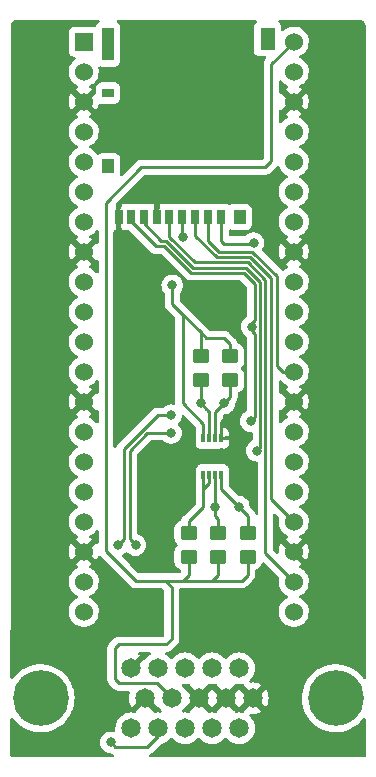
<source format=gbr>
%TF.GenerationSoftware,KiCad,Pcbnew,(5.99.0-8075-g8416c1fc37)*%
%TF.CreationDate,2021-06-30T13:11:38+01:00*%
%TF.ProjectId,picovga,7069636f-7667-4612-9e6b-696361645f70,rev?*%
%TF.SameCoordinates,Original*%
%TF.FileFunction,Copper,L2,Bot*%
%TF.FilePolarity,Positive*%
%FSLAX46Y46*%
G04 Gerber Fmt 4.6, Leading zero omitted, Abs format (unit mm)*
G04 Created by KiCad (PCBNEW (5.99.0-8075-g8416c1fc37)) date 2021-06-30 13:11:38*
%MOMM*%
%LPD*%
G01*
G04 APERTURE LIST*
G04 Aperture macros list*
%AMRoundRect*
0 Rectangle with rounded corners*
0 $1 Rounding radius*
0 $2 $3 $4 $5 $6 $7 $8 $9 X,Y pos of 4 corners*
0 Add a 4 corners polygon primitive as box body*
4,1,4,$2,$3,$4,$5,$6,$7,$8,$9,$2,$3,0*
0 Add four circle primitives for the rounded corners*
1,1,$1+$1,$2,$3,0*
1,1,$1+$1,$4,$5,0*
1,1,$1+$1,$6,$7,0*
1,1,$1+$1,$8,$9,0*
0 Add four rect primitives between the rounded corners*
20,1,$1+$1,$2,$3,$4,$5,0*
20,1,$1+$1,$4,$5,$6,$7,0*
20,1,$1+$1,$6,$7,$8,$9,0*
20,1,$1+$1,$8,$9,$2,$3,0*%
G04 Aperture macros list end*
%TA.AperFunction,ComponentPad*%
%ADD10R,1.524000X1.524000*%
%TD*%
%TA.AperFunction,ComponentPad*%
%ADD11C,1.524000*%
%TD*%
%TA.AperFunction,SMDPad,CuDef*%
%ADD12R,0.300000X0.800000*%
%TD*%
%TA.AperFunction,SMDPad,CuDef*%
%ADD13R,0.700000X1.200000*%
%TD*%
%TA.AperFunction,SMDPad,CuDef*%
%ADD14R,1.000000X0.800000*%
%TD*%
%TA.AperFunction,SMDPad,CuDef*%
%ADD15R,1.300000X1.900000*%
%TD*%
%TA.AperFunction,SMDPad,CuDef*%
%ADD16R,1.000000X1.200000*%
%TD*%
%TA.AperFunction,SMDPad,CuDef*%
%ADD17R,1.000000X2.800000*%
%TD*%
%TA.AperFunction,ComponentPad*%
%ADD18C,1.650000*%
%TD*%
%TA.AperFunction,ComponentPad*%
%ADD19C,4.725000*%
%TD*%
%TA.AperFunction,SMDPad,CuDef*%
%ADD20RoundRect,0.250000X-0.450000X0.350000X-0.450000X-0.350000X0.450000X-0.350000X0.450000X0.350000X0*%
%TD*%
%TA.AperFunction,SMDPad,CuDef*%
%ADD21RoundRect,0.250000X0.450000X-0.350000X0.450000X0.350000X-0.450000X0.350000X-0.450000X-0.350000X0*%
%TD*%
%TA.AperFunction,ViaPad*%
%ADD22C,0.800000*%
%TD*%
%TA.AperFunction,Conductor*%
%ADD23C,0.250000*%
%TD*%
G04 APERTURE END LIST*
D10*
%TO.P,U0,1,GP0*%
%TO.N,R0*%
X160110000Y-62870000D03*
D11*
%TO.P,U0,2,GP1*%
%TO.N,R1*%
X160110000Y-65410000D03*
%TO.P,U0,3,GND*%
%TO.N,GND*%
X160110000Y-67950000D03*
%TO.P,U0,4,GP2*%
%TO.N,R2*%
X160110000Y-70490000D03*
%TO.P,U0,5,GP3*%
%TO.N,R3*%
X160110000Y-73030000D03*
%TO.P,U0,6,GP4*%
%TO.N,G0*%
X160110000Y-75570000D03*
%TO.P,U0,7,GP5*%
%TO.N,G1*%
X160110000Y-78110000D03*
%TO.P,U0,8,GND*%
%TO.N,GND*%
X160110000Y-80650000D03*
%TO.P,U0,9,GP6*%
%TO.N,G2*%
X160110000Y-83190000D03*
%TO.P,U0,10,GP7*%
%TO.N,G3*%
X160110000Y-85730000D03*
%TO.P,U0,11,GP8*%
%TO.N,B0*%
X160110000Y-88270000D03*
%TO.P,U0,12,GP9*%
%TO.N,B1*%
X160110000Y-90810000D03*
%TO.P,U0,13,GND*%
%TO.N,GND*%
X160110000Y-93350000D03*
%TO.P,U0,14,GP10*%
%TO.N,B2*%
X160110000Y-95890000D03*
%TO.P,U0,15,GP11*%
%TO.N,B3*%
X160110000Y-98430000D03*
%TO.P,U0,16,GP12*%
%TO.N,Net-(R13-Pad2)*%
X160110000Y-100970000D03*
%TO.P,U0,17,GP13*%
%TO.N,Net-(R14-Pad1)*%
X160110000Y-103510000D03*
%TO.P,U0,18,GND*%
%TO.N,GND*%
X160110000Y-106050000D03*
%TO.P,U0,19,GP14*%
%TO.N,DCC3V3DAT*%
X160110000Y-108590000D03*
%TO.P,U0,20,GP15*%
%TO.N,DCC3V3CLK*%
X160110000Y-111130000D03*
%TO.P,U0,21,GP16*%
%TO.N,no_connect_36*%
X177890000Y-111130000D03*
%TO.P,U0,22,GP17*%
%TO.N,GP17*%
X177890000Y-108590000D03*
%TO.P,U0,23,GND*%
%TO.N,GND*%
X177890000Y-106050000D03*
%TO.P,U0,24,GP18*%
%TO.N,GP18*%
X177890000Y-103510000D03*
%TO.P,U0,25,GP19*%
%TO.N,GP19*%
X177890000Y-100970000D03*
%TO.P,U0,26,GP20*%
%TO.N,GP20*%
X177890000Y-98430000D03*
%TO.P,U0,27,GP21*%
%TO.N,GP21*%
X177890000Y-95890000D03*
%TO.P,U0,28,GND*%
%TO.N,GND*%
X177890000Y-93350000D03*
%TO.P,U0,29,GP22*%
%TO.N,GP22*%
X177890000Y-90810000D03*
%TO.P,U0,30,RUN*%
%TO.N,no_connect_37*%
X177890000Y-88270000D03*
%TO.P,U0,31,GP26*%
%TO.N,no_connect_38*%
X177890000Y-85730000D03*
%TO.P,U0,32,GP27*%
%TO.N,no_connect_39*%
X177890000Y-83190000D03*
%TO.P,U0,33,GND*%
%TO.N,GND*%
X177890000Y-80650000D03*
%TO.P,U0,34,GP28*%
%TO.N,no_connect_40*%
X177890000Y-78110000D03*
%TO.P,U0,35,ADC_VREF*%
%TO.N,no_connect_41*%
X177890000Y-75570000D03*
%TO.P,U0,36,3V3*%
%TO.N,+3V3*%
X177890000Y-73030000D03*
%TO.P,U0,37,3V3_EN*%
%TO.N,no_connect_42*%
X177890000Y-70490000D03*
%TO.P,U0,38,GND*%
%TO.N,GND*%
X177890000Y-67950000D03*
%TO.P,U0,39,VSYS*%
%TO.N,no_connect_43*%
X177890000Y-65410000D03*
%TO.P,U0,40,VBUS*%
%TO.N,+5V*%
X177890000Y-62870000D03*
%TD*%
D12*
%TO.P,U1,1,VREF1*%
%TO.N,+3V3*%
X170250000Y-96450000D03*
%TO.P,U1,2,SCL1*%
%TO.N,DCC3V3DAT*%
X170750000Y-96450000D03*
%TO.P,U1,3,SDA1*%
%TO.N,DCC3V3CLK*%
X171250000Y-96450000D03*
%TO.P,U1,4,GND*%
%TO.N,GND*%
X171750000Y-96450000D03*
%TO.P,U1,5,SDA2*%
%TO.N,DCC5VCLK*%
X171750000Y-99550000D03*
%TO.P,U1,6,SCL2*%
%TO.N,DCC5VDAT*%
X171250000Y-99550000D03*
%TO.P,U1,7,VREF2*%
%TO.N,Net-(R17-Pad1)*%
X170750000Y-99550000D03*
%TO.P,U1,8,EN*%
X170250000Y-99550000D03*
%TD*%
D13*
%TO.P,J1,1,DAT2*%
%TO.N,GP21*%
X171775000Y-77725000D03*
%TO.P,J1,2,DAT3/CD*%
%TO.N,GP22*%
X170675000Y-77725000D03*
%TO.P,J1,3,CMD*%
%TO.N,GP18*%
X169575000Y-77725000D03*
%TO.P,J1,4,VDD*%
%TO.N,+3V3*%
X168475000Y-77725000D03*
%TO.P,J1,5,CLK*%
%TO.N,GP17*%
X167375000Y-77725000D03*
%TO.P,J1,6,VSS*%
%TO.N,GND*%
X166275000Y-77725000D03*
%TO.P,J1,7,DAT0*%
%TO.N,GP19*%
X165175000Y-77725000D03*
%TO.P,J1,8,DAT1*%
%TO.N,GP20*%
X164075000Y-77725000D03*
%TO.P,J1,9,SHIELD*%
%TO.N,GND*%
X163125000Y-77725000D03*
D14*
%TO.P,J1,10*%
%TO.N,N/C*%
X162175000Y-67225000D03*
D15*
%TO.P,J1,11*%
X175675000Y-62625000D03*
D16*
X162175000Y-73425000D03*
X173325000Y-77725000D03*
D17*
X162175000Y-63075000D03*
%TD*%
D18*
%TO.P,J0,1*%
%TO.N,VGA_R*%
X173285000Y-115930000D03*
%TO.P,J0,2*%
%TO.N,VGA_G*%
X170995000Y-115930000D03*
%TO.P,J0,3*%
%TO.N,VGA_B*%
X168705000Y-115930000D03*
%TO.P,J0,4*%
%TO.N,no_connect_35*%
X166415000Y-115930000D03*
%TO.P,J0,5*%
%TO.N,GND*%
X164125000Y-115930000D03*
%TO.P,J0,6*%
X174431000Y-118470000D03*
%TO.P,J0,7*%
X172140000Y-118470000D03*
%TO.P,J0,8*%
X169850000Y-118470000D03*
%TO.P,J0,9*%
%TO.N,+5V*%
X167561000Y-118470000D03*
%TO.P,J0,10*%
%TO.N,GND*%
X165270000Y-118470000D03*
%TO.P,J0,11*%
%TO.N,no_connect_34*%
X173285000Y-121010000D03*
%TO.P,J0,12*%
%TO.N,DCC5VDAT*%
X170995000Y-121010000D03*
%TO.P,J0,13*%
%TO.N,HSYNC*%
X168705000Y-121010000D03*
%TO.P,J0,14*%
%TO.N,VSYNC*%
X166415000Y-121010000D03*
%TO.P,J0,15*%
%TO.N,DCC5VCLK*%
X164125000Y-121010000D03*
D19*
%TO.P,J0,MH1*%
%TO.N,N/C*%
X156460000Y-118470000D03*
%TO.P,J0,MH2*%
X181450000Y-118470000D03*
%TD*%
D20*
%TO.P,R21,1*%
%TO.N,+3V3*%
X172500000Y-89500000D03*
%TO.P,R21,2*%
%TO.N,DCC3V3CLK*%
X172500000Y-91500000D03*
%TD*%
%TO.P,R17,1*%
%TO.N,Net-(R17-Pad1)*%
X169000000Y-104500000D03*
%TO.P,R17,2*%
%TO.N,+5V*%
X169000000Y-106500000D03*
%TD*%
%TO.P,R19,1*%
%TO.N,DCC5VCLK*%
X174000000Y-104500000D03*
%TO.P,R19,2*%
%TO.N,+5V*%
X174000000Y-106500000D03*
%TD*%
D21*
%TO.P,R18,1*%
%TO.N,+5V*%
X171500000Y-106500000D03*
%TO.P,R18,2*%
%TO.N,DCC5VDAT*%
X171500000Y-104500000D03*
%TD*%
%TO.P,R20,1*%
%TO.N,DCC3V3DAT*%
X170000000Y-91500000D03*
%TO.P,R20,2*%
%TO.N,+3V3*%
X170000000Y-89500000D03*
%TD*%
D22*
%TO.N,GND*%
X175000000Y-116700000D03*
X163119460Y-81178525D03*
X173197119Y-85211151D03*
X172750000Y-94650000D03*
%TO.N,+3V3*%
X168500000Y-79450000D03*
X167609999Y-83500000D03*
%TO.N,VSYNC*%
X162400000Y-122200000D03*
%TO.N,GP19*%
X174750000Y-97500000D03*
%TO.N,DCC5VDAT*%
X171250000Y-102250000D03*
%TO.N,DCC5VCLK*%
X173250000Y-102250000D03*
%TO.N,DCC3V3DAT*%
X167500000Y-94500000D03*
X163000000Y-105500000D03*
X170000000Y-93500000D03*
%TO.N,DCC3V3CLK*%
X172000000Y-93500000D03*
X167500000Y-96000000D03*
X164500000Y-105500000D03*
%TO.N,GP21*%
X174500000Y-79925000D03*
%TO.N,GP20*%
X174250000Y-95000000D03*
X174324980Y-87000000D03*
%TD*%
D23*
%TO.N,GND*%
X163125000Y-81172985D02*
X163119460Y-81178525D01*
X172200000Y-94650000D02*
X171750000Y-95100000D01*
X172750000Y-94650000D02*
X172200000Y-94650000D01*
X164140000Y-115960000D02*
X164000000Y-115820000D01*
X171750000Y-95100000D02*
X171750000Y-96450000D01*
X163125000Y-77725000D02*
X163125000Y-81172985D01*
%TO.N,+3V3*%
X172000000Y-88000000D02*
X172500000Y-88500000D01*
X168500000Y-86000000D02*
X168500000Y-93500000D01*
X167609999Y-85109999D02*
X168500000Y-86000000D01*
X170250000Y-95250000D02*
X170250000Y-96250000D01*
X170250000Y-96250000D02*
X170250000Y-96450000D01*
X168500000Y-86000000D02*
X170000000Y-87500000D01*
X168475000Y-79425000D02*
X168500000Y-79450000D01*
X167609999Y-83500000D02*
X167609999Y-85109999D01*
X170000000Y-87500000D02*
X170000000Y-89500000D01*
X170500000Y-88000000D02*
X172000000Y-88000000D01*
X172500000Y-88500000D02*
X172500000Y-89500000D01*
X170000000Y-87500000D02*
X170500000Y-88000000D01*
X170250000Y-95750000D02*
X170250000Y-96250000D01*
X168475000Y-77725000D02*
X168475000Y-79425000D01*
X168500000Y-93500000D02*
X170250000Y-95250000D01*
%TO.N,VSYNC*%
X162800000Y-122600000D02*
X165500000Y-122600000D01*
X165500000Y-122600000D02*
X166415000Y-121685000D01*
X166415000Y-121685000D02*
X166415000Y-121010000D01*
X162400000Y-122200000D02*
X162800000Y-122600000D01*
%TO.N,GP19*%
X167090559Y-79750000D02*
X169340619Y-82000060D01*
X175049980Y-97200020D02*
X174750000Y-97500000D01*
X165175000Y-78250000D02*
X166675000Y-79750000D01*
X175049980Y-83209252D02*
X175049980Y-97200020D01*
X173840788Y-82000060D02*
X175049980Y-83209252D01*
X166675000Y-79750000D02*
X167090559Y-79750000D01*
X169340619Y-82000060D02*
X173840788Y-82000060D01*
%TO.N,GP17*%
X167375000Y-77725000D02*
X167375000Y-79398017D01*
X174027192Y-81550040D02*
X175500000Y-83022848D01*
X175500000Y-106200000D02*
X177890000Y-108590000D01*
X175500000Y-83022848D02*
X175500000Y-106200000D01*
X167375000Y-79398017D02*
X169527023Y-81550040D01*
X169527023Y-81550040D02*
X174027192Y-81550040D01*
%TO.N,GP18*%
X169575000Y-77725000D02*
X169575000Y-78160020D01*
X171363596Y-81100020D02*
X174213596Y-81100020D01*
X174213596Y-81100020D02*
X176000000Y-82886424D01*
X176000000Y-82886424D02*
X176000000Y-101620000D01*
X169575000Y-79311424D02*
X171363596Y-81100020D01*
X169575000Y-77725000D02*
X169575000Y-79311424D01*
X176000000Y-101620000D02*
X177890000Y-103510000D01*
%TO.N,+5V*%
X175500000Y-73500000D02*
X165000000Y-73500000D01*
X162750000Y-114250000D02*
X162750000Y-116850000D01*
X162000000Y-106000000D02*
X164500000Y-108500000D01*
X173500000Y-108500000D02*
X174000000Y-108000000D01*
X174000000Y-108000000D02*
X174000000Y-106500000D01*
X171500000Y-108000000D02*
X171000000Y-108500000D01*
X171500000Y-106500000D02*
X171500000Y-108000000D01*
X163100000Y-117200000D02*
X166291000Y-117200000D01*
X168500000Y-108500000D02*
X169500000Y-108500000D01*
X168150000Y-108500000D02*
X168500000Y-108500000D01*
X172000000Y-108500000D02*
X173500000Y-108500000D01*
X162000000Y-76500000D02*
X162000000Y-106000000D01*
X167575000Y-113425000D02*
X167100000Y-113900000D01*
X167575000Y-109075000D02*
X167575000Y-113425000D01*
X176000000Y-73000000D02*
X175500000Y-73500000D01*
X177890000Y-62870000D02*
X176000000Y-64760001D01*
X176000000Y-64760001D02*
X176000000Y-73000000D01*
X169000000Y-108000000D02*
X169000000Y-106500000D01*
X167000000Y-108500000D02*
X167575000Y-109075000D01*
X162750000Y-116850000D02*
X163100000Y-117200000D01*
X167100000Y-113900000D02*
X163100000Y-113900000D01*
X169500000Y-108500000D02*
X172000000Y-108500000D01*
X168500000Y-108500000D02*
X169000000Y-108000000D01*
X163100000Y-113900000D02*
X162750000Y-114250000D01*
X166291000Y-117200000D02*
X167561000Y-118470000D01*
X164500000Y-108500000D02*
X167000000Y-108500000D01*
X165000000Y-73500000D02*
X162000000Y-76500000D01*
X167000000Y-108500000D02*
X168500000Y-108500000D01*
X169000000Y-107500000D02*
X169000000Y-106500000D01*
%TO.N,DCC5VDAT*%
X171250000Y-102250000D02*
X171250000Y-99550000D01*
X171500000Y-103287285D02*
X171250000Y-103037285D01*
X171500000Y-104500000D02*
X171500000Y-103287285D01*
X171250000Y-103037285D02*
X171250000Y-102250000D01*
%TO.N,DCC5VCLK*%
X174000000Y-103000000D02*
X173250000Y-102250000D01*
X173250000Y-102250000D02*
X171750000Y-100750000D01*
X174000000Y-104500000D02*
X174000000Y-103000000D01*
X171750000Y-100750000D02*
X171750000Y-99550000D01*
%TO.N,Net-(R17-Pad1)*%
X170250000Y-100750000D02*
X170750000Y-100250000D01*
X169000000Y-103500000D02*
X170250000Y-102250000D01*
X170250000Y-102250000D02*
X170250000Y-100750000D01*
X169000000Y-104500000D02*
X169000000Y-103500000D01*
X170250000Y-100750000D02*
X170250000Y-99550000D01*
X170750000Y-100250000D02*
X170750000Y-99550000D01*
%TO.N,DCC3V3DAT*%
X170000000Y-93500000D02*
X170500000Y-94000000D01*
X170000000Y-93500000D02*
X170750000Y-94250000D01*
X170750000Y-94250000D02*
X170750000Y-95250000D01*
X163500000Y-97363576D02*
X166363576Y-94500000D01*
X170000000Y-91500000D02*
X170000000Y-93500000D01*
X170750000Y-94250000D02*
X170750000Y-96450000D01*
X166363576Y-94500000D02*
X167500000Y-94500000D01*
X163000000Y-105500000D02*
X163500000Y-105000000D01*
X160110000Y-108590000D02*
X160270000Y-108750000D01*
X163500000Y-105000000D02*
X163500000Y-104000000D01*
X163500000Y-104000000D02*
X163500000Y-97363576D01*
%TO.N,DCC3V3CLK*%
X172500000Y-93000000D02*
X172000000Y-93500000D01*
X172000000Y-93500000D02*
X171250000Y-94250000D01*
X164500000Y-105500000D02*
X164000000Y-105000000D01*
X164000000Y-97500000D02*
X165500000Y-96000000D01*
X164000000Y-105000000D02*
X164000000Y-104000000D01*
X172500000Y-91500000D02*
X172500000Y-93000000D01*
X165500000Y-96000000D02*
X167500000Y-96000000D01*
X164000000Y-104000000D02*
X164000000Y-97500000D01*
X171250000Y-94250000D02*
X171250000Y-96450000D01*
%TO.N,GP22*%
X170650000Y-79750000D02*
X171550000Y-80650000D01*
X170675000Y-77725000D02*
X170675000Y-78160020D01*
X170650000Y-77750000D02*
X170650000Y-79750000D01*
X176450000Y-90300000D02*
X176960000Y-90810000D01*
X174400000Y-80650000D02*
X176450000Y-82700000D01*
X176450000Y-82700000D02*
X176450000Y-90300000D01*
X170675000Y-77725000D02*
X170650000Y-77750000D01*
X171550000Y-80650000D02*
X174400000Y-80650000D01*
X176960000Y-90810000D02*
X177890000Y-90810000D01*
%TO.N,GP21*%
X174425000Y-80000000D02*
X174500000Y-79925000D01*
X171775000Y-77725000D02*
X171775000Y-77860020D01*
X172000000Y-80000000D02*
X174425000Y-80000000D01*
X171775000Y-77725000D02*
X171775000Y-79775000D01*
X171775000Y-79775000D02*
X172000000Y-80000000D01*
%TO.N,GP20*%
X173654384Y-82450080D02*
X174599960Y-83395656D01*
X174599960Y-87650040D02*
X174599960Y-94650040D01*
X169154215Y-82450080D02*
X173654384Y-82450080D01*
X166200020Y-80200020D02*
X166904155Y-80200020D01*
X174599960Y-94650040D02*
X174250000Y-95000000D01*
X164075000Y-78075000D02*
X166200020Y-80200020D01*
X174599960Y-86400040D02*
X174324980Y-86675020D01*
X166904155Y-80200020D02*
X169154215Y-82450080D01*
X164075000Y-77725000D02*
X164075000Y-78075000D01*
X174324980Y-86675020D02*
X174324980Y-87375060D01*
X174324980Y-87375060D02*
X174599960Y-87650040D01*
X174599960Y-83395656D02*
X174599960Y-86400040D01*
%TD*%
%TA.AperFunction,Conductor*%
%TO.N,GND*%
G36*
X156288954Y-61009488D02*
G01*
X161335146Y-61013513D01*
X161403251Y-61033569D01*
X161449701Y-61087262D01*
X161459749Y-61157544D01*
X161430205Y-61222101D01*
X161403168Y-61245511D01*
X161400876Y-61246983D01*
X161346309Y-61282051D01*
X161346306Y-61282053D01*
X161338729Y-61286923D01*
X161332828Y-61293733D01*
X161248918Y-61390569D01*
X161248916Y-61390572D01*
X161243016Y-61397381D01*
X161182300Y-61530330D01*
X161181543Y-61535593D01*
X161144171Y-61593749D01*
X161079590Y-61623243D01*
X161026158Y-61619422D01*
X161024864Y-61619042D01*
X161016670Y-61615300D01*
X161007755Y-61614018D01*
X161007754Y-61614018D01*
X160876448Y-61595139D01*
X160876441Y-61595138D01*
X160872000Y-61594500D01*
X159348000Y-61594500D01*
X159274921Y-61599727D01*
X159221884Y-61615300D01*
X159143330Y-61638365D01*
X159143328Y-61638366D01*
X159134684Y-61640904D01*
X159127105Y-61645775D01*
X159019309Y-61715051D01*
X159019306Y-61715053D01*
X159011729Y-61719923D01*
X159005828Y-61726733D01*
X158921918Y-61823569D01*
X158921916Y-61823572D01*
X158916016Y-61830381D01*
X158912272Y-61838579D01*
X158892593Y-61881671D01*
X158855300Y-61963330D01*
X158854018Y-61972245D01*
X158854018Y-61972246D01*
X158835139Y-62103552D01*
X158835138Y-62103559D01*
X158834500Y-62108000D01*
X158834500Y-63632000D01*
X158839727Y-63705079D01*
X158880904Y-63845316D01*
X158885775Y-63852895D01*
X158955051Y-63960691D01*
X158955053Y-63960694D01*
X158959923Y-63968271D01*
X158966733Y-63974172D01*
X159063569Y-64058082D01*
X159063572Y-64058084D01*
X159070381Y-64063984D01*
X159078579Y-64067728D01*
X159094941Y-64075200D01*
X159203330Y-64124700D01*
X159212245Y-64125982D01*
X159212246Y-64125982D01*
X159238941Y-64129820D01*
X159323917Y-64142037D01*
X159388497Y-64171530D01*
X159426881Y-64231256D01*
X159426881Y-64302253D01*
X159388498Y-64361979D01*
X159382690Y-64366717D01*
X159246645Y-64471108D01*
X159242872Y-64475254D01*
X159242867Y-64475259D01*
X159171056Y-64554179D01*
X159094026Y-64638834D01*
X159091043Y-64643590D01*
X159091041Y-64643592D01*
X158995786Y-64795442D01*
X158973521Y-64830935D01*
X158888939Y-65041340D01*
X158842953Y-65263398D01*
X158837017Y-65490089D01*
X158871318Y-65714249D01*
X158944773Y-65928793D01*
X159055059Y-66126937D01*
X159058612Y-66131277D01*
X159058614Y-66131281D01*
X159077004Y-66153749D01*
X159198690Y-66302421D01*
X159202953Y-66306062D01*
X159202958Y-66306067D01*
X159350467Y-66432051D01*
X159371127Y-66449696D01*
X159450896Y-66496309D01*
X159560466Y-66560336D01*
X159566919Y-66564107D01*
X159572185Y-66566034D01*
X159576554Y-66568090D01*
X159629674Y-66615194D01*
X159648895Y-66683539D01*
X159628114Y-66751427D01*
X159580693Y-66794063D01*
X159431803Y-66870910D01*
X159422372Y-66876895D01*
X159421883Y-66877271D01*
X159413418Y-66888863D01*
X159420050Y-66900839D01*
X160097189Y-67577979D01*
X160111132Y-67585592D01*
X160112966Y-67585461D01*
X160119580Y-67581210D01*
X160797460Y-66903329D01*
X160803682Y-66891935D01*
X160793870Y-66879502D01*
X160728892Y-66835838D01*
X160719098Y-66830454D01*
X160643739Y-66797373D01*
X160589404Y-66751677D01*
X160568399Y-66683859D01*
X160587394Y-66615450D01*
X160640358Y-66568171D01*
X160649828Y-66564142D01*
X160665137Y-66558357D01*
X160683477Y-66547381D01*
X160791336Y-66482828D01*
X160859720Y-66441901D01*
X160863940Y-66438219D01*
X160863945Y-66438216D01*
X161026375Y-66296519D01*
X161030605Y-66292829D01*
X161041882Y-66278753D01*
X161168885Y-66120228D01*
X161168888Y-66120223D01*
X161172391Y-66115851D01*
X161280596Y-65916562D01*
X161351800Y-65701262D01*
X161383752Y-65476755D01*
X161385500Y-65410000D01*
X161365341Y-65184128D01*
X161345174Y-65110410D01*
X161346492Y-65039427D01*
X161385977Y-64980424D01*
X161451094Y-64952134D01*
X161513408Y-64961684D01*
X161513486Y-64961418D01*
X161515465Y-64961999D01*
X161519047Y-64962548D01*
X161522132Y-64963957D01*
X161522138Y-64963959D01*
X161530330Y-64967700D01*
X161539245Y-64968982D01*
X161539246Y-64968982D01*
X161670552Y-64987861D01*
X161670559Y-64987862D01*
X161675000Y-64988500D01*
X162675000Y-64988500D01*
X162748079Y-64983273D01*
X162826213Y-64960331D01*
X162879670Y-64944635D01*
X162879672Y-64944634D01*
X162888316Y-64942096D01*
X162942951Y-64906984D01*
X163003691Y-64867949D01*
X163003694Y-64867947D01*
X163011271Y-64863077D01*
X163034608Y-64836145D01*
X163101082Y-64759431D01*
X163101084Y-64759428D01*
X163106984Y-64752619D01*
X163160845Y-64634681D01*
X163163958Y-64627864D01*
X163163958Y-64627863D01*
X163167700Y-64619670D01*
X163173135Y-64581866D01*
X163187861Y-64479448D01*
X163187862Y-64479441D01*
X163188500Y-64475000D01*
X163188500Y-61675000D01*
X163183273Y-61601921D01*
X163142096Y-61461684D01*
X163096393Y-61390569D01*
X163067949Y-61346309D01*
X163067947Y-61346306D01*
X163063077Y-61338729D01*
X162952619Y-61243016D01*
X162952757Y-61242857D01*
X162909731Y-61193200D01*
X162899629Y-61122926D01*
X162929123Y-61058346D01*
X162988850Y-61019963D01*
X163024446Y-61014860D01*
X174668600Y-61024147D01*
X174736705Y-61044203D01*
X174783155Y-61097896D01*
X174793203Y-61168178D01*
X174763659Y-61232735D01*
X174736620Y-61256145D01*
X174696312Y-61282049D01*
X174696310Y-61282051D01*
X174688729Y-61286923D01*
X174682828Y-61293733D01*
X174598918Y-61390569D01*
X174598916Y-61390572D01*
X174593016Y-61397381D01*
X174589272Y-61405579D01*
X174554547Y-61481617D01*
X174532300Y-61530330D01*
X174531018Y-61539245D01*
X174531018Y-61539246D01*
X174512139Y-61670552D01*
X174512138Y-61670559D01*
X174511500Y-61675000D01*
X174511500Y-63575000D01*
X174516727Y-63648079D01*
X174518631Y-63654562D01*
X174548568Y-63756519D01*
X174557904Y-63788316D01*
X174562775Y-63795895D01*
X174632051Y-63903691D01*
X174632053Y-63903694D01*
X174636923Y-63911271D01*
X174643733Y-63917172D01*
X174740569Y-64001082D01*
X174740572Y-64001084D01*
X174747381Y-64006984D01*
X174755579Y-64010728D01*
X174859270Y-64058082D01*
X174880330Y-64067700D01*
X174889245Y-64068982D01*
X174889246Y-64068982D01*
X175020552Y-64087861D01*
X175020559Y-64087862D01*
X175025000Y-64088500D01*
X175470424Y-64088500D01*
X175538545Y-64108502D01*
X175585038Y-64162158D01*
X175595142Y-64232432D01*
X175562276Y-64300751D01*
X175547138Y-64316872D01*
X175544381Y-64319716D01*
X175524062Y-64340035D01*
X175521638Y-64343160D01*
X175521631Y-64343168D01*
X175521411Y-64343452D01*
X175513703Y-64352477D01*
X175483443Y-64384701D01*
X175479623Y-64391650D01*
X175473684Y-64402452D01*
X175462828Y-64418979D01*
X175450417Y-64434979D01*
X175447269Y-64442253D01*
X175447268Y-64442255D01*
X175432858Y-64475554D01*
X175427643Y-64486200D01*
X175406338Y-64524954D01*
X175401298Y-64544583D01*
X175394899Y-64563273D01*
X175386853Y-64581866D01*
X175385614Y-64589691D01*
X175379937Y-64625530D01*
X175377530Y-64637151D01*
X175368013Y-64674220D01*
X175366535Y-64679977D01*
X175366500Y-64680533D01*
X175366500Y-64700455D01*
X175364949Y-64720164D01*
X175361816Y-64739946D01*
X175362562Y-64747838D01*
X175365941Y-64783584D01*
X175366500Y-64795442D01*
X175366501Y-68755308D01*
X175366501Y-72685405D01*
X175346499Y-72753526D01*
X175329596Y-72774500D01*
X175274501Y-72829595D01*
X175212189Y-72863621D01*
X175185406Y-72866500D01*
X165078383Y-72866500D01*
X165067479Y-72865986D01*
X165060088Y-72864334D01*
X165052162Y-72864583D01*
X165052161Y-72864583D01*
X164993134Y-72866438D01*
X164989176Y-72866500D01*
X164960422Y-72866500D01*
X164956155Y-72867039D01*
X164944313Y-72867972D01*
X164912665Y-72868967D01*
X164908040Y-72869112D01*
X164900117Y-72869361D01*
X164880667Y-72875012D01*
X164861305Y-72879022D01*
X164841212Y-72881560D01*
X164807349Y-72894967D01*
X164800108Y-72897834D01*
X164788878Y-72901679D01*
X164754034Y-72911802D01*
X164754032Y-72911803D01*
X164746421Y-72914014D01*
X164731067Y-72923094D01*
X164728989Y-72924323D01*
X164711236Y-72933020D01*
X164692400Y-72940478D01*
X164685985Y-72945139D01*
X164656626Y-72966469D01*
X164646707Y-72972984D01*
X164613758Y-72992471D01*
X164613755Y-72992473D01*
X164608659Y-72995487D01*
X164608241Y-72995855D01*
X164594158Y-73009938D01*
X164579133Y-73022772D01*
X164562917Y-73034554D01*
X164534971Y-73068335D01*
X164526981Y-73077115D01*
X163390600Y-74213496D01*
X163328288Y-74247522D01*
X163257473Y-74242457D01*
X163200637Y-74199910D01*
X163175826Y-74133390D01*
X163176787Y-74106470D01*
X163187861Y-74029448D01*
X163187862Y-74029441D01*
X163188500Y-74025000D01*
X163188500Y-72825000D01*
X163183273Y-72751921D01*
X163142096Y-72611684D01*
X163079553Y-72514366D01*
X163067949Y-72496309D01*
X163067947Y-72496306D01*
X163063077Y-72488729D01*
X163056267Y-72482828D01*
X162959431Y-72398918D01*
X162959428Y-72398916D01*
X162952619Y-72393016D01*
X162819670Y-72332300D01*
X162810755Y-72331018D01*
X162810754Y-72331018D01*
X162679448Y-72312139D01*
X162679441Y-72312138D01*
X162675000Y-72311500D01*
X161675000Y-72311500D01*
X161601921Y-72316727D01*
X161548884Y-72332300D01*
X161470330Y-72355365D01*
X161470328Y-72355366D01*
X161461684Y-72357904D01*
X161397866Y-72398918D01*
X161377479Y-72412020D01*
X161309359Y-72432022D01*
X161241238Y-72412020D01*
X161207035Y-72379548D01*
X161194983Y-72362775D01*
X161075547Y-72196562D01*
X160912698Y-72038750D01*
X160785178Y-71953060D01*
X160729130Y-71915397D01*
X160729124Y-71915394D01*
X160724477Y-71912271D01*
X160644404Y-71877121D01*
X160590070Y-71831427D01*
X160569065Y-71763608D01*
X160588059Y-71695200D01*
X160641023Y-71647920D01*
X160650513Y-71643883D01*
X160659890Y-71640340D01*
X160659893Y-71640338D01*
X160665137Y-71638357D01*
X160859720Y-71521901D01*
X160863940Y-71518219D01*
X160863945Y-71518216D01*
X161026375Y-71376519D01*
X161030605Y-71372829D01*
X161041882Y-71358753D01*
X161168885Y-71200228D01*
X161168888Y-71200223D01*
X161172391Y-71195851D01*
X161280596Y-70996562D01*
X161351800Y-70781262D01*
X161383752Y-70556755D01*
X161385500Y-70490000D01*
X161365341Y-70264128D01*
X161326279Y-70121340D01*
X161306985Y-70050812D01*
X161306984Y-70050808D01*
X161305503Y-70045396D01*
X161207876Y-69840718D01*
X161075547Y-69656562D01*
X160912698Y-69498750D01*
X160785178Y-69413060D01*
X160729130Y-69375397D01*
X160729124Y-69375394D01*
X160724477Y-69372271D01*
X160719345Y-69370018D01*
X160719341Y-69370016D01*
X160643753Y-69336835D01*
X160589417Y-69291139D01*
X160568413Y-69223320D01*
X160587408Y-69154912D01*
X160640372Y-69107633D01*
X160649863Y-69103595D01*
X160659677Y-69099887D01*
X160669734Y-69095025D01*
X160795623Y-69019683D01*
X160805193Y-69009324D01*
X160801650Y-69000861D01*
X160122811Y-68322021D01*
X160108868Y-68314408D01*
X160107034Y-68314539D01*
X160100420Y-68318790D01*
X159421152Y-68998059D01*
X159414395Y-69010434D01*
X159419676Y-69017489D01*
X159562284Y-69100822D01*
X159576544Y-69107532D01*
X159629665Y-69154635D01*
X159648887Y-69222980D01*
X159628108Y-69290868D01*
X159580685Y-69333506D01*
X159509949Y-69370016D01*
X159426553Y-69413060D01*
X159246645Y-69551108D01*
X159242872Y-69555254D01*
X159242867Y-69555259D01*
X159110148Y-69701116D01*
X159094026Y-69718834D01*
X158973521Y-69910935D01*
X158888939Y-70121340D01*
X158842953Y-70343398D01*
X158837017Y-70570089D01*
X158871318Y-70794249D01*
X158944773Y-71008793D01*
X159055059Y-71206937D01*
X159058612Y-71211277D01*
X159058614Y-71211281D01*
X159077004Y-71233749D01*
X159198690Y-71382421D01*
X159202953Y-71386062D01*
X159202958Y-71386067D01*
X159352028Y-71513384D01*
X159371127Y-71529696D01*
X159480998Y-71593899D01*
X159560473Y-71640340D01*
X159566919Y-71644107D01*
X159572196Y-71646038D01*
X159575983Y-71647820D01*
X159629104Y-71694923D01*
X159648327Y-71763268D01*
X159627548Y-71831156D01*
X159580125Y-71873795D01*
X159509943Y-71910019D01*
X159426553Y-71953060D01*
X159246645Y-72091108D01*
X159242872Y-72095254D01*
X159242867Y-72095259D01*
X159110148Y-72241116D01*
X159094026Y-72258834D01*
X159091044Y-72263588D01*
X159091041Y-72263592D01*
X158982311Y-72436923D01*
X158973521Y-72450935D01*
X158888939Y-72661340D01*
X158873147Y-72737595D01*
X158844117Y-72877779D01*
X158842953Y-72883398D01*
X158837017Y-73110089D01*
X158871318Y-73334249D01*
X158944773Y-73548793D01*
X159055059Y-73746937D01*
X159198690Y-73922421D01*
X159202953Y-73926062D01*
X159202958Y-73926067D01*
X159324693Y-74030038D01*
X159371127Y-74069696D01*
X159471632Y-74128426D01*
X159560473Y-74180340D01*
X159566919Y-74184107D01*
X159572196Y-74186038D01*
X159575983Y-74187820D01*
X159629104Y-74234923D01*
X159648327Y-74303268D01*
X159627548Y-74371156D01*
X159580125Y-74413795D01*
X159489195Y-74460728D01*
X159426553Y-74493060D01*
X159246645Y-74631108D01*
X159242872Y-74635254D01*
X159242867Y-74635259D01*
X159106891Y-74784695D01*
X159094026Y-74798834D01*
X158973521Y-74990935D01*
X158888939Y-75201340D01*
X158842953Y-75423398D01*
X158837017Y-75650089D01*
X158871318Y-75874249D01*
X158944773Y-76088793D01*
X159055059Y-76286937D01*
X159058612Y-76291277D01*
X159058614Y-76291281D01*
X159124187Y-76371396D01*
X159198690Y-76462421D01*
X159202953Y-76466062D01*
X159202958Y-76466067D01*
X159352028Y-76593384D01*
X159371127Y-76609696D01*
X159453626Y-76657904D01*
X159560473Y-76720340D01*
X159566919Y-76724107D01*
X159572196Y-76726038D01*
X159575983Y-76727820D01*
X159629104Y-76774923D01*
X159648327Y-76843268D01*
X159627548Y-76911156D01*
X159580125Y-76953795D01*
X159509943Y-76990019D01*
X159426553Y-77033060D01*
X159246645Y-77171108D01*
X159242872Y-77175254D01*
X159242867Y-77175259D01*
X159154244Y-77272655D01*
X159094026Y-77338834D01*
X159091043Y-77343590D01*
X159091041Y-77343592D01*
X159046302Y-77414913D01*
X158973521Y-77530935D01*
X158888939Y-77741340D01*
X158887800Y-77746841D01*
X158856680Y-77897115D01*
X158842953Y-77963398D01*
X158837017Y-78190089D01*
X158871318Y-78414249D01*
X158944773Y-78628793D01*
X159055059Y-78826937D01*
X159058612Y-78831277D01*
X159058614Y-78831281D01*
X159072526Y-78848278D01*
X159198690Y-79002421D01*
X159202953Y-79006062D01*
X159202958Y-79006067D01*
X159349472Y-79131201D01*
X159371127Y-79149696D01*
X159499359Y-79224628D01*
X159560466Y-79260336D01*
X159566919Y-79264107D01*
X159572185Y-79266034D01*
X159576554Y-79268090D01*
X159629674Y-79315194D01*
X159648895Y-79383539D01*
X159628114Y-79451427D01*
X159580693Y-79494063D01*
X159431803Y-79570910D01*
X159422372Y-79576895D01*
X159421883Y-79577271D01*
X159413418Y-79588863D01*
X159420050Y-79600839D01*
X160097189Y-80277979D01*
X160111132Y-80285592D01*
X160112966Y-80285461D01*
X160119580Y-80281210D01*
X160797460Y-79603329D01*
X160803682Y-79591935D01*
X160793870Y-79579502D01*
X160728892Y-79535838D01*
X160719098Y-79530454D01*
X160643739Y-79497373D01*
X160589404Y-79451677D01*
X160568399Y-79383859D01*
X160587394Y-79315450D01*
X160640358Y-79268171D01*
X160649828Y-79264142D01*
X160665137Y-79258357D01*
X160677350Y-79251048D01*
X160721950Y-79224355D01*
X160859720Y-79141901D01*
X160863940Y-79138219D01*
X160863945Y-79138216D01*
X161026375Y-78996519D01*
X161030605Y-78992829D01*
X161142166Y-78853578D01*
X161200368Y-78812921D01*
X161271312Y-78810184D01*
X161332473Y-78846237D01*
X161364434Y-78909633D01*
X161366500Y-78932359D01*
X161366500Y-79850617D01*
X161346498Y-79918738D01*
X161292842Y-79965231D01*
X161222568Y-79975335D01*
X161173644Y-79954508D01*
X161171842Y-79954344D01*
X161156894Y-79962317D01*
X160482021Y-80637189D01*
X160474408Y-80651132D01*
X160474539Y-80652966D01*
X160478790Y-80659580D01*
X161160156Y-81340945D01*
X161174094Y-81348556D01*
X161178725Y-81348224D01*
X161231512Y-81328536D01*
X161300886Y-81343628D01*
X161351088Y-81393830D01*
X161366500Y-81454215D01*
X161366500Y-82370195D01*
X161346498Y-82438316D01*
X161292842Y-82484809D01*
X161222568Y-82494913D01*
X161157988Y-82465419D01*
X161138177Y-82443721D01*
X161078823Y-82361121D01*
X161075547Y-82356562D01*
X160971011Y-82255259D01*
X160916726Y-82202653D01*
X160916723Y-82202651D01*
X160912698Y-82198750D01*
X160785178Y-82113060D01*
X160729130Y-82075397D01*
X160729124Y-82075394D01*
X160724477Y-82072271D01*
X160719345Y-82070018D01*
X160719341Y-82070016D01*
X160643753Y-82036835D01*
X160589417Y-81991139D01*
X160568413Y-81923320D01*
X160587408Y-81854912D01*
X160640372Y-81807633D01*
X160649863Y-81803595D01*
X160659677Y-81799887D01*
X160669734Y-81795025D01*
X160795623Y-81719683D01*
X160805193Y-81709324D01*
X160801650Y-81700861D01*
X160122811Y-81022021D01*
X160108868Y-81014408D01*
X160107034Y-81014539D01*
X160100420Y-81018790D01*
X159421152Y-81698059D01*
X159414395Y-81710434D01*
X159419676Y-81717489D01*
X159562284Y-81800822D01*
X159576544Y-81807532D01*
X159629665Y-81854635D01*
X159648887Y-81922980D01*
X159628108Y-81990868D01*
X159580685Y-82033506D01*
X159509949Y-82070016D01*
X159426553Y-82113060D01*
X159246645Y-82251108D01*
X159242872Y-82255254D01*
X159242867Y-82255259D01*
X159182299Y-82321823D01*
X159094026Y-82418834D01*
X159091043Y-82423590D01*
X159091041Y-82423592D01*
X159046302Y-82494913D01*
X158973521Y-82610935D01*
X158888939Y-82821340D01*
X158887800Y-82826841D01*
X158848375Y-83017218D01*
X158842953Y-83043398D01*
X158842806Y-83049007D01*
X158842806Y-83049008D01*
X158842644Y-83055184D01*
X158837017Y-83270089D01*
X158871318Y-83494249D01*
X158944773Y-83708793D01*
X159055059Y-83906937D01*
X159058612Y-83911277D01*
X159058614Y-83911281D01*
X159076864Y-83933578D01*
X159198690Y-84082421D01*
X159202953Y-84086062D01*
X159202958Y-84086067D01*
X159240592Y-84118209D01*
X159371127Y-84229696D01*
X159465808Y-84285023D01*
X159560473Y-84340340D01*
X159566919Y-84344107D01*
X159572196Y-84346038D01*
X159575983Y-84347820D01*
X159629104Y-84394923D01*
X159648327Y-84463268D01*
X159627548Y-84531156D01*
X159580125Y-84573795D01*
X159512256Y-84608825D01*
X159426553Y-84653060D01*
X159246645Y-84791108D01*
X159242872Y-84795254D01*
X159242867Y-84795259D01*
X159154244Y-84892655D01*
X159094026Y-84958834D01*
X159091043Y-84963590D01*
X159091041Y-84963592D01*
X158994882Y-85116883D01*
X158973521Y-85150935D01*
X158888939Y-85361340D01*
X158887800Y-85366841D01*
X158850474Y-85547082D01*
X158842953Y-85583398D01*
X158837017Y-85810089D01*
X158871318Y-86034249D01*
X158944773Y-86248793D01*
X159055059Y-86446937D01*
X159058612Y-86451277D01*
X159058614Y-86451281D01*
X159076864Y-86473578D01*
X159198690Y-86622421D01*
X159202953Y-86626062D01*
X159202958Y-86626067D01*
X159303500Y-86711937D01*
X159371127Y-86769696D01*
X159451457Y-86816637D01*
X159560473Y-86880340D01*
X159566919Y-86884107D01*
X159572196Y-86886038D01*
X159575983Y-86887820D01*
X159629104Y-86934923D01*
X159648327Y-87003268D01*
X159627548Y-87071156D01*
X159580125Y-87113795D01*
X159432623Y-87189927D01*
X159426553Y-87193060D01*
X159246645Y-87331108D01*
X159242872Y-87335254D01*
X159242867Y-87335259D01*
X159126789Y-87462828D01*
X159094026Y-87498834D01*
X159091043Y-87503590D01*
X159091041Y-87503592D01*
X158981094Y-87678863D01*
X158973521Y-87690935D01*
X158888939Y-87901340D01*
X158881378Y-87937851D01*
X158846006Y-88108658D01*
X158842953Y-88123398D01*
X158842806Y-88129007D01*
X158842806Y-88129008D01*
X158842209Y-88151823D01*
X158837017Y-88350089D01*
X158871318Y-88574249D01*
X158944773Y-88788793D01*
X159055059Y-88986937D01*
X159058612Y-88991277D01*
X159058614Y-88991281D01*
X159076864Y-89013578D01*
X159198690Y-89162421D01*
X159202953Y-89166062D01*
X159202958Y-89166067D01*
X159303500Y-89251937D01*
X159371127Y-89309696D01*
X159465808Y-89365023D01*
X159560473Y-89420340D01*
X159566919Y-89424107D01*
X159572196Y-89426038D01*
X159575983Y-89427820D01*
X159629104Y-89474923D01*
X159648327Y-89543268D01*
X159627548Y-89611156D01*
X159580125Y-89653795D01*
X159512256Y-89688825D01*
X159426553Y-89733060D01*
X159246645Y-89871108D01*
X159242872Y-89875254D01*
X159242867Y-89875259D01*
X159138284Y-89990195D01*
X159094026Y-90038834D01*
X159091043Y-90043590D01*
X159091041Y-90043592D01*
X158998031Y-90191863D01*
X158973521Y-90230935D01*
X158888939Y-90441340D01*
X158884794Y-90461357D01*
X158868789Y-90538643D01*
X158842953Y-90663398D01*
X158837017Y-90890089D01*
X158871318Y-91114249D01*
X158944773Y-91328793D01*
X159055059Y-91526937D01*
X159058612Y-91531277D01*
X159058614Y-91531281D01*
X159076864Y-91553578D01*
X159198690Y-91702421D01*
X159202953Y-91706062D01*
X159202958Y-91706067D01*
X159352028Y-91833384D01*
X159371127Y-91849696D01*
X159445037Y-91892885D01*
X159560466Y-91960336D01*
X159566919Y-91964107D01*
X159572185Y-91966034D01*
X159576554Y-91968090D01*
X159629674Y-92015194D01*
X159648895Y-92083539D01*
X159628114Y-92151427D01*
X159580693Y-92194063D01*
X159431803Y-92270910D01*
X159422372Y-92276895D01*
X159421883Y-92277271D01*
X159413418Y-92288863D01*
X159420050Y-92300839D01*
X160097189Y-92977979D01*
X160111132Y-92985592D01*
X160112966Y-92985461D01*
X160119580Y-92981210D01*
X160797460Y-92303329D01*
X160803682Y-92291935D01*
X160793870Y-92279502D01*
X160728892Y-92235838D01*
X160719098Y-92230454D01*
X160643739Y-92197373D01*
X160589404Y-92151677D01*
X160568399Y-92083859D01*
X160587394Y-92015450D01*
X160640358Y-91968171D01*
X160649828Y-91964142D01*
X160665137Y-91958357D01*
X160859720Y-91841901D01*
X160863940Y-91838219D01*
X160863945Y-91838216D01*
X161026375Y-91696519D01*
X161030605Y-91692829D01*
X161142166Y-91553578D01*
X161200368Y-91512921D01*
X161271312Y-91510184D01*
X161332473Y-91546237D01*
X161364434Y-91609633D01*
X161366500Y-91632359D01*
X161366500Y-92550617D01*
X161346498Y-92618738D01*
X161292842Y-92665231D01*
X161222568Y-92675335D01*
X161173644Y-92654508D01*
X161171842Y-92654344D01*
X161156894Y-92662317D01*
X160482021Y-93337189D01*
X160474408Y-93351132D01*
X160474539Y-93352966D01*
X160478790Y-93359580D01*
X161160156Y-94040945D01*
X161174094Y-94048556D01*
X161178723Y-94048225D01*
X161231512Y-94028535D01*
X161300886Y-94043626D01*
X161351088Y-94093828D01*
X161366501Y-94154214D01*
X161366501Y-95070197D01*
X161346499Y-95138318D01*
X161292843Y-95184811D01*
X161222569Y-95194915D01*
X161157989Y-95165421D01*
X161138178Y-95143723D01*
X161129216Y-95131250D01*
X161081104Y-95064295D01*
X161078823Y-95061120D01*
X161078818Y-95061115D01*
X161075547Y-95056562D01*
X160912698Y-94898750D01*
X160785178Y-94813060D01*
X160729130Y-94775397D01*
X160729124Y-94775394D01*
X160724477Y-94772271D01*
X160719345Y-94770018D01*
X160719341Y-94770016D01*
X160643753Y-94736835D01*
X160589417Y-94691139D01*
X160568413Y-94623320D01*
X160587408Y-94554912D01*
X160640372Y-94507633D01*
X160649863Y-94503595D01*
X160659677Y-94499887D01*
X160669734Y-94495025D01*
X160795623Y-94419683D01*
X160805193Y-94409324D01*
X160801650Y-94400861D01*
X160122811Y-93722021D01*
X160108868Y-93714408D01*
X160107034Y-93714539D01*
X160100420Y-93718790D01*
X159421152Y-94398059D01*
X159414395Y-94410434D01*
X159419676Y-94417489D01*
X159562284Y-94500822D01*
X159576544Y-94507532D01*
X159629665Y-94554635D01*
X159648887Y-94622980D01*
X159628108Y-94690868D01*
X159580685Y-94733506D01*
X159509949Y-94770016D01*
X159426553Y-94813060D01*
X159246645Y-94951108D01*
X159242872Y-94955254D01*
X159242867Y-94955259D01*
X159138282Y-95070197D01*
X159094026Y-95118834D01*
X159091044Y-95123588D01*
X159091041Y-95123592D01*
X159011746Y-95250000D01*
X158973521Y-95310935D01*
X158888939Y-95521340D01*
X158887800Y-95526841D01*
X158856318Y-95678863D01*
X158842953Y-95743398D01*
X158842806Y-95749007D01*
X158842806Y-95749008D01*
X158841207Y-95810073D01*
X158837017Y-95970089D01*
X158871318Y-96194249D01*
X158944773Y-96408793D01*
X159055059Y-96606937D01*
X159058612Y-96611277D01*
X159058614Y-96611281D01*
X159136302Y-96706197D01*
X159198690Y-96782421D01*
X159202953Y-96786062D01*
X159202958Y-96786067D01*
X159309876Y-96877383D01*
X159371127Y-96929696D01*
X159480998Y-96993899D01*
X159560473Y-97040340D01*
X159566919Y-97044107D01*
X159572196Y-97046038D01*
X159575983Y-97047820D01*
X159629104Y-97094923D01*
X159648327Y-97163268D01*
X159627548Y-97231156D01*
X159580125Y-97273795D01*
X159492192Y-97319181D01*
X159426553Y-97353060D01*
X159246645Y-97491108D01*
X159242872Y-97495254D01*
X159242867Y-97495259D01*
X159138282Y-97610197D01*
X159094026Y-97658834D01*
X159091044Y-97663588D01*
X159091041Y-97663592D01*
X158996318Y-97814594D01*
X158973521Y-97850935D01*
X158888939Y-98061340D01*
X158842953Y-98283398D01*
X158837017Y-98510089D01*
X158871318Y-98734249D01*
X158944773Y-98948793D01*
X159055059Y-99146937D01*
X159058612Y-99151277D01*
X159058614Y-99151281D01*
X159141344Y-99252358D01*
X159198690Y-99322421D01*
X159202953Y-99326062D01*
X159202958Y-99326067D01*
X159352028Y-99453384D01*
X159371127Y-99469696D01*
X159480998Y-99533899D01*
X159560473Y-99580340D01*
X159566919Y-99584107D01*
X159572196Y-99586038D01*
X159575983Y-99587820D01*
X159629104Y-99634923D01*
X159648327Y-99703268D01*
X159627548Y-99771156D01*
X159580125Y-99813795D01*
X159509943Y-99850019D01*
X159426553Y-99893060D01*
X159246645Y-100031108D01*
X159242872Y-100035254D01*
X159242867Y-100035259D01*
X159138282Y-100150197D01*
X159094026Y-100198834D01*
X159091044Y-100203588D01*
X159091041Y-100203592D01*
X159052639Y-100264811D01*
X158973521Y-100390935D01*
X158888939Y-100601340D01*
X158887800Y-100606841D01*
X158849956Y-100789584D01*
X158842953Y-100823398D01*
X158837017Y-101050089D01*
X158871318Y-101274249D01*
X158944773Y-101488793D01*
X159055059Y-101686937D01*
X159058612Y-101691277D01*
X159058614Y-101691281D01*
X159141344Y-101792358D01*
X159198690Y-101862421D01*
X159202953Y-101866062D01*
X159202958Y-101866067D01*
X159284143Y-101935405D01*
X159371127Y-102009696D01*
X159446592Y-102053794D01*
X159560473Y-102120340D01*
X159566919Y-102124107D01*
X159572196Y-102126038D01*
X159575983Y-102127820D01*
X159629104Y-102174923D01*
X159648327Y-102243268D01*
X159627548Y-102311156D01*
X159580125Y-102353795D01*
X159447065Y-102422473D01*
X159426553Y-102433060D01*
X159246645Y-102571108D01*
X159242872Y-102575254D01*
X159242867Y-102575259D01*
X159106891Y-102724695D01*
X159094026Y-102738834D01*
X159091043Y-102743590D01*
X159091041Y-102743592D01*
X158992854Y-102900116D01*
X158973521Y-102930935D01*
X158888939Y-103141340D01*
X158881244Y-103178498D01*
X158844092Y-103357899D01*
X158842953Y-103363398D01*
X158837017Y-103590089D01*
X158871318Y-103814249D01*
X158944773Y-104028793D01*
X159055059Y-104226937D01*
X159058612Y-104231277D01*
X159058614Y-104231281D01*
X159141344Y-104332358D01*
X159198690Y-104402421D01*
X159202953Y-104406062D01*
X159202958Y-104406067D01*
X159310073Y-104497551D01*
X159371127Y-104549696D01*
X159435084Y-104587069D01*
X159560466Y-104660336D01*
X159566919Y-104664107D01*
X159572185Y-104666034D01*
X159576554Y-104668090D01*
X159629674Y-104715194D01*
X159648895Y-104783539D01*
X159628114Y-104851427D01*
X159580693Y-104894063D01*
X159431803Y-104970910D01*
X159422372Y-104976895D01*
X159421883Y-104977271D01*
X159413418Y-104988863D01*
X159420050Y-105000839D01*
X160097189Y-105677979D01*
X160111132Y-105685592D01*
X160112966Y-105685461D01*
X160119580Y-105681210D01*
X160797460Y-105003329D01*
X160803682Y-104991935D01*
X160793870Y-104979502D01*
X160728892Y-104935838D01*
X160719098Y-104930454D01*
X160643739Y-104897373D01*
X160589404Y-104851677D01*
X160568399Y-104783859D01*
X160587394Y-104715450D01*
X160640358Y-104668171D01*
X160649828Y-104664142D01*
X160665137Y-104658357D01*
X160859720Y-104541901D01*
X160863940Y-104538219D01*
X160863945Y-104538216D01*
X161026375Y-104396519D01*
X161030605Y-104392829D01*
X161142167Y-104253577D01*
X161200369Y-104212920D01*
X161271313Y-104210183D01*
X161332474Y-104246236D01*
X161364435Y-104309632D01*
X161366501Y-104332358D01*
X161366501Y-105250618D01*
X161346499Y-105318739D01*
X161292843Y-105365232D01*
X161222569Y-105375336D01*
X161173645Y-105354508D01*
X161171842Y-105354344D01*
X161156894Y-105362317D01*
X160482021Y-106037189D01*
X160474408Y-106051132D01*
X160474539Y-106052966D01*
X160478790Y-106059580D01*
X161160156Y-106740945D01*
X161172531Y-106747702D01*
X161178796Y-106743013D01*
X161277462Y-106561290D01*
X161281896Y-106551044D01*
X161309682Y-106467028D01*
X161350062Y-106408633D01*
X161415603Y-106381339D01*
X161485495Y-106393811D01*
X161523402Y-106425890D01*
X161524467Y-106424890D01*
X161529897Y-106430673D01*
X161534555Y-106437083D01*
X161540662Y-106442135D01*
X161568330Y-106465024D01*
X161577110Y-106473014D01*
X163996618Y-108892523D01*
X164003969Y-108900601D01*
X164008027Y-108906995D01*
X164013806Y-108912422D01*
X164013807Y-108912423D01*
X164056862Y-108952854D01*
X164059704Y-108955609D01*
X164080033Y-108975938D01*
X164083453Y-108978590D01*
X164092476Y-108986297D01*
X164124699Y-109016557D01*
X164131643Y-109020374D01*
X164131648Y-109020378D01*
X164142450Y-109026316D01*
X164158977Y-109037172D01*
X164174977Y-109049583D01*
X164182251Y-109052731D01*
X164182253Y-109052732D01*
X164215552Y-109067142D01*
X164226198Y-109072357D01*
X164264952Y-109093662D01*
X164284581Y-109098702D01*
X164303271Y-109105101D01*
X164321864Y-109113147D01*
X164351071Y-109117773D01*
X164365528Y-109120063D01*
X164377149Y-109122470D01*
X164414218Y-109131987D01*
X164419975Y-109133465D01*
X164420531Y-109133500D01*
X164440453Y-109133500D01*
X164460162Y-109135051D01*
X164479944Y-109138184D01*
X164487836Y-109137438D01*
X164509216Y-109135417D01*
X164523583Y-109134059D01*
X164535440Y-109133500D01*
X166685405Y-109133500D01*
X166753526Y-109153502D01*
X166774501Y-109170405D01*
X166904596Y-109300501D01*
X166938621Y-109362813D01*
X166941500Y-109389596D01*
X166941501Y-113110405D01*
X166921499Y-113178526D01*
X166904596Y-113199500D01*
X166874501Y-113229595D01*
X166812189Y-113263621D01*
X166785406Y-113266500D01*
X163178383Y-113266500D01*
X163167479Y-113265986D01*
X163160088Y-113264334D01*
X163152162Y-113264583D01*
X163152161Y-113264583D01*
X163093134Y-113266438D01*
X163089176Y-113266500D01*
X163060422Y-113266500D01*
X163056155Y-113267039D01*
X163044313Y-113267972D01*
X163012665Y-113268967D01*
X163008040Y-113269112D01*
X163000117Y-113269361D01*
X162980667Y-113275012D01*
X162961305Y-113279022D01*
X162941212Y-113281560D01*
X162907349Y-113294967D01*
X162900108Y-113297834D01*
X162888878Y-113301679D01*
X162854034Y-113311802D01*
X162854032Y-113311803D01*
X162846421Y-113314014D01*
X162828989Y-113324323D01*
X162811234Y-113333021D01*
X162799774Y-113337558D01*
X162799771Y-113337560D01*
X162792400Y-113340478D01*
X162756613Y-113366479D01*
X162746725Y-113372975D01*
X162708660Y-113395487D01*
X162708242Y-113395855D01*
X162694162Y-113409935D01*
X162679129Y-113422775D01*
X162662917Y-113434554D01*
X162637866Y-113464836D01*
X162634971Y-113468335D01*
X162626981Y-113477116D01*
X162357479Y-113746617D01*
X162349401Y-113753968D01*
X162343005Y-113758027D01*
X162297121Y-113806889D01*
X162294397Y-113809699D01*
X162274062Y-113830034D01*
X162271638Y-113833159D01*
X162271631Y-113833167D01*
X162271411Y-113833451D01*
X162263703Y-113842476D01*
X162233443Y-113874700D01*
X162223687Y-113892446D01*
X162212836Y-113908965D01*
X162205278Y-113918709D01*
X162205275Y-113918714D01*
X162200417Y-113924977D01*
X162197268Y-113932255D01*
X162182861Y-113965547D01*
X162177638Y-113976208D01*
X162156338Y-114014953D01*
X162154366Y-114022635D01*
X162154365Y-114022636D01*
X162151298Y-114034578D01*
X162144898Y-114053273D01*
X162136853Y-114071865D01*
X162135613Y-114079694D01*
X162129937Y-114115529D01*
X162127530Y-114127150D01*
X162118013Y-114164219D01*
X162116535Y-114169976D01*
X162116500Y-114170532D01*
X162116500Y-114190454D01*
X162114949Y-114210163D01*
X162111816Y-114229945D01*
X162112562Y-114237837D01*
X162115941Y-114273583D01*
X162116500Y-114285441D01*
X162116501Y-116771605D01*
X162115987Y-116782519D01*
X162114334Y-116789912D01*
X162114583Y-116797837D01*
X162114583Y-116797838D01*
X162116439Y-116856884D01*
X162116501Y-116860842D01*
X162116501Y-116889578D01*
X162116996Y-116893495D01*
X162117040Y-116893844D01*
X162117972Y-116905678D01*
X162119362Y-116949883D01*
X162121575Y-116957499D01*
X162121575Y-116957501D01*
X162125014Y-116969339D01*
X162129023Y-116988698D01*
X162131561Y-117008788D01*
X162134481Y-117016163D01*
X162147833Y-117049889D01*
X162151678Y-117061118D01*
X162159830Y-117089175D01*
X162164014Y-117103578D01*
X162168049Y-117110401D01*
X162174327Y-117121017D01*
X162183023Y-117138769D01*
X162190479Y-117157600D01*
X162204334Y-117176669D01*
X162216468Y-117193371D01*
X162222983Y-117203289D01*
X162245487Y-117241341D01*
X162245855Y-117241759D01*
X162259938Y-117255842D01*
X162272779Y-117270875D01*
X162284555Y-117287083D01*
X162290662Y-117292135D01*
X162318330Y-117315024D01*
X162327110Y-117323014D01*
X162596609Y-117592513D01*
X162603969Y-117600601D01*
X162608027Y-117606995D01*
X162613804Y-117612420D01*
X162656878Y-117652869D01*
X162659720Y-117655624D01*
X162680034Y-117675938D01*
X162683445Y-117678583D01*
X162692465Y-117686287D01*
X162724699Y-117716557D01*
X162731643Y-117720374D01*
X162731645Y-117720376D01*
X162742453Y-117726318D01*
X162758977Y-117737172D01*
X162774977Y-117749583D01*
X162782248Y-117752730D01*
X162782249Y-117752730D01*
X162815551Y-117767141D01*
X162826207Y-117772362D01*
X162864952Y-117793662D01*
X162872635Y-117795634D01*
X162872636Y-117795635D01*
X162884568Y-117798699D01*
X162903272Y-117805103D01*
X162914585Y-117809999D01*
X162914592Y-117810001D01*
X162921864Y-117813148D01*
X162929688Y-117814387D01*
X162929691Y-117814388D01*
X162965535Y-117820065D01*
X162977156Y-117822472D01*
X163014218Y-117831987D01*
X163019975Y-117833465D01*
X163020531Y-117833500D01*
X163040452Y-117833500D01*
X163060162Y-117835051D01*
X163072114Y-117836944D01*
X163072115Y-117836944D01*
X163079944Y-117838184D01*
X163087836Y-117837438D01*
X163123582Y-117834059D01*
X163135440Y-117833500D01*
X163898360Y-117833500D01*
X163966481Y-117853502D01*
X164012974Y-117907158D01*
X164023078Y-117977432D01*
X164016762Y-118002593D01*
X164011268Y-118017689D01*
X163953751Y-118232344D01*
X163951848Y-118243139D01*
X163932479Y-118464525D01*
X163932479Y-118475475D01*
X163951848Y-118696861D01*
X163953751Y-118707656D01*
X164011268Y-118922313D01*
X164015014Y-118932605D01*
X164108932Y-119134013D01*
X164114415Y-119143508D01*
X164154625Y-119200934D01*
X164165102Y-119209309D01*
X164178549Y-119202241D01*
X165180905Y-118199885D01*
X165243217Y-118165859D01*
X165314032Y-118170924D01*
X165359095Y-118199885D01*
X166362172Y-119202962D01*
X166376117Y-119210577D01*
X166376924Y-119210519D01*
X166446298Y-119225611D01*
X166489126Y-119263927D01*
X166535650Y-119330371D01*
X166676265Y-119470986D01*
X166710291Y-119533298D01*
X166705226Y-119604113D01*
X166662679Y-119660949D01*
X166596159Y-119685760D01*
X166576188Y-119685602D01*
X166420475Y-119671979D01*
X166415000Y-119671500D01*
X166182572Y-119691835D01*
X166177253Y-119693260D01*
X166177254Y-119693260D01*
X166170079Y-119695182D01*
X166099103Y-119693490D01*
X166040308Y-119653694D01*
X166012363Y-119588429D01*
X166012301Y-119580589D01*
X166002241Y-119561451D01*
X165282812Y-118842022D01*
X165268868Y-118834408D01*
X165267035Y-118834539D01*
X165260420Y-118838790D01*
X164537038Y-119562172D01*
X164523885Y-119586258D01*
X164513507Y-119633965D01*
X164463305Y-119684167D01*
X164393931Y-119699258D01*
X164370313Y-119695287D01*
X164362746Y-119693260D01*
X164362747Y-119693260D01*
X164357428Y-119691835D01*
X164125000Y-119671500D01*
X163892572Y-119691835D01*
X163887258Y-119693259D01*
X163887257Y-119693259D01*
X163672516Y-119750798D01*
X163672514Y-119750799D01*
X163667206Y-119752221D01*
X163662226Y-119754543D01*
X163662224Y-119754544D01*
X163460737Y-119848499D01*
X163460732Y-119848502D01*
X163455750Y-119850825D01*
X163419958Y-119875887D01*
X163319470Y-119946250D01*
X163264629Y-119984650D01*
X163099650Y-120149629D01*
X163096493Y-120154137D01*
X163096491Y-120154140D01*
X163069485Y-120192709D01*
X162965825Y-120340750D01*
X162963502Y-120345732D01*
X162963499Y-120345737D01*
X162889495Y-120504440D01*
X162867221Y-120552206D01*
X162865799Y-120557514D01*
X162865798Y-120557516D01*
X162818984Y-120732229D01*
X162806835Y-120777572D01*
X162786500Y-121010000D01*
X162792692Y-121080768D01*
X162802269Y-121190235D01*
X162788280Y-121259840D01*
X162738881Y-121310832D01*
X162669755Y-121327023D01*
X162650551Y-121324464D01*
X162501944Y-121292876D01*
X162501939Y-121292876D01*
X162495487Y-121291504D01*
X162304513Y-121291504D01*
X162298061Y-121292876D01*
X162298056Y-121292876D01*
X162213583Y-121310832D01*
X162117713Y-121331210D01*
X162111683Y-121333895D01*
X162111682Y-121333895D01*
X161949280Y-121406201D01*
X161949278Y-121406202D01*
X161943250Y-121408886D01*
X161937909Y-121412766D01*
X161937908Y-121412767D01*
X161794093Y-121517254D01*
X161794091Y-121517256D01*
X161788749Y-121521137D01*
X161660963Y-121663058D01*
X161565476Y-121828446D01*
X161506462Y-122010073D01*
X161486500Y-122200000D01*
X161487190Y-122206565D01*
X161502058Y-122348021D01*
X161506462Y-122389927D01*
X161565476Y-122571554D01*
X161660963Y-122736942D01*
X161788749Y-122878863D01*
X161794091Y-122882744D01*
X161794093Y-122882746D01*
X161937908Y-122987233D01*
X161943250Y-122991114D01*
X161949278Y-122993798D01*
X161949280Y-122993799D01*
X162096481Y-123059337D01*
X162117713Y-123068790D01*
X162184796Y-123083049D01*
X162298056Y-123107124D01*
X162298061Y-123107124D01*
X162304513Y-123108496D01*
X162377685Y-123108496D01*
X162438388Y-123124083D01*
X162442456Y-123126319D01*
X162458970Y-123137167D01*
X162474976Y-123149582D01*
X162515555Y-123167143D01*
X162526187Y-123172351D01*
X162564952Y-123193662D01*
X162572630Y-123195633D01*
X162580002Y-123198552D01*
X162578823Y-123201529D01*
X162627109Y-123230270D01*
X162658800Y-123293801D01*
X162651112Y-123364381D01*
X162606487Y-123419599D01*
X162534771Y-123442000D01*
X154034237Y-123442000D01*
X153966116Y-123421998D01*
X153919623Y-123368342D01*
X153908237Y-123315953D01*
X153908246Y-123293801D01*
X153908608Y-122326741D01*
X153909393Y-120233989D01*
X153929421Y-120165876D01*
X153983094Y-120119403D01*
X154053371Y-120109325D01*
X154117941Y-120138843D01*
X154135020Y-120156897D01*
X154290495Y-120357697D01*
X154290502Y-120357705D01*
X154292752Y-120360611D01*
X154528132Y-120600554D01*
X154789898Y-120811396D01*
X155074476Y-120990258D01*
X155377979Y-121134696D01*
X155696261Y-121242738D01*
X156024974Y-121312908D01*
X156138155Y-121323507D01*
X156355963Y-121343905D01*
X156355968Y-121343905D01*
X156359629Y-121344248D01*
X156565588Y-121339394D01*
X156691970Y-121336416D01*
X156691973Y-121336416D01*
X156695655Y-121336329D01*
X157028463Y-121289260D01*
X157353505Y-121203683D01*
X157666344Y-121080768D01*
X157669588Y-121079032D01*
X157669595Y-121079029D01*
X157959450Y-120923935D01*
X157962706Y-120922193D01*
X158121826Y-120811396D01*
X158235520Y-120732229D01*
X158238543Y-120730124D01*
X158241293Y-120727687D01*
X158241299Y-120727682D01*
X158487335Y-120509624D01*
X158490087Y-120507185D01*
X158713902Y-120256421D01*
X158729639Y-120233989D01*
X158887460Y-120009014D01*
X158906933Y-119981256D01*
X158925578Y-119946702D01*
X159043187Y-119728732D01*
X159066541Y-119685450D01*
X159071889Y-119671979D01*
X159189187Y-119376471D01*
X159189188Y-119376469D01*
X159190548Y-119373042D01*
X159277258Y-119048300D01*
X159325489Y-118715659D01*
X159336000Y-118470000D01*
X159316359Y-118134455D01*
X159311221Y-118105461D01*
X159258345Y-117807115D01*
X159258345Y-117807114D01*
X159257703Y-117803493D01*
X159160835Y-117481635D01*
X159155444Y-117469205D01*
X159028549Y-117176669D01*
X159028548Y-117176666D01*
X159027077Y-117173276D01*
X158858256Y-116882629D01*
X158656677Y-116613664D01*
X158441960Y-116387794D01*
X158427627Y-116372716D01*
X158427623Y-116372712D01*
X158425095Y-116370053D01*
X158166673Y-116155125D01*
X158163586Y-116153117D01*
X158163580Y-116153112D01*
X157888033Y-115973829D01*
X157888032Y-115973828D01*
X157884939Y-115971816D01*
X157711620Y-115885968D01*
X157587049Y-115824265D01*
X157587042Y-115824262D01*
X157583743Y-115822628D01*
X157580271Y-115821388D01*
X157580268Y-115821387D01*
X157303658Y-115722619D01*
X157267197Y-115709600D01*
X157163607Y-115685779D01*
X156943216Y-115635100D01*
X156943211Y-115635099D01*
X156939627Y-115634275D01*
X156935970Y-115633874D01*
X156935967Y-115633874D01*
X156609176Y-115598085D01*
X156609175Y-115598085D01*
X156605505Y-115597683D01*
X156601812Y-115597712D01*
X156273083Y-115600294D01*
X156273082Y-115600294D01*
X156269396Y-115600323D01*
X156265737Y-115600782D01*
X155939548Y-115641700D01*
X155939544Y-115641701D01*
X155935891Y-115642159D01*
X155932320Y-115643040D01*
X155932317Y-115643040D01*
X155842083Y-115665287D01*
X155609544Y-115722619D01*
X155606093Y-115723913D01*
X155606092Y-115723913D01*
X155338403Y-115824265D01*
X155294813Y-115840606D01*
X155291537Y-115842293D01*
X155291533Y-115842295D01*
X155206737Y-115885968D01*
X154995997Y-115994506D01*
X154717177Y-116182218D01*
X154462163Y-116401179D01*
X154234436Y-116648397D01*
X154171587Y-116735060D01*
X154138716Y-116780386D01*
X154082531Y-116823789D01*
X154011800Y-116829926D01*
X153948980Y-116796849D01*
X153914014Y-116735060D01*
X153910715Y-116706367D01*
X153913726Y-108670089D01*
X158837017Y-108670089D01*
X158871318Y-108894249D01*
X158944773Y-109108793D01*
X159055059Y-109306937D01*
X159058612Y-109311277D01*
X159058614Y-109311281D01*
X159122714Y-109389596D01*
X159198690Y-109482421D01*
X159202953Y-109486062D01*
X159202958Y-109486067D01*
X159352028Y-109613384D01*
X159371127Y-109629696D01*
X159480998Y-109693899D01*
X159560473Y-109740340D01*
X159566919Y-109744107D01*
X159572196Y-109746038D01*
X159575983Y-109747820D01*
X159629104Y-109794923D01*
X159648327Y-109863268D01*
X159627548Y-109931156D01*
X159580125Y-109973795D01*
X159509943Y-110010019D01*
X159426553Y-110053060D01*
X159246645Y-110191108D01*
X159242872Y-110195254D01*
X159242867Y-110195259D01*
X159154244Y-110292655D01*
X159094026Y-110358834D01*
X158973521Y-110550935D01*
X158888939Y-110761340D01*
X158842953Y-110983398D01*
X158837017Y-111210089D01*
X158871318Y-111434249D01*
X158944773Y-111648793D01*
X159055059Y-111846937D01*
X159198690Y-112022421D01*
X159202953Y-112026062D01*
X159202958Y-112026067D01*
X159352028Y-112153384D01*
X159371127Y-112169696D01*
X159469023Y-112226902D01*
X159562072Y-112281275D01*
X159562075Y-112281276D01*
X159566919Y-112284107D01*
X159572189Y-112286036D01*
X159572190Y-112286036D01*
X159774612Y-112360112D01*
X159774616Y-112360113D01*
X159779876Y-112362038D01*
X159785393Y-112363001D01*
X159785397Y-112363002D01*
X159968812Y-112395013D01*
X160003269Y-112401027D01*
X160008875Y-112400998D01*
X160008879Y-112400998D01*
X160112475Y-112400455D01*
X160230035Y-112399839D01*
X160235553Y-112398816D01*
X160235556Y-112398816D01*
X160447488Y-112359537D01*
X160447489Y-112359537D01*
X160453007Y-112358514D01*
X160458252Y-112356532D01*
X160458256Y-112356531D01*
X160577839Y-112311344D01*
X160665137Y-112278357D01*
X160859720Y-112161901D01*
X160863940Y-112158219D01*
X160863945Y-112158216D01*
X161026375Y-112016519D01*
X161030605Y-112012829D01*
X161041882Y-111998753D01*
X161168885Y-111840228D01*
X161168888Y-111840223D01*
X161172391Y-111835851D01*
X161280596Y-111636562D01*
X161351800Y-111421262D01*
X161383752Y-111196755D01*
X161385500Y-111130000D01*
X161365341Y-110904128D01*
X161326279Y-110761340D01*
X161306985Y-110690812D01*
X161306984Y-110690808D01*
X161305503Y-110685396D01*
X161207876Y-110480718D01*
X161075547Y-110296562D01*
X160912698Y-110138750D01*
X160785178Y-110053060D01*
X160729130Y-110015397D01*
X160729124Y-110015394D01*
X160724477Y-110012271D01*
X160644404Y-109977121D01*
X160590070Y-109931427D01*
X160569065Y-109863608D01*
X160588059Y-109795200D01*
X160641023Y-109747920D01*
X160650513Y-109743883D01*
X160659890Y-109740340D01*
X160659893Y-109740338D01*
X160665137Y-109738357D01*
X160859720Y-109621901D01*
X160863940Y-109618219D01*
X160863945Y-109618216D01*
X161026375Y-109476519D01*
X161030605Y-109472829D01*
X161097287Y-109389596D01*
X161168885Y-109300228D01*
X161168888Y-109300223D01*
X161172391Y-109295851D01*
X161280596Y-109096562D01*
X161351800Y-108881262D01*
X161383752Y-108656755D01*
X161385500Y-108590000D01*
X161365341Y-108364128D01*
X161326279Y-108221340D01*
X161306985Y-108150812D01*
X161306984Y-108150808D01*
X161305503Y-108145396D01*
X161207876Y-107940718D01*
X161075547Y-107756562D01*
X160963203Y-107647693D01*
X160916726Y-107602653D01*
X160916723Y-107602651D01*
X160912698Y-107598750D01*
X160843570Y-107552298D01*
X160729130Y-107475397D01*
X160729124Y-107475394D01*
X160724477Y-107472271D01*
X160719345Y-107470018D01*
X160719341Y-107470016D01*
X160643753Y-107436835D01*
X160589417Y-107391139D01*
X160568413Y-107323320D01*
X160587408Y-107254912D01*
X160640372Y-107207633D01*
X160649863Y-107203595D01*
X160659677Y-107199887D01*
X160669734Y-107195025D01*
X160795623Y-107119683D01*
X160805193Y-107109324D01*
X160801650Y-107100861D01*
X160122811Y-106422021D01*
X160108868Y-106414408D01*
X160107034Y-106414539D01*
X160100420Y-106418790D01*
X159421152Y-107098059D01*
X159414395Y-107110434D01*
X159419676Y-107117489D01*
X159562284Y-107200822D01*
X159576544Y-107207532D01*
X159629665Y-107254635D01*
X159648887Y-107322980D01*
X159628108Y-107390868D01*
X159580685Y-107433506D01*
X159526725Y-107461357D01*
X159426553Y-107513060D01*
X159246645Y-107651108D01*
X159242872Y-107655254D01*
X159242867Y-107655259D01*
X159153451Y-107753527D01*
X159094026Y-107818834D01*
X159091043Y-107823590D01*
X159091041Y-107823592D01*
X158995174Y-107976418D01*
X158973521Y-108010935D01*
X158888939Y-108221340D01*
X158878527Y-108271618D01*
X158844092Y-108437900D01*
X158842953Y-108443398D01*
X158837017Y-108670089D01*
X153913726Y-108670089D01*
X153914680Y-106124452D01*
X158837663Y-106124452D01*
X158838365Y-106135604D01*
X158870955Y-106348579D01*
X158873622Y-106359440D01*
X158943413Y-106563281D01*
X158947961Y-106573495D01*
X159039031Y-106737117D01*
X159049084Y-106747008D01*
X159056687Y-106744102D01*
X159737979Y-106062811D01*
X159745592Y-106048868D01*
X159745461Y-106047034D01*
X159741210Y-106040420D01*
X159063095Y-105362306D01*
X159050720Y-105355549D01*
X159042747Y-105361517D01*
X158976952Y-105466403D01*
X158971872Y-105476373D01*
X158891511Y-105676278D01*
X158888280Y-105686978D01*
X158844588Y-105897958D01*
X158843303Y-105909065D01*
X158837663Y-106124452D01*
X153914680Y-106124452D01*
X153919439Y-93424452D01*
X158837663Y-93424452D01*
X158838365Y-93435604D01*
X158870955Y-93648579D01*
X158873622Y-93659440D01*
X158943413Y-93863281D01*
X158947961Y-93873495D01*
X159039031Y-94037117D01*
X159049084Y-94047008D01*
X159056687Y-94044102D01*
X159737979Y-93362811D01*
X159745592Y-93348868D01*
X159745461Y-93347034D01*
X159741210Y-93340420D01*
X159063095Y-92662306D01*
X159050720Y-92655549D01*
X159042747Y-92661517D01*
X158976952Y-92766403D01*
X158971872Y-92776373D01*
X158891511Y-92976278D01*
X158888280Y-92986978D01*
X158844588Y-93197958D01*
X158843303Y-93209065D01*
X158837663Y-93424452D01*
X153919439Y-93424452D01*
X153924199Y-80724452D01*
X158837663Y-80724452D01*
X158838365Y-80735604D01*
X158870955Y-80948579D01*
X158873622Y-80959440D01*
X158943413Y-81163281D01*
X158947961Y-81173495D01*
X159039031Y-81337117D01*
X159049084Y-81347008D01*
X159056687Y-81344102D01*
X159737979Y-80662811D01*
X159745592Y-80648868D01*
X159745461Y-80647034D01*
X159741210Y-80640420D01*
X159063095Y-79962306D01*
X159050720Y-79955549D01*
X159042747Y-79961517D01*
X158976952Y-80066403D01*
X158971872Y-80076373D01*
X158891511Y-80276278D01*
X158888280Y-80286978D01*
X158844588Y-80497958D01*
X158843303Y-80509065D01*
X158837663Y-80724452D01*
X153924199Y-80724452D01*
X153928959Y-68024452D01*
X158837663Y-68024452D01*
X158838365Y-68035604D01*
X158870955Y-68248579D01*
X158873622Y-68259440D01*
X158943413Y-68463281D01*
X158947961Y-68473495D01*
X159039031Y-68637117D01*
X159049084Y-68647008D01*
X159056687Y-68644102D01*
X159737979Y-67962811D01*
X159744355Y-67951132D01*
X160474408Y-67951132D01*
X160474539Y-67952966D01*
X160478790Y-67959580D01*
X161160156Y-68640945D01*
X161172531Y-68647702D01*
X161178796Y-68643013D01*
X161277462Y-68461290D01*
X161281896Y-68451044D01*
X161349553Y-68246469D01*
X161352103Y-68235597D01*
X161355023Y-68215081D01*
X161384425Y-68150458D01*
X161444097Y-68111990D01*
X161515265Y-68111940D01*
X161522133Y-68113957D01*
X161530330Y-68117700D01*
X161590964Y-68126418D01*
X161670552Y-68137861D01*
X161670559Y-68137862D01*
X161675000Y-68138500D01*
X162675000Y-68138500D01*
X162748079Y-68133273D01*
X162826165Y-68110345D01*
X162879670Y-68094635D01*
X162879672Y-68094634D01*
X162888316Y-68092096D01*
X162976219Y-68035604D01*
X163003691Y-68017949D01*
X163003694Y-68017947D01*
X163011271Y-68013077D01*
X163054827Y-67962811D01*
X163101082Y-67909431D01*
X163101084Y-67909428D01*
X163106984Y-67902619D01*
X163167700Y-67769670D01*
X163177993Y-67698079D01*
X163187861Y-67629448D01*
X163187862Y-67629441D01*
X163188500Y-67625000D01*
X163188500Y-66825000D01*
X163183273Y-66751921D01*
X163142096Y-66611684D01*
X163111520Y-66564107D01*
X163067949Y-66496309D01*
X163067947Y-66496306D01*
X163063077Y-66488729D01*
X163013822Y-66446049D01*
X162959431Y-66398918D01*
X162959428Y-66398916D01*
X162952619Y-66393016D01*
X162819670Y-66332300D01*
X162810755Y-66331018D01*
X162810754Y-66331018D01*
X162679448Y-66312139D01*
X162679441Y-66312138D01*
X162675000Y-66311500D01*
X161675000Y-66311500D01*
X161601921Y-66316727D01*
X161548884Y-66332300D01*
X161470330Y-66355365D01*
X161470328Y-66355366D01*
X161461684Y-66357904D01*
X161454105Y-66362775D01*
X161346309Y-66432051D01*
X161346306Y-66432053D01*
X161338729Y-66436923D01*
X161332828Y-66443733D01*
X161248918Y-66540569D01*
X161248916Y-66540572D01*
X161243016Y-66547381D01*
X161182300Y-66680330D01*
X161181018Y-66689245D01*
X161181018Y-66689246D01*
X161162139Y-66820552D01*
X161162138Y-66820559D01*
X161161500Y-66825000D01*
X161161500Y-67205520D01*
X161141498Y-67273641D01*
X161124595Y-67294616D01*
X160482021Y-67937189D01*
X160474408Y-67951132D01*
X159744355Y-67951132D01*
X159745592Y-67948868D01*
X159745461Y-67947034D01*
X159741210Y-67940420D01*
X159063095Y-67262306D01*
X159050720Y-67255549D01*
X159042747Y-67261517D01*
X158976952Y-67366403D01*
X158971872Y-67376373D01*
X158891511Y-67576278D01*
X158888280Y-67586978D01*
X158844588Y-67797958D01*
X158843303Y-67809065D01*
X158837663Y-68024452D01*
X153928959Y-68024452D01*
X153930978Y-62638709D01*
X153931373Y-61583579D01*
X153933356Y-61561359D01*
X153935376Y-61550115D01*
X153936206Y-61514439D01*
X153937265Y-61468972D01*
X153939644Y-61447363D01*
X153954883Y-61370620D01*
X153962051Y-61346968D01*
X153967905Y-61332828D01*
X153984798Y-61292019D01*
X153989056Y-61281733D01*
X154000702Y-61259936D01*
X154039925Y-61201220D01*
X154055603Y-61182115D01*
X154105520Y-61132198D01*
X154124624Y-61116521D01*
X154183334Y-61077301D01*
X154205132Y-61065654D01*
X154270375Y-61038646D01*
X154294023Y-61031479D01*
X154370775Y-61016238D01*
X154392377Y-61013860D01*
X154470242Y-61012048D01*
X154483782Y-61009786D01*
X154504633Y-61008065D01*
X156288954Y-61009488D01*
G37*
%TD.AperFunction*%
%TA.AperFunction,Conductor*%
G36*
X181051241Y-61029237D02*
G01*
X183416360Y-61031123D01*
X183438473Y-61033097D01*
X183445339Y-61034327D01*
X183445349Y-61034328D01*
X183450134Y-61035185D01*
X183455000Y-61035296D01*
X183455001Y-61035296D01*
X183479854Y-61035862D01*
X183530445Y-61037015D01*
X183551810Y-61039335D01*
X183580644Y-61044987D01*
X183627348Y-61054142D01*
X183650653Y-61061103D01*
X183715194Y-61087403D01*
X183736727Y-61098713D01*
X183795015Y-61136927D01*
X183813976Y-61152166D01*
X183863834Y-61200868D01*
X183879514Y-61219467D01*
X183919079Y-61276835D01*
X183930892Y-61298098D01*
X183958700Y-61362007D01*
X183966206Y-61385144D01*
X183981467Y-61454345D01*
X183982781Y-61460306D01*
X183985601Y-61481613D01*
X183989162Y-61558585D01*
X183990002Y-61562988D01*
X183990527Y-61567445D01*
X183990308Y-61567471D01*
X183992000Y-61585374D01*
X183992000Y-116696208D01*
X183971998Y-116764329D01*
X183918342Y-116810822D01*
X183848068Y-116820926D01*
X183783488Y-116791432D01*
X183765174Y-116771773D01*
X183648884Y-116616608D01*
X183648879Y-116616602D01*
X183646677Y-116613664D01*
X183431960Y-116387794D01*
X183417627Y-116372716D01*
X183417623Y-116372712D01*
X183415095Y-116370053D01*
X183156673Y-116155125D01*
X183153586Y-116153117D01*
X183153580Y-116153112D01*
X182878033Y-115973829D01*
X182878032Y-115973828D01*
X182874939Y-115971816D01*
X182701620Y-115885968D01*
X182577049Y-115824265D01*
X182577042Y-115824262D01*
X182573743Y-115822628D01*
X182570271Y-115821388D01*
X182570268Y-115821387D01*
X182293658Y-115722619D01*
X182257197Y-115709600D01*
X182153607Y-115685779D01*
X181933216Y-115635100D01*
X181933211Y-115635099D01*
X181929627Y-115634275D01*
X181925970Y-115633874D01*
X181925967Y-115633874D01*
X181599176Y-115598085D01*
X181599175Y-115598085D01*
X181595505Y-115597683D01*
X181591812Y-115597712D01*
X181263083Y-115600294D01*
X181263082Y-115600294D01*
X181259396Y-115600323D01*
X181255737Y-115600782D01*
X180929548Y-115641700D01*
X180929544Y-115641701D01*
X180925891Y-115642159D01*
X180922320Y-115643040D01*
X180922317Y-115643040D01*
X180832083Y-115665287D01*
X180599544Y-115722619D01*
X180596093Y-115723913D01*
X180596092Y-115723913D01*
X180328403Y-115824265D01*
X180284813Y-115840606D01*
X180281537Y-115842293D01*
X180281533Y-115842295D01*
X180196737Y-115885968D01*
X179985997Y-115994506D01*
X179707177Y-116182218D01*
X179452163Y-116401179D01*
X179224436Y-116648397D01*
X179027107Y-116920495D01*
X179025312Y-116923701D01*
X179025309Y-116923705D01*
X178936234Y-117082761D01*
X178862872Y-117213758D01*
X178861464Y-117217148D01*
X178861460Y-117217157D01*
X178751640Y-117481635D01*
X178733974Y-117524180D01*
X178732967Y-117527728D01*
X178732966Y-117527730D01*
X178644824Y-117838184D01*
X178642173Y-117847520D01*
X178588723Y-118179362D01*
X178574355Y-118515174D01*
X178574627Y-118518833D01*
X178598404Y-118838790D01*
X178599264Y-118850369D01*
X178599963Y-118853983D01*
X178599964Y-118853989D01*
X178654142Y-119134013D01*
X178663111Y-119180369D01*
X178664224Y-119183867D01*
X178664226Y-119183875D01*
X178763907Y-119497159D01*
X178765023Y-119500666D01*
X178766536Y-119504009D01*
X178766539Y-119504017D01*
X178847100Y-119682025D01*
X178903608Y-119806886D01*
X178905504Y-119810036D01*
X178905506Y-119810039D01*
X179024969Y-120008466D01*
X179076974Y-120094845D01*
X179169375Y-120214183D01*
X179280495Y-120357697D01*
X179280502Y-120357705D01*
X179282752Y-120360611D01*
X179518132Y-120600554D01*
X179779898Y-120811396D01*
X180064476Y-120990258D01*
X180367979Y-121134696D01*
X180686261Y-121242738D01*
X181014974Y-121312908D01*
X181128155Y-121323507D01*
X181345963Y-121343905D01*
X181345968Y-121343905D01*
X181349629Y-121344248D01*
X181555588Y-121339394D01*
X181681970Y-121336416D01*
X181681973Y-121336416D01*
X181685655Y-121336329D01*
X182018463Y-121289260D01*
X182343505Y-121203683D01*
X182656344Y-121080768D01*
X182659588Y-121079032D01*
X182659595Y-121079029D01*
X182949450Y-120923935D01*
X182952706Y-120922193D01*
X183111826Y-120811396D01*
X183225520Y-120732229D01*
X183228543Y-120730124D01*
X183231293Y-120727687D01*
X183231299Y-120727682D01*
X183477335Y-120509624D01*
X183480087Y-120507185D01*
X183703902Y-120256421D01*
X183719639Y-120233989D01*
X183762850Y-120172391D01*
X183818346Y-120128111D01*
X183888972Y-120120864D01*
X183952304Y-120152950D01*
X183988236Y-120214183D01*
X183992000Y-120244752D01*
X183992000Y-123316000D01*
X183971998Y-123384121D01*
X183918342Y-123430614D01*
X183866000Y-123442000D01*
X165757693Y-123442000D01*
X165689572Y-123421998D01*
X165643079Y-123368342D01*
X165632975Y-123298068D01*
X165662469Y-123233488D01*
X165722540Y-123195003D01*
X165735189Y-123191328D01*
X165745968Y-123188197D01*
X165745969Y-123188197D01*
X165753578Y-123185986D01*
X165771012Y-123175676D01*
X165788764Y-123166980D01*
X165800225Y-123162442D01*
X165800224Y-123162442D01*
X165807600Y-123159522D01*
X165843375Y-123133530D01*
X165853294Y-123127014D01*
X165858250Y-123124083D01*
X165891341Y-123104513D01*
X165891759Y-123104145D01*
X165905842Y-123090062D01*
X165920867Y-123077228D01*
X165937083Y-123065446D01*
X165965030Y-123031664D01*
X165973019Y-123022885D01*
X166651299Y-122344605D01*
X166707782Y-122311993D01*
X166794978Y-122288630D01*
X166867484Y-122269202D01*
X166867486Y-122269201D01*
X166872794Y-122267779D01*
X166877776Y-122265456D01*
X167079263Y-122171501D01*
X167079268Y-122171498D01*
X167084250Y-122169175D01*
X167275371Y-122035350D01*
X167440350Y-121870371D01*
X167443511Y-121865857D01*
X167456788Y-121846896D01*
X167512245Y-121802568D01*
X167582865Y-121795260D01*
X167646225Y-121827291D01*
X167663212Y-121846896D01*
X167676489Y-121865857D01*
X167679650Y-121870371D01*
X167844629Y-122035350D01*
X168035750Y-122169175D01*
X168040732Y-122171498D01*
X168040737Y-122171501D01*
X168242224Y-122265456D01*
X168247206Y-122267779D01*
X168252514Y-122269201D01*
X168252516Y-122269202D01*
X168467257Y-122326741D01*
X168467258Y-122326741D01*
X168472572Y-122328165D01*
X168705000Y-122348500D01*
X168937428Y-122328165D01*
X168942742Y-122326741D01*
X168942743Y-122326741D01*
X169157484Y-122269202D01*
X169157486Y-122269201D01*
X169162794Y-122267779D01*
X169167776Y-122265456D01*
X169369263Y-122171501D01*
X169369268Y-122171498D01*
X169374250Y-122169175D01*
X169565371Y-122035350D01*
X169730350Y-121870371D01*
X169733511Y-121865857D01*
X169746788Y-121846896D01*
X169802245Y-121802568D01*
X169872865Y-121795260D01*
X169936225Y-121827291D01*
X169953212Y-121846896D01*
X169966489Y-121865857D01*
X169969650Y-121870371D01*
X170134629Y-122035350D01*
X170325750Y-122169175D01*
X170330732Y-122171498D01*
X170330737Y-122171501D01*
X170532224Y-122265456D01*
X170537206Y-122267779D01*
X170542514Y-122269201D01*
X170542516Y-122269202D01*
X170757257Y-122326741D01*
X170757258Y-122326741D01*
X170762572Y-122328165D01*
X170995000Y-122348500D01*
X171227428Y-122328165D01*
X171232742Y-122326741D01*
X171232743Y-122326741D01*
X171447484Y-122269202D01*
X171447486Y-122269201D01*
X171452794Y-122267779D01*
X171457776Y-122265456D01*
X171659263Y-122171501D01*
X171659268Y-122171498D01*
X171664250Y-122169175D01*
X171855371Y-122035350D01*
X172020350Y-121870371D01*
X172023511Y-121865857D01*
X172036788Y-121846896D01*
X172092245Y-121802568D01*
X172162865Y-121795260D01*
X172226225Y-121827291D01*
X172243212Y-121846896D01*
X172256489Y-121865857D01*
X172259650Y-121870371D01*
X172424629Y-122035350D01*
X172615750Y-122169175D01*
X172620732Y-122171498D01*
X172620737Y-122171501D01*
X172822224Y-122265456D01*
X172827206Y-122267779D01*
X172832514Y-122269201D01*
X172832516Y-122269202D01*
X173047257Y-122326741D01*
X173047258Y-122326741D01*
X173052572Y-122328165D01*
X173285000Y-122348500D01*
X173517428Y-122328165D01*
X173522742Y-122326741D01*
X173522743Y-122326741D01*
X173737484Y-122269202D01*
X173737486Y-122269201D01*
X173742794Y-122267779D01*
X173747776Y-122265456D01*
X173949263Y-122171501D01*
X173949268Y-122171498D01*
X173954250Y-122169175D01*
X174145371Y-122035350D01*
X174310350Y-121870371D01*
X174326788Y-121846896D01*
X174441018Y-121683758D01*
X174444175Y-121679250D01*
X174446498Y-121674268D01*
X174446501Y-121674263D01*
X174540456Y-121472776D01*
X174540457Y-121472774D01*
X174542779Y-121467794D01*
X174584487Y-121312138D01*
X174601741Y-121247743D01*
X174601741Y-121247742D01*
X174603165Y-121242428D01*
X174623500Y-121010000D01*
X174603165Y-120777572D01*
X174591016Y-120732229D01*
X174544202Y-120557516D01*
X174544201Y-120557514D01*
X174542779Y-120552206D01*
X174520505Y-120504440D01*
X174446501Y-120345737D01*
X174446498Y-120345732D01*
X174444175Y-120340750D01*
X174340515Y-120192709D01*
X174313509Y-120154140D01*
X174313507Y-120154137D01*
X174310350Y-120149629D01*
X174169187Y-120008466D01*
X174135161Y-119946154D01*
X174140226Y-119875339D01*
X174182773Y-119818503D01*
X174249293Y-119793692D01*
X174269264Y-119793850D01*
X174425525Y-119807521D01*
X174436475Y-119807521D01*
X174657861Y-119788152D01*
X174668656Y-119786249D01*
X174883313Y-119728732D01*
X174893605Y-119724986D01*
X175095013Y-119631068D01*
X175104508Y-119625585D01*
X175161934Y-119585375D01*
X175170309Y-119574898D01*
X175163241Y-119561451D01*
X174443812Y-118842022D01*
X174429868Y-118834408D01*
X174428035Y-118834539D01*
X174421420Y-118838790D01*
X173698038Y-119562172D01*
X173685018Y-119586016D01*
X173674528Y-119634237D01*
X173624327Y-119684440D01*
X173554953Y-119699532D01*
X173531327Y-119695559D01*
X173522747Y-119693260D01*
X173522745Y-119693260D01*
X173517428Y-119691835D01*
X173285000Y-119671500D01*
X173052572Y-119691835D01*
X173047253Y-119693260D01*
X173047254Y-119693260D01*
X173040079Y-119695182D01*
X172969103Y-119693490D01*
X172910308Y-119653694D01*
X172882363Y-119588429D01*
X172882301Y-119580589D01*
X172872241Y-119561451D01*
X172152812Y-118842022D01*
X172138868Y-118834408D01*
X172137035Y-118834539D01*
X172130420Y-118838790D01*
X171407038Y-119562172D01*
X171393885Y-119586258D01*
X171383507Y-119633965D01*
X171333305Y-119684167D01*
X171263931Y-119699258D01*
X171240313Y-119695287D01*
X171232746Y-119693260D01*
X171232747Y-119693260D01*
X171227428Y-119691835D01*
X170995000Y-119671500D01*
X170762572Y-119691835D01*
X170757253Y-119693260D01*
X170757254Y-119693260D01*
X170750079Y-119695182D01*
X170679103Y-119693490D01*
X170620308Y-119653694D01*
X170592363Y-119588429D01*
X170592301Y-119580589D01*
X170582241Y-119561451D01*
X169862812Y-118842022D01*
X169848868Y-118834408D01*
X169847035Y-118834539D01*
X169840420Y-118838790D01*
X169117038Y-119562172D01*
X169103885Y-119586258D01*
X169093507Y-119633965D01*
X169043305Y-119684167D01*
X168973931Y-119699258D01*
X168950313Y-119695287D01*
X168942746Y-119693260D01*
X168942747Y-119693260D01*
X168937428Y-119691835D01*
X168705000Y-119671500D01*
X168699525Y-119671979D01*
X168699514Y-119671979D01*
X168546003Y-119685410D01*
X168476398Y-119671422D01*
X168425406Y-119622023D01*
X168409215Y-119552897D01*
X168432967Y-119485991D01*
X168445926Y-119470795D01*
X168586350Y-119330371D01*
X168632749Y-119264106D01*
X168688204Y-119219779D01*
X168739106Y-119212461D01*
X168758549Y-119202241D01*
X169477978Y-118482812D01*
X169484355Y-118471132D01*
X170214408Y-118471132D01*
X170214539Y-118472965D01*
X170218790Y-118479580D01*
X170942172Y-119202962D01*
X170956116Y-119210576D01*
X170987752Y-119208314D01*
X170988303Y-119208098D01*
X171012262Y-119208287D01*
X171032969Y-119210430D01*
X171048549Y-119202241D01*
X171767978Y-118482812D01*
X171774355Y-118471132D01*
X172504408Y-118471132D01*
X172504539Y-118472965D01*
X172508790Y-118479580D01*
X173232172Y-119202962D01*
X173246116Y-119210576D01*
X173277668Y-119208320D01*
X173278481Y-119208002D01*
X173302379Y-119208196D01*
X173323968Y-119210430D01*
X173339550Y-119202240D01*
X174058978Y-118482812D01*
X174065355Y-118471132D01*
X174795408Y-118471132D01*
X174795539Y-118472965D01*
X174799790Y-118479580D01*
X175523172Y-119202962D01*
X175534947Y-119209392D01*
X175546962Y-119200096D01*
X175586585Y-119143508D01*
X175592068Y-119134013D01*
X175685986Y-118932605D01*
X175689732Y-118922313D01*
X175747249Y-118707656D01*
X175749152Y-118696861D01*
X175768521Y-118475475D01*
X175768521Y-118464525D01*
X175749152Y-118243139D01*
X175747249Y-118232344D01*
X175689732Y-118017687D01*
X175685986Y-118007395D01*
X175592068Y-117805987D01*
X175586585Y-117796492D01*
X175546375Y-117739066D01*
X175535898Y-117730691D01*
X175522451Y-117737759D01*
X174803022Y-118457188D01*
X174795408Y-118471132D01*
X174065355Y-118471132D01*
X174066592Y-118468868D01*
X174066461Y-118467035D01*
X174062210Y-118460420D01*
X173338828Y-117737038D01*
X173324884Y-117729424D01*
X173293332Y-117731680D01*
X173292519Y-117731998D01*
X173268621Y-117731804D01*
X173247032Y-117729570D01*
X173231450Y-117737760D01*
X172512022Y-118457188D01*
X172504408Y-118471132D01*
X171774355Y-118471132D01*
X171775592Y-118468868D01*
X171775461Y-118467035D01*
X171771210Y-118460420D01*
X171047828Y-117737038D01*
X171033884Y-117729424D01*
X171002248Y-117731686D01*
X171001697Y-117731902D01*
X170977738Y-117731713D01*
X170957031Y-117729570D01*
X170941451Y-117737759D01*
X170222022Y-118457188D01*
X170214408Y-118471132D01*
X169484355Y-118471132D01*
X169485592Y-118468868D01*
X169485461Y-118467035D01*
X169481210Y-118460420D01*
X168757828Y-117737038D01*
X168742918Y-117728896D01*
X168675608Y-117714254D01*
X168632780Y-117675937D01*
X168589509Y-117614140D01*
X168589507Y-117614137D01*
X168586350Y-117609629D01*
X168445926Y-117469205D01*
X168411900Y-117406893D01*
X168416965Y-117336078D01*
X168459512Y-117279242D01*
X168526032Y-117254431D01*
X168546003Y-117254590D01*
X168699514Y-117268021D01*
X168699525Y-117268021D01*
X168705000Y-117268500D01*
X168937428Y-117248165D01*
X168943605Y-117246510D01*
X168949921Y-117244818D01*
X169020897Y-117246510D01*
X169079692Y-117286306D01*
X169107637Y-117351571D01*
X169107699Y-117359411D01*
X169117759Y-117378549D01*
X169837188Y-118097978D01*
X169851132Y-118105592D01*
X169852965Y-118105461D01*
X169859580Y-118101210D01*
X170582962Y-117377828D01*
X170596115Y-117353742D01*
X170606493Y-117306035D01*
X170656695Y-117255833D01*
X170726069Y-117240742D01*
X170749687Y-117244713D01*
X170756395Y-117246510D01*
X170762572Y-117248165D01*
X170995000Y-117268500D01*
X171227428Y-117248165D01*
X171233605Y-117246510D01*
X171239921Y-117244818D01*
X171310897Y-117246510D01*
X171369692Y-117286306D01*
X171397637Y-117351571D01*
X171397699Y-117359411D01*
X171407759Y-117378549D01*
X172127188Y-118097978D01*
X172141132Y-118105592D01*
X172142965Y-118105461D01*
X172149580Y-118101210D01*
X172872962Y-117377828D01*
X172886115Y-117353742D01*
X172896493Y-117306035D01*
X172946695Y-117255833D01*
X173016069Y-117240742D01*
X173039687Y-117244713D01*
X173046395Y-117246510D01*
X173052572Y-117248165D01*
X173285000Y-117268500D01*
X173517428Y-117248165D01*
X173523919Y-117246426D01*
X173530947Y-117244543D01*
X173601923Y-117246233D01*
X173660719Y-117286028D01*
X173688666Y-117351293D01*
X173688731Y-117359471D01*
X173698759Y-117378549D01*
X174418188Y-118097978D01*
X174432132Y-118105592D01*
X174433965Y-118105461D01*
X174440580Y-118101210D01*
X175163962Y-117377828D01*
X175170392Y-117366053D01*
X175161096Y-117354038D01*
X175104508Y-117314415D01*
X175095013Y-117308932D01*
X174893605Y-117215014D01*
X174883313Y-117211268D01*
X174668656Y-117153751D01*
X174657861Y-117151848D01*
X174436475Y-117132479D01*
X174425525Y-117132479D01*
X174269264Y-117146150D01*
X174199659Y-117132161D01*
X174148666Y-117082761D01*
X174132476Y-117013635D01*
X174156229Y-116946730D01*
X174169187Y-116931534D01*
X174310350Y-116790371D01*
X174317460Y-116780218D01*
X174407669Y-116651386D01*
X174444175Y-116599250D01*
X174446498Y-116594268D01*
X174446501Y-116594263D01*
X174540456Y-116392776D01*
X174540457Y-116392774D01*
X174542779Y-116387794D01*
X174603165Y-116162428D01*
X174623500Y-115930000D01*
X174603165Y-115697572D01*
X174586205Y-115634275D01*
X174544202Y-115477516D01*
X174544201Y-115477514D01*
X174542779Y-115472206D01*
X174540456Y-115467224D01*
X174446501Y-115265737D01*
X174446498Y-115265732D01*
X174444175Y-115260750D01*
X174340515Y-115112709D01*
X174313509Y-115074140D01*
X174313507Y-115074137D01*
X174310350Y-115069629D01*
X174145371Y-114904650D01*
X173954250Y-114770825D01*
X173949268Y-114768502D01*
X173949263Y-114768499D01*
X173747776Y-114674544D01*
X173747774Y-114674543D01*
X173742794Y-114672221D01*
X173737486Y-114670799D01*
X173737484Y-114670798D01*
X173522743Y-114613259D01*
X173522742Y-114613259D01*
X173517428Y-114611835D01*
X173285000Y-114591500D01*
X173052572Y-114611835D01*
X173047258Y-114613259D01*
X173047257Y-114613259D01*
X172832516Y-114670798D01*
X172832514Y-114670799D01*
X172827206Y-114672221D01*
X172822226Y-114674543D01*
X172822224Y-114674544D01*
X172620737Y-114768499D01*
X172620732Y-114768502D01*
X172615750Y-114770825D01*
X172424629Y-114904650D01*
X172259650Y-115069629D01*
X172256490Y-115074141D01*
X172256489Y-115074143D01*
X172243212Y-115093104D01*
X172187755Y-115137432D01*
X172117135Y-115144740D01*
X172053775Y-115112709D01*
X172036788Y-115093104D01*
X172023511Y-115074143D01*
X172023510Y-115074141D01*
X172020350Y-115069629D01*
X171855371Y-114904650D01*
X171664250Y-114770825D01*
X171659268Y-114768502D01*
X171659263Y-114768499D01*
X171457776Y-114674544D01*
X171457774Y-114674543D01*
X171452794Y-114672221D01*
X171447486Y-114670799D01*
X171447484Y-114670798D01*
X171232743Y-114613259D01*
X171232742Y-114613259D01*
X171227428Y-114611835D01*
X170995000Y-114591500D01*
X170762572Y-114611835D01*
X170757258Y-114613259D01*
X170757257Y-114613259D01*
X170542516Y-114670798D01*
X170542514Y-114670799D01*
X170537206Y-114672221D01*
X170532226Y-114674543D01*
X170532224Y-114674544D01*
X170330737Y-114768499D01*
X170330732Y-114768502D01*
X170325750Y-114770825D01*
X170134629Y-114904650D01*
X169969650Y-115069629D01*
X169966490Y-115074141D01*
X169966489Y-115074143D01*
X169953212Y-115093104D01*
X169897755Y-115137432D01*
X169827135Y-115144740D01*
X169763775Y-115112709D01*
X169746788Y-115093104D01*
X169733511Y-115074143D01*
X169733510Y-115074141D01*
X169730350Y-115069629D01*
X169565371Y-114904650D01*
X169374250Y-114770825D01*
X169369268Y-114768502D01*
X169369263Y-114768499D01*
X169167776Y-114674544D01*
X169167774Y-114674543D01*
X169162794Y-114672221D01*
X169157486Y-114670799D01*
X169157484Y-114670798D01*
X168942743Y-114613259D01*
X168942742Y-114613259D01*
X168937428Y-114611835D01*
X168705000Y-114591500D01*
X168472572Y-114611835D01*
X168467258Y-114613259D01*
X168467257Y-114613259D01*
X168252516Y-114670798D01*
X168252514Y-114670799D01*
X168247206Y-114672221D01*
X168242226Y-114674543D01*
X168242224Y-114674544D01*
X168040737Y-114768499D01*
X168040732Y-114768502D01*
X168035750Y-114770825D01*
X167844629Y-114904650D01*
X167679650Y-115069629D01*
X167676490Y-115074141D01*
X167676489Y-115074143D01*
X167663212Y-115093104D01*
X167607755Y-115137432D01*
X167537135Y-115144740D01*
X167473775Y-115112709D01*
X167456788Y-115093104D01*
X167443511Y-115074143D01*
X167443510Y-115074141D01*
X167440350Y-115069629D01*
X167275371Y-114904650D01*
X167163124Y-114826053D01*
X167088750Y-114773976D01*
X167084250Y-114770825D01*
X167079273Y-114768504D01*
X167079186Y-114768454D01*
X167030193Y-114717071D01*
X167016758Y-114647357D01*
X167043145Y-114581447D01*
X167100978Y-114540265D01*
X167134272Y-114533585D01*
X167135623Y-114533500D01*
X167139578Y-114533500D01*
X167143501Y-114533004D01*
X167143505Y-114533004D01*
X167143852Y-114532960D01*
X167155698Y-114532027D01*
X167199883Y-114530638D01*
X167219339Y-114524986D01*
X167238679Y-114520981D01*
X167258788Y-114518440D01*
X167266158Y-114515522D01*
X167266162Y-114515521D01*
X167299900Y-114502163D01*
X167311130Y-114498318D01*
X167345968Y-114488197D01*
X167345969Y-114488197D01*
X167353578Y-114485986D01*
X167371012Y-114475676D01*
X167388764Y-114466980D01*
X167400225Y-114462442D01*
X167400224Y-114462442D01*
X167407600Y-114459522D01*
X167443375Y-114433530D01*
X167453294Y-114427014D01*
X167491341Y-114404513D01*
X167491759Y-114404145D01*
X167505842Y-114390062D01*
X167520867Y-114377228D01*
X167537083Y-114365446D01*
X167565030Y-114331664D01*
X167573019Y-114322885D01*
X167967513Y-113928391D01*
X167975601Y-113921031D01*
X167981995Y-113916973D01*
X168027870Y-113868121D01*
X168030624Y-113865280D01*
X168050937Y-113844967D01*
X168053582Y-113841556D01*
X168061288Y-113832534D01*
X168086131Y-113806079D01*
X168091557Y-113800301D01*
X168095377Y-113793353D01*
X168101317Y-113782548D01*
X168112173Y-113766021D01*
X168119722Y-113756289D01*
X168124582Y-113750024D01*
X168142143Y-113709445D01*
X168147351Y-113698813D01*
X168168662Y-113660048D01*
X168170633Y-113652371D01*
X168170635Y-113652366D01*
X168173698Y-113640434D01*
X168180104Y-113621722D01*
X168185001Y-113610408D01*
X168185002Y-113610404D01*
X168188147Y-113603137D01*
X168195064Y-113559463D01*
X168197468Y-113547855D01*
X168208465Y-113505025D01*
X168208500Y-113504469D01*
X168208500Y-113484547D01*
X168210051Y-113464836D01*
X168211944Y-113452884D01*
X168213184Y-113445056D01*
X168209059Y-113401421D01*
X168208500Y-113389563D01*
X168208500Y-109259500D01*
X168228502Y-109191379D01*
X168282158Y-109144886D01*
X168334500Y-109133500D01*
X168421617Y-109133500D01*
X168432521Y-109134014D01*
X168439912Y-109135666D01*
X168447837Y-109135417D01*
X168447838Y-109135417D01*
X168506853Y-109133562D01*
X168510811Y-109133500D01*
X170921617Y-109133500D01*
X170932521Y-109134014D01*
X170939912Y-109135666D01*
X170947837Y-109135417D01*
X170947838Y-109135417D01*
X171006853Y-109133562D01*
X171010811Y-109133500D01*
X173421617Y-109133500D01*
X173432521Y-109134014D01*
X173439912Y-109135666D01*
X173447837Y-109135417D01*
X173447838Y-109135417D01*
X173506853Y-109133562D01*
X173510811Y-109133500D01*
X173539578Y-109133500D01*
X173543502Y-109133004D01*
X173543504Y-109133004D01*
X173543852Y-109132960D01*
X173555698Y-109132027D01*
X173599883Y-109130638D01*
X173619339Y-109124986D01*
X173638679Y-109120981D01*
X173658788Y-109118440D01*
X173666158Y-109115522D01*
X173666162Y-109115521D01*
X173699900Y-109102163D01*
X173711130Y-109098318D01*
X173745968Y-109088197D01*
X173745969Y-109088197D01*
X173753578Y-109085986D01*
X173771012Y-109075676D01*
X173788764Y-109066980D01*
X173800225Y-109062442D01*
X173800224Y-109062442D01*
X173807600Y-109059522D01*
X173843375Y-109033530D01*
X173853294Y-109027014D01*
X173854474Y-109026316D01*
X173891341Y-109004513D01*
X173891759Y-109004145D01*
X173905842Y-108990062D01*
X173920876Y-108977221D01*
X173930669Y-108970106D01*
X173937083Y-108965446D01*
X173965029Y-108931665D01*
X173973018Y-108922886D01*
X174392525Y-108503379D01*
X174400604Y-108496028D01*
X174406994Y-108491973D01*
X174452845Y-108443147D01*
X174455600Y-108440305D01*
X174475938Y-108419967D01*
X174478588Y-108416551D01*
X174486298Y-108407523D01*
X174511130Y-108381080D01*
X174516557Y-108375301D01*
X174520374Y-108368357D01*
X174520378Y-108368352D01*
X174526316Y-108357550D01*
X174537172Y-108341023D01*
X174544724Y-108331287D01*
X174549583Y-108325023D01*
X174567142Y-108284447D01*
X174572363Y-108273790D01*
X174573557Y-108271618D01*
X174593662Y-108235048D01*
X174595769Y-108226841D01*
X174598699Y-108215432D01*
X174605103Y-108196728D01*
X174609999Y-108185415D01*
X174610001Y-108185408D01*
X174613148Y-108178136D01*
X174618334Y-108145396D01*
X174620065Y-108134465D01*
X174622472Y-108122844D01*
X174631987Y-108085782D01*
X174631987Y-108085781D01*
X174633465Y-108080025D01*
X174633500Y-108079469D01*
X174633500Y-108059548D01*
X174635051Y-108039838D01*
X174636944Y-108027886D01*
X174636944Y-108027885D01*
X174638184Y-108020056D01*
X174634059Y-107976417D01*
X174633500Y-107964560D01*
X174633500Y-107678478D01*
X174653502Y-107610357D01*
X174707158Y-107563864D01*
X174716505Y-107560041D01*
X174791863Y-107532687D01*
X174939746Y-107435731D01*
X175061357Y-107307355D01*
X175150174Y-107154445D01*
X175159700Y-107122995D01*
X175184140Y-107042300D01*
X175223029Y-106982902D01*
X175287858Y-106953959D01*
X175358044Y-106964659D01*
X175393825Y-106989729D01*
X176613402Y-108209306D01*
X176647428Y-108271618D01*
X176647689Y-108323952D01*
X176624091Y-108437900D01*
X176624091Y-108437901D01*
X176622953Y-108443398D01*
X176617017Y-108670089D01*
X176651318Y-108894249D01*
X176724773Y-109108793D01*
X176835059Y-109306937D01*
X176838612Y-109311277D01*
X176838614Y-109311281D01*
X176902714Y-109389596D01*
X176978690Y-109482421D01*
X176982953Y-109486062D01*
X176982958Y-109486067D01*
X177132028Y-109613384D01*
X177151127Y-109629696D01*
X177260998Y-109693899D01*
X177340473Y-109740340D01*
X177346919Y-109744107D01*
X177352196Y-109746038D01*
X177355983Y-109747820D01*
X177409104Y-109794923D01*
X177428327Y-109863268D01*
X177407548Y-109931156D01*
X177360125Y-109973795D01*
X177289943Y-110010019D01*
X177206553Y-110053060D01*
X177026645Y-110191108D01*
X177022872Y-110195254D01*
X177022867Y-110195259D01*
X176934244Y-110292655D01*
X176874026Y-110358834D01*
X176753521Y-110550935D01*
X176668939Y-110761340D01*
X176622953Y-110983398D01*
X176617017Y-111210089D01*
X176651318Y-111434249D01*
X176724773Y-111648793D01*
X176835059Y-111846937D01*
X176978690Y-112022421D01*
X176982953Y-112026062D01*
X176982958Y-112026067D01*
X177132028Y-112153384D01*
X177151127Y-112169696D01*
X177249023Y-112226902D01*
X177342072Y-112281275D01*
X177342075Y-112281276D01*
X177346919Y-112284107D01*
X177352189Y-112286036D01*
X177352190Y-112286036D01*
X177554612Y-112360112D01*
X177554616Y-112360113D01*
X177559876Y-112362038D01*
X177565393Y-112363001D01*
X177565397Y-112363002D01*
X177748812Y-112395013D01*
X177783269Y-112401027D01*
X177788875Y-112400998D01*
X177788879Y-112400998D01*
X177892475Y-112400455D01*
X178010035Y-112399839D01*
X178015553Y-112398816D01*
X178015556Y-112398816D01*
X178227488Y-112359537D01*
X178227489Y-112359537D01*
X178233007Y-112358514D01*
X178238252Y-112356532D01*
X178238256Y-112356531D01*
X178357839Y-112311344D01*
X178445137Y-112278357D01*
X178639720Y-112161901D01*
X178643940Y-112158219D01*
X178643945Y-112158216D01*
X178806375Y-112016519D01*
X178810605Y-112012829D01*
X178821882Y-111998753D01*
X178948885Y-111840228D01*
X178948888Y-111840223D01*
X178952391Y-111835851D01*
X179060596Y-111636562D01*
X179131800Y-111421262D01*
X179163752Y-111196755D01*
X179165500Y-111130000D01*
X179145341Y-110904128D01*
X179106279Y-110761340D01*
X179086985Y-110690812D01*
X179086984Y-110690808D01*
X179085503Y-110685396D01*
X178987876Y-110480718D01*
X178855547Y-110296562D01*
X178692698Y-110138750D01*
X178565178Y-110053060D01*
X178509130Y-110015397D01*
X178509124Y-110015394D01*
X178504477Y-110012271D01*
X178424404Y-109977121D01*
X178370070Y-109931427D01*
X178349065Y-109863608D01*
X178368059Y-109795200D01*
X178421023Y-109747920D01*
X178430513Y-109743883D01*
X178439890Y-109740340D01*
X178439893Y-109740338D01*
X178445137Y-109738357D01*
X178639720Y-109621901D01*
X178643940Y-109618219D01*
X178643945Y-109618216D01*
X178806375Y-109476519D01*
X178810605Y-109472829D01*
X178877287Y-109389596D01*
X178948885Y-109300228D01*
X178948888Y-109300223D01*
X178952391Y-109295851D01*
X179060596Y-109096562D01*
X179131800Y-108881262D01*
X179163752Y-108656755D01*
X179165500Y-108590000D01*
X179145341Y-108364128D01*
X179106279Y-108221340D01*
X179086985Y-108150812D01*
X179086984Y-108150808D01*
X179085503Y-108145396D01*
X178987876Y-107940718D01*
X178855547Y-107756562D01*
X178743203Y-107647693D01*
X178696726Y-107602653D01*
X178696723Y-107602651D01*
X178692698Y-107598750D01*
X178623570Y-107552298D01*
X178509130Y-107475397D01*
X178509124Y-107475394D01*
X178504477Y-107472271D01*
X178499345Y-107470018D01*
X178499341Y-107470016D01*
X178423753Y-107436835D01*
X178369417Y-107391139D01*
X178348413Y-107323320D01*
X178367408Y-107254912D01*
X178420372Y-107207633D01*
X178429863Y-107203595D01*
X178439677Y-107199887D01*
X178449734Y-107195025D01*
X178575623Y-107119683D01*
X178585193Y-107109324D01*
X178581650Y-107100861D01*
X177531922Y-106051132D01*
X178254408Y-106051132D01*
X178254539Y-106052966D01*
X178258790Y-106059580D01*
X178940156Y-106740945D01*
X178952531Y-106747702D01*
X178958796Y-106743013D01*
X179057462Y-106561290D01*
X179061896Y-106551044D01*
X179129553Y-106346469D01*
X179132103Y-106335596D01*
X179162742Y-106120319D01*
X179163348Y-106113103D01*
X179164905Y-106053632D01*
X179164677Y-106046379D01*
X179145348Y-105829812D01*
X179143366Y-105818798D01*
X179086517Y-105610987D01*
X179082619Y-105600506D01*
X178989859Y-105406031D01*
X178984173Y-105396416D01*
X178960719Y-105363776D01*
X178949928Y-105355365D01*
X178936894Y-105362317D01*
X178262021Y-106037189D01*
X178254408Y-106051132D01*
X177531922Y-106051132D01*
X177530790Y-106050000D01*
X176843097Y-105362308D01*
X176830720Y-105355549D01*
X176822747Y-105361518D01*
X176756952Y-105466403D01*
X176751872Y-105476373D01*
X176671511Y-105676278D01*
X176668280Y-105686978D01*
X176624588Y-105897958D01*
X176623303Y-105909065D01*
X176617753Y-106121001D01*
X176595974Y-106188574D01*
X176541120Y-106233647D01*
X176470606Y-106241907D01*
X176402701Y-106206797D01*
X176170405Y-105974501D01*
X176136379Y-105912189D01*
X176133500Y-105885406D01*
X176133500Y-102953595D01*
X176153502Y-102885474D01*
X176207158Y-102838981D01*
X176277432Y-102828877D01*
X176342012Y-102858371D01*
X176348590Y-102864495D01*
X176613402Y-103129307D01*
X176647427Y-103191619D01*
X176647688Y-103243952D01*
X176636561Y-103297685D01*
X176622953Y-103363398D01*
X176617017Y-103590089D01*
X176651318Y-103814249D01*
X176724773Y-104028793D01*
X176835059Y-104226937D01*
X176838612Y-104231277D01*
X176838614Y-104231281D01*
X176921344Y-104332358D01*
X176978690Y-104402421D01*
X176982953Y-104406062D01*
X176982958Y-104406067D01*
X177090073Y-104497551D01*
X177151127Y-104549696D01*
X177215084Y-104587069D01*
X177340466Y-104660336D01*
X177346919Y-104664107D01*
X177352185Y-104666034D01*
X177356554Y-104668090D01*
X177409674Y-104715194D01*
X177428895Y-104783539D01*
X177408114Y-104851427D01*
X177360693Y-104894063D01*
X177211803Y-104970910D01*
X177202372Y-104976895D01*
X177201883Y-104977271D01*
X177193418Y-104988863D01*
X177200050Y-105000839D01*
X177877189Y-105677979D01*
X177891132Y-105685592D01*
X177892966Y-105685461D01*
X177899580Y-105681210D01*
X178577460Y-105003329D01*
X178583682Y-104991935D01*
X178573870Y-104979502D01*
X178508892Y-104935838D01*
X178499098Y-104930454D01*
X178423739Y-104897373D01*
X178369404Y-104851677D01*
X178348399Y-104783859D01*
X178367394Y-104715450D01*
X178420358Y-104668171D01*
X178429828Y-104664142D01*
X178445137Y-104658357D01*
X178639720Y-104541901D01*
X178643940Y-104538219D01*
X178643945Y-104538216D01*
X178806375Y-104396519D01*
X178810605Y-104392829D01*
X178821882Y-104378753D01*
X178948885Y-104220228D01*
X178948888Y-104220223D01*
X178952391Y-104215851D01*
X179060596Y-104016562D01*
X179131800Y-103801262D01*
X179163752Y-103576755D01*
X179165500Y-103510000D01*
X179160130Y-103449826D01*
X179158237Y-103428626D01*
X179145341Y-103284128D01*
X179106279Y-103141340D01*
X179086985Y-103070812D01*
X179086984Y-103070808D01*
X179085503Y-103065396D01*
X178987876Y-102860718D01*
X178855547Y-102676562D01*
X178746727Y-102571108D01*
X178696726Y-102522653D01*
X178696723Y-102522651D01*
X178692698Y-102518750D01*
X178565178Y-102433060D01*
X178509130Y-102395397D01*
X178509124Y-102395394D01*
X178504477Y-102392271D01*
X178424404Y-102357121D01*
X178370070Y-102311427D01*
X178349065Y-102243608D01*
X178368059Y-102175200D01*
X178421023Y-102127920D01*
X178430513Y-102123883D01*
X178439890Y-102120340D01*
X178439893Y-102120338D01*
X178445137Y-102118357D01*
X178639720Y-102001901D01*
X178643940Y-101998219D01*
X178643945Y-101998216D01*
X178806375Y-101856519D01*
X178810605Y-101852829D01*
X178821882Y-101838753D01*
X178948885Y-101680228D01*
X178948888Y-101680223D01*
X178952391Y-101675851D01*
X179060596Y-101476562D01*
X179131800Y-101261262D01*
X179163752Y-101036755D01*
X179165500Y-100970000D01*
X179145341Y-100744128D01*
X179106279Y-100601340D01*
X179086985Y-100530812D01*
X179086984Y-100530808D01*
X179085503Y-100525396D01*
X178987876Y-100320718D01*
X178855547Y-100136562D01*
X178692698Y-99978750D01*
X178565178Y-99893060D01*
X178509130Y-99855397D01*
X178509124Y-99855394D01*
X178504477Y-99852271D01*
X178424404Y-99817121D01*
X178370070Y-99771427D01*
X178349065Y-99703608D01*
X178368059Y-99635200D01*
X178421023Y-99587920D01*
X178430513Y-99583883D01*
X178439890Y-99580340D01*
X178439893Y-99580338D01*
X178445137Y-99578357D01*
X178639720Y-99461901D01*
X178643940Y-99458219D01*
X178643945Y-99458216D01*
X178806375Y-99316519D01*
X178810605Y-99312829D01*
X178821882Y-99298753D01*
X178948885Y-99140228D01*
X178948888Y-99140223D01*
X178952391Y-99135851D01*
X179060596Y-98936562D01*
X179131800Y-98721262D01*
X179163752Y-98496755D01*
X179165500Y-98430000D01*
X179145341Y-98204128D01*
X179106279Y-98061340D01*
X179086985Y-97990812D01*
X179086984Y-97990808D01*
X179085503Y-97985396D01*
X178987876Y-97780718D01*
X178855547Y-97596562D01*
X178751011Y-97495259D01*
X178696726Y-97442653D01*
X178696723Y-97442651D01*
X178692698Y-97438750D01*
X178580714Y-97363500D01*
X178509130Y-97315397D01*
X178509124Y-97315394D01*
X178504477Y-97312271D01*
X178424404Y-97277121D01*
X178370070Y-97231427D01*
X178349065Y-97163608D01*
X178368059Y-97095200D01*
X178421023Y-97047920D01*
X178430513Y-97043883D01*
X178439890Y-97040340D01*
X178439893Y-97040338D01*
X178445137Y-97038357D01*
X178471559Y-97022544D01*
X178518132Y-96994670D01*
X178639720Y-96921901D01*
X178643940Y-96918219D01*
X178643945Y-96918216D01*
X178806375Y-96776519D01*
X178810605Y-96772829D01*
X178821882Y-96758753D01*
X178948885Y-96600228D01*
X178948888Y-96600223D01*
X178952391Y-96595851D01*
X179060596Y-96396562D01*
X179131800Y-96181262D01*
X179163752Y-95956755D01*
X179165500Y-95890000D01*
X179163730Y-95870162D01*
X179158952Y-95816637D01*
X179145341Y-95664128D01*
X179106096Y-95520671D01*
X179086985Y-95450812D01*
X179086984Y-95450808D01*
X179085503Y-95445396D01*
X178987876Y-95240718D01*
X178855547Y-95056562D01*
X178692698Y-94898750D01*
X178565178Y-94813060D01*
X178509130Y-94775397D01*
X178509124Y-94775394D01*
X178504477Y-94772271D01*
X178499345Y-94770018D01*
X178499341Y-94770016D01*
X178423753Y-94736835D01*
X178369417Y-94691139D01*
X178348413Y-94623320D01*
X178367408Y-94554912D01*
X178420372Y-94507633D01*
X178429863Y-94503595D01*
X178439677Y-94499887D01*
X178449734Y-94495025D01*
X178575623Y-94419683D01*
X178585193Y-94409324D01*
X178581650Y-94400861D01*
X177902811Y-93722021D01*
X177888868Y-93714408D01*
X177887034Y-93714539D01*
X177880420Y-93718790D01*
X177201152Y-94398059D01*
X177194395Y-94410434D01*
X177199676Y-94417489D01*
X177342284Y-94500822D01*
X177356544Y-94507532D01*
X177409665Y-94554635D01*
X177428887Y-94622980D01*
X177408108Y-94690868D01*
X177360685Y-94733506D01*
X177289949Y-94770016D01*
X177206553Y-94813060D01*
X177026645Y-94951108D01*
X177022872Y-94955254D01*
X177022867Y-94955259D01*
X176918282Y-95070197D01*
X176874026Y-95118834D01*
X176866237Y-95131251D01*
X176813095Y-95178328D01*
X176742936Y-95189202D01*
X176678036Y-95160418D01*
X176639000Y-95101116D01*
X176633500Y-95064295D01*
X176633500Y-94155308D01*
X176653502Y-94087187D01*
X176707158Y-94040694D01*
X176777432Y-94030590D01*
X176804096Y-94042768D01*
X176827419Y-94047644D01*
X176836687Y-94044102D01*
X177517979Y-93362811D01*
X177524355Y-93351132D01*
X178254408Y-93351132D01*
X178254539Y-93352966D01*
X178258790Y-93359580D01*
X178940156Y-94040945D01*
X178952531Y-94047702D01*
X178958796Y-94043013D01*
X179057462Y-93861290D01*
X179061896Y-93851044D01*
X179129553Y-93646469D01*
X179132103Y-93635596D01*
X179162742Y-93420319D01*
X179163348Y-93413103D01*
X179164905Y-93353632D01*
X179164677Y-93346379D01*
X179145348Y-93129812D01*
X179143366Y-93118798D01*
X179086517Y-92910987D01*
X179082619Y-92900506D01*
X178989859Y-92706031D01*
X178984173Y-92696416D01*
X178960719Y-92663776D01*
X178949928Y-92655365D01*
X178936894Y-92662317D01*
X178262021Y-93337189D01*
X178254408Y-93351132D01*
X177524355Y-93351132D01*
X177525592Y-93348868D01*
X177525461Y-93347034D01*
X177521210Y-93340420D01*
X176843095Y-92662306D01*
X176829157Y-92654695D01*
X176828578Y-92654737D01*
X176768489Y-92677149D01*
X176699115Y-92662058D01*
X176648913Y-92611856D01*
X176633500Y-92551470D01*
X176633500Y-91633555D01*
X176653502Y-91565434D01*
X176707158Y-91518941D01*
X176777432Y-91508837D01*
X176842012Y-91538331D01*
X176857004Y-91553749D01*
X176978690Y-91702421D01*
X176982953Y-91706062D01*
X176982958Y-91706067D01*
X177132028Y-91833384D01*
X177151127Y-91849696D01*
X177225037Y-91892885D01*
X177340466Y-91960336D01*
X177346919Y-91964107D01*
X177352185Y-91966034D01*
X177356554Y-91968090D01*
X177409674Y-92015194D01*
X177428895Y-92083539D01*
X177408114Y-92151427D01*
X177360693Y-92194063D01*
X177211803Y-92270910D01*
X177202372Y-92276895D01*
X177201883Y-92277271D01*
X177193418Y-92288863D01*
X177200050Y-92300839D01*
X177877189Y-92977979D01*
X177891132Y-92985592D01*
X177892966Y-92985461D01*
X177899580Y-92981210D01*
X178577460Y-92303329D01*
X178583682Y-92291935D01*
X178573870Y-92279502D01*
X178508892Y-92235838D01*
X178499098Y-92230454D01*
X178423739Y-92197373D01*
X178369404Y-92151677D01*
X178348399Y-92083859D01*
X178367394Y-92015450D01*
X178420358Y-91968171D01*
X178429828Y-91964142D01*
X178445137Y-91958357D01*
X178639720Y-91841901D01*
X178643940Y-91838219D01*
X178643945Y-91838216D01*
X178806375Y-91696519D01*
X178810605Y-91692829D01*
X178821882Y-91678753D01*
X178948885Y-91520228D01*
X178948888Y-91520223D01*
X178952391Y-91515851D01*
X179060596Y-91316562D01*
X179131800Y-91101262D01*
X179163752Y-90876755D01*
X179165500Y-90810000D01*
X179145341Y-90584128D01*
X179106279Y-90441340D01*
X179086985Y-90370812D01*
X179086984Y-90370808D01*
X179085503Y-90365396D01*
X178987876Y-90160718D01*
X178855547Y-89976562D01*
X178692698Y-89818750D01*
X178565178Y-89733060D01*
X178509130Y-89695397D01*
X178509124Y-89695394D01*
X178504477Y-89692271D01*
X178424404Y-89657121D01*
X178370070Y-89611427D01*
X178349065Y-89543608D01*
X178368059Y-89475200D01*
X178421023Y-89427920D01*
X178430513Y-89423883D01*
X178439890Y-89420340D01*
X178439893Y-89420338D01*
X178445137Y-89418357D01*
X178639720Y-89301901D01*
X178643940Y-89298219D01*
X178643945Y-89298216D01*
X178806375Y-89156519D01*
X178810605Y-89152829D01*
X178877258Y-89069633D01*
X178948885Y-88980228D01*
X178948888Y-88980223D01*
X178952391Y-88975851D01*
X179060596Y-88776562D01*
X179131800Y-88561262D01*
X179161854Y-88350089D01*
X179163241Y-88340346D01*
X179163241Y-88340345D01*
X179163752Y-88336755D01*
X179165500Y-88270000D01*
X179145341Y-88044128D01*
X179106279Y-87901340D01*
X179086985Y-87830812D01*
X179086984Y-87830808D01*
X179085503Y-87825396D01*
X178987876Y-87620718D01*
X178855547Y-87436562D01*
X178782672Y-87365941D01*
X178696726Y-87282653D01*
X178696723Y-87282651D01*
X178692698Y-87278750D01*
X178570257Y-87196473D01*
X178509130Y-87155397D01*
X178509124Y-87155394D01*
X178504477Y-87152271D01*
X178424404Y-87117121D01*
X178370070Y-87071427D01*
X178349065Y-87003608D01*
X178368059Y-86935200D01*
X178421023Y-86887920D01*
X178430513Y-86883883D01*
X178439890Y-86880340D01*
X178439893Y-86880338D01*
X178445137Y-86878357D01*
X178639720Y-86761901D01*
X178643940Y-86758219D01*
X178643945Y-86758216D01*
X178806375Y-86616519D01*
X178810605Y-86612829D01*
X178922166Y-86473578D01*
X178948885Y-86440228D01*
X178948888Y-86440223D01*
X178952391Y-86435851D01*
X179060596Y-86236562D01*
X179131800Y-86021262D01*
X179163752Y-85796755D01*
X179165500Y-85730000D01*
X179145341Y-85504128D01*
X179106279Y-85361340D01*
X179086985Y-85290812D01*
X179086984Y-85290808D01*
X179085503Y-85285396D01*
X178987876Y-85080718D01*
X178855547Y-84896562D01*
X178692698Y-84738750D01*
X178565178Y-84653060D01*
X178509130Y-84615397D01*
X178509124Y-84615394D01*
X178504477Y-84612271D01*
X178424404Y-84577121D01*
X178370070Y-84531427D01*
X178349065Y-84463608D01*
X178368059Y-84395200D01*
X178421023Y-84347920D01*
X178430513Y-84343883D01*
X178439890Y-84340340D01*
X178439893Y-84340338D01*
X178445137Y-84338357D01*
X178639720Y-84221901D01*
X178643940Y-84218219D01*
X178643945Y-84218216D01*
X178806375Y-84076519D01*
X178810605Y-84072829D01*
X178922166Y-83933578D01*
X178948885Y-83900228D01*
X178948888Y-83900223D01*
X178952391Y-83895851D01*
X179060596Y-83696562D01*
X179131800Y-83481262D01*
X179163752Y-83256755D01*
X179165500Y-83190000D01*
X179145341Y-82964128D01*
X179105161Y-82817254D01*
X179086985Y-82750812D01*
X179086984Y-82750808D01*
X179085503Y-82745396D01*
X178987876Y-82540718D01*
X178855547Y-82356562D01*
X178751011Y-82255259D01*
X178696726Y-82202653D01*
X178696723Y-82202651D01*
X178692698Y-82198750D01*
X178565178Y-82113060D01*
X178509130Y-82075397D01*
X178509124Y-82075394D01*
X178504477Y-82072271D01*
X178499345Y-82070018D01*
X178499341Y-82070016D01*
X178423753Y-82036835D01*
X178369417Y-81991139D01*
X178348413Y-81923320D01*
X178367408Y-81854912D01*
X178420372Y-81807633D01*
X178429863Y-81803595D01*
X178439677Y-81799887D01*
X178449734Y-81795025D01*
X178575623Y-81719683D01*
X178585193Y-81709324D01*
X178581650Y-81700861D01*
X177902811Y-81022021D01*
X177888868Y-81014408D01*
X177887034Y-81014539D01*
X177880420Y-81018790D01*
X177201152Y-81698059D01*
X177194395Y-81710434D01*
X177199676Y-81717489D01*
X177342284Y-81800822D01*
X177356544Y-81807532D01*
X177409665Y-81854635D01*
X177428887Y-81922980D01*
X177408108Y-81990868D01*
X177360685Y-82033506D01*
X177289949Y-82070016D01*
X177206553Y-82113060D01*
X177202105Y-82116473D01*
X177041206Y-82239935D01*
X176974986Y-82265535D01*
X176905437Y-82251270D01*
X176884199Y-82237067D01*
X176881678Y-82234982D01*
X176872886Y-82226982D01*
X175370356Y-80724452D01*
X176617663Y-80724452D01*
X176618365Y-80735604D01*
X176650955Y-80948579D01*
X176653622Y-80959440D01*
X176723413Y-81163281D01*
X176727961Y-81173495D01*
X176819031Y-81337117D01*
X176829084Y-81347008D01*
X176836687Y-81344102D01*
X177517979Y-80662811D01*
X177524355Y-80651132D01*
X178254408Y-80651132D01*
X178254539Y-80652966D01*
X178258790Y-80659580D01*
X178940156Y-81340945D01*
X178952531Y-81347702D01*
X178958796Y-81343013D01*
X179057462Y-81161290D01*
X179061896Y-81151044D01*
X179129553Y-80946469D01*
X179132103Y-80935596D01*
X179162742Y-80720319D01*
X179163348Y-80713103D01*
X179164905Y-80653632D01*
X179164677Y-80646379D01*
X179145348Y-80429812D01*
X179143366Y-80418798D01*
X179086517Y-80210987D01*
X179082619Y-80200506D01*
X178989859Y-80006031D01*
X178984173Y-79996416D01*
X178960719Y-79963776D01*
X178949928Y-79955365D01*
X178936894Y-79962317D01*
X178262021Y-80637189D01*
X178254408Y-80651132D01*
X177524355Y-80651132D01*
X177525592Y-80648868D01*
X177525461Y-80647034D01*
X177521210Y-80640420D01*
X176843095Y-79962306D01*
X176830720Y-79955549D01*
X176822747Y-79961517D01*
X176756952Y-80066403D01*
X176751872Y-80076373D01*
X176671511Y-80276278D01*
X176668280Y-80286978D01*
X176624588Y-80497958D01*
X176623303Y-80509065D01*
X176617663Y-80724452D01*
X175370356Y-80724452D01*
X175259383Y-80613479D01*
X175225357Y-80551167D01*
X175230422Y-80480352D01*
X175239359Y-80461384D01*
X175331220Y-80302277D01*
X175331221Y-80302276D01*
X175334524Y-80296554D01*
X175393538Y-80114927D01*
X175413500Y-79925000D01*
X175393538Y-79735073D01*
X175334524Y-79553446D01*
X175239037Y-79388058D01*
X175215620Y-79362050D01*
X175115673Y-79251048D01*
X175115672Y-79251047D01*
X175111251Y-79246137D01*
X175105909Y-79242256D01*
X175105907Y-79242254D01*
X174962092Y-79137767D01*
X174962091Y-79137766D01*
X174956750Y-79133886D01*
X174950722Y-79131202D01*
X174950720Y-79131201D01*
X174788318Y-79058895D01*
X174788317Y-79058895D01*
X174782287Y-79056210D01*
X174688887Y-79036357D01*
X174601944Y-79017876D01*
X174601939Y-79017876D01*
X174595487Y-79016504D01*
X174404513Y-79016504D01*
X174398061Y-79017876D01*
X174398056Y-79017876D01*
X174311113Y-79036357D01*
X174217713Y-79056210D01*
X174211683Y-79058895D01*
X174211682Y-79058895D01*
X174049280Y-79131201D01*
X174049278Y-79131202D01*
X174043250Y-79133886D01*
X174037909Y-79137766D01*
X174037908Y-79137767D01*
X173894093Y-79242254D01*
X173894091Y-79242256D01*
X173888749Y-79246137D01*
X173817910Y-79324812D01*
X173757467Y-79362050D01*
X173724276Y-79366500D01*
X172534500Y-79366500D01*
X172466379Y-79346498D01*
X172419886Y-79292842D01*
X172408500Y-79240500D01*
X172408500Y-78889619D01*
X172428502Y-78821498D01*
X172482158Y-78775005D01*
X172552432Y-78764901D01*
X172586843Y-78775006D01*
X172672133Y-78813957D01*
X172672136Y-78813958D01*
X172680330Y-78817700D01*
X172689245Y-78818982D01*
X172689246Y-78818982D01*
X172820552Y-78837861D01*
X172820559Y-78837862D01*
X172825000Y-78838500D01*
X173825000Y-78838500D01*
X173898079Y-78833273D01*
X173976713Y-78810184D01*
X174029670Y-78794635D01*
X174029672Y-78794634D01*
X174038316Y-78792096D01*
X174092951Y-78756984D01*
X174153691Y-78717949D01*
X174153694Y-78717947D01*
X174161271Y-78713077D01*
X174196556Y-78672356D01*
X174251082Y-78609431D01*
X174251084Y-78609428D01*
X174256984Y-78602619D01*
X174317700Y-78469670D01*
X174325668Y-78414249D01*
X174337861Y-78329448D01*
X174337862Y-78329441D01*
X174338500Y-78325000D01*
X174338500Y-77125000D01*
X174333273Y-77051921D01*
X174292096Y-76911684D01*
X174267574Y-76873528D01*
X174217949Y-76796309D01*
X174217947Y-76796306D01*
X174213077Y-76788729D01*
X174173531Y-76754462D01*
X174109431Y-76698918D01*
X174109428Y-76698916D01*
X174102619Y-76693016D01*
X174025735Y-76657904D01*
X173977864Y-76636042D01*
X173977863Y-76636042D01*
X173969670Y-76632300D01*
X173960755Y-76631018D01*
X173960754Y-76631018D01*
X173829448Y-76612139D01*
X173829441Y-76612138D01*
X173825000Y-76611500D01*
X172825000Y-76611500D01*
X172751921Y-76616727D01*
X172685663Y-76636182D01*
X172620330Y-76655365D01*
X172620328Y-76655366D01*
X172611684Y-76657904D01*
X172604103Y-76662776D01*
X172546770Y-76699622D01*
X172478649Y-76719625D01*
X172410526Y-76699622D01*
X172409429Y-76698917D01*
X172402619Y-76693016D01*
X172325735Y-76657904D01*
X172277864Y-76636042D01*
X172277863Y-76636042D01*
X172269670Y-76632300D01*
X172260755Y-76631018D01*
X172260754Y-76631018D01*
X172129448Y-76612139D01*
X172129441Y-76612138D01*
X172125000Y-76611500D01*
X171425000Y-76611500D01*
X171351921Y-76616727D01*
X171265328Y-76642153D01*
X171194332Y-76642153D01*
X171178266Y-76636161D01*
X171177869Y-76636044D01*
X171169670Y-76632300D01*
X171149947Y-76629464D01*
X171029448Y-76612139D01*
X171029441Y-76612138D01*
X171025000Y-76611500D01*
X170325000Y-76611500D01*
X170251921Y-76616727D01*
X170165328Y-76642153D01*
X170094332Y-76642153D01*
X170078266Y-76636161D01*
X170077869Y-76636044D01*
X170069670Y-76632300D01*
X170049947Y-76629464D01*
X169929448Y-76612139D01*
X169929441Y-76612138D01*
X169925000Y-76611500D01*
X169225000Y-76611500D01*
X169151921Y-76616727D01*
X169065328Y-76642153D01*
X168994332Y-76642153D01*
X168978266Y-76636161D01*
X168977869Y-76636044D01*
X168969670Y-76632300D01*
X168949947Y-76629464D01*
X168829448Y-76612139D01*
X168829441Y-76612138D01*
X168825000Y-76611500D01*
X168125000Y-76611500D01*
X168051921Y-76616727D01*
X167965328Y-76642153D01*
X167894332Y-76642153D01*
X167878266Y-76636161D01*
X167877869Y-76636044D01*
X167869670Y-76632300D01*
X167849947Y-76629464D01*
X167729448Y-76612139D01*
X167729441Y-76612138D01*
X167725000Y-76611500D01*
X167025000Y-76611500D01*
X166951921Y-76616727D01*
X166864602Y-76642366D01*
X166793607Y-76642366D01*
X166778737Y-76636820D01*
X166760612Y-76631498D01*
X166629446Y-76612639D01*
X166620505Y-76612000D01*
X166547115Y-76612000D01*
X166531876Y-76616475D01*
X166530671Y-76617865D01*
X166529000Y-76625548D01*
X166529000Y-76994268D01*
X166527718Y-77012199D01*
X166512139Y-77120552D01*
X166512138Y-77120559D01*
X166511500Y-77125000D01*
X166511500Y-77853000D01*
X166491498Y-77921121D01*
X166437842Y-77967614D01*
X166385500Y-77979000D01*
X166164500Y-77979000D01*
X166096379Y-77958998D01*
X166049886Y-77905342D01*
X166038500Y-77853000D01*
X166038500Y-77125000D01*
X166033273Y-77051921D01*
X166026104Y-77027504D01*
X166021000Y-76992008D01*
X166021000Y-76630115D01*
X166016525Y-76614876D01*
X166015135Y-76613671D01*
X166007452Y-76612000D01*
X165927257Y-76612000D01*
X165922750Y-76612161D01*
X165858731Y-76616740D01*
X165845512Y-76619125D01*
X165766017Y-76642467D01*
X165695020Y-76642467D01*
X165678171Y-76636182D01*
X165677866Y-76636043D01*
X165669670Y-76632300D01*
X165660755Y-76631018D01*
X165660754Y-76631018D01*
X165529448Y-76612139D01*
X165529441Y-76612138D01*
X165525000Y-76611500D01*
X164825000Y-76611500D01*
X164751921Y-76616727D01*
X164665328Y-76642153D01*
X164594332Y-76642153D01*
X164578266Y-76636161D01*
X164577869Y-76636044D01*
X164569670Y-76632300D01*
X164549947Y-76629464D01*
X164429448Y-76612139D01*
X164429441Y-76612138D01*
X164425000Y-76611500D01*
X163725000Y-76611500D01*
X163709076Y-76612639D01*
X163658658Y-76616245D01*
X163658657Y-76616245D01*
X163651921Y-76616727D01*
X163630870Y-76622908D01*
X163577440Y-76626729D01*
X163479463Y-76612642D01*
X163470494Y-76612000D01*
X163397115Y-76612000D01*
X163381876Y-76616475D01*
X163380671Y-76617865D01*
X163379000Y-76625548D01*
X163379000Y-76701155D01*
X163358998Y-76769276D01*
X163348224Y-76783668D01*
X163298918Y-76840569D01*
X163298916Y-76840572D01*
X163293016Y-76847381D01*
X163232300Y-76980330D01*
X163231018Y-76989245D01*
X163231018Y-76989246D01*
X163212139Y-77120552D01*
X163212138Y-77120559D01*
X163211500Y-77125000D01*
X163211500Y-78325000D01*
X163216727Y-78398079D01*
X163257904Y-78538316D01*
X163336923Y-78661271D01*
X163343733Y-78667172D01*
X163348225Y-78672356D01*
X163377718Y-78736937D01*
X163379000Y-78754868D01*
X163379000Y-78819885D01*
X163383475Y-78835124D01*
X163384865Y-78836329D01*
X163392548Y-78838000D01*
X163472743Y-78838000D01*
X163477250Y-78837839D01*
X163541267Y-78833260D01*
X163554491Y-78830874D01*
X163566803Y-78827259D01*
X163620232Y-78823437D01*
X163720552Y-78837861D01*
X163720559Y-78837862D01*
X163725000Y-78838500D01*
X163890406Y-78838500D01*
X163958527Y-78858502D01*
X163979501Y-78875405D01*
X165696629Y-80592533D01*
X165703989Y-80600621D01*
X165708047Y-80607015D01*
X165713824Y-80612440D01*
X165756898Y-80652889D01*
X165759740Y-80655644D01*
X165780053Y-80675957D01*
X165783184Y-80678386D01*
X165783460Y-80678600D01*
X165792483Y-80686306D01*
X165818943Y-80711154D01*
X165818947Y-80711157D01*
X165824719Y-80716577D01*
X165831659Y-80720393D01*
X165831664Y-80720396D01*
X165842474Y-80726339D01*
X165858994Y-80737191D01*
X165874996Y-80749603D01*
X165915566Y-80767159D01*
X165926227Y-80772382D01*
X165964972Y-80793682D01*
X165972654Y-80795654D01*
X165972655Y-80795655D01*
X165984597Y-80798722D01*
X166003292Y-80805122D01*
X166021884Y-80813167D01*
X166029713Y-80814407D01*
X166065548Y-80820083D01*
X166077169Y-80822490D01*
X166114238Y-80832007D01*
X166119995Y-80833485D01*
X166120551Y-80833520D01*
X166140473Y-80833520D01*
X166160182Y-80835071D01*
X166179964Y-80838204D01*
X166187856Y-80837458D01*
X166223602Y-80834079D01*
X166235460Y-80833520D01*
X166589561Y-80833520D01*
X166657682Y-80853522D01*
X166678656Y-80870425D01*
X168650824Y-82842593D01*
X168658184Y-82850681D01*
X168662242Y-82857075D01*
X168668019Y-82862500D01*
X168711093Y-82902949D01*
X168713935Y-82905704D01*
X168734248Y-82926017D01*
X168737659Y-82928662D01*
X168746679Y-82936366D01*
X168778914Y-82966637D01*
X168785859Y-82970455D01*
X168785862Y-82970457D01*
X168796667Y-82976397D01*
X168813194Y-82987253D01*
X168829191Y-82999662D01*
X168869770Y-83017223D01*
X168880402Y-83022431D01*
X168919167Y-83043742D01*
X168926844Y-83045713D01*
X168926849Y-83045715D01*
X168938781Y-83048778D01*
X168957489Y-83055183D01*
X168961828Y-83057060D01*
X168968807Y-83060081D01*
X168968811Y-83060082D01*
X168976078Y-83063227D01*
X168983902Y-83064466D01*
X168983905Y-83064467D01*
X169004716Y-83067763D01*
X169019752Y-83070144D01*
X169031360Y-83072548D01*
X169074190Y-83083545D01*
X169074746Y-83083580D01*
X169094668Y-83083580D01*
X169114377Y-83085131D01*
X169134159Y-83088264D01*
X169142051Y-83087518D01*
X169177797Y-83084139D01*
X169189655Y-83083580D01*
X173339790Y-83083580D01*
X173407911Y-83103582D01*
X173428885Y-83120485D01*
X173929555Y-83621155D01*
X173963581Y-83683467D01*
X173966460Y-83710250D01*
X173966461Y-86083325D01*
X173946459Y-86151446D01*
X173891712Y-86198431D01*
X173868230Y-86208886D01*
X173862889Y-86212766D01*
X173862888Y-86212767D01*
X173719073Y-86317254D01*
X173719071Y-86317256D01*
X173713729Y-86321137D01*
X173709308Y-86326047D01*
X173709307Y-86326048D01*
X173604877Y-86442030D01*
X173585943Y-86463058D01*
X173547506Y-86529633D01*
X173493935Y-86622421D01*
X173490456Y-86628446D01*
X173488414Y-86634731D01*
X173446159Y-86764780D01*
X173431442Y-86810073D01*
X173430752Y-86816636D01*
X173430752Y-86816637D01*
X173423260Y-86887920D01*
X173411480Y-87000000D01*
X173412170Y-87006565D01*
X173427248Y-87150019D01*
X173431442Y-87189927D01*
X173490456Y-87371554D01*
X173493759Y-87377276D01*
X173493760Y-87377277D01*
X173498573Y-87385613D01*
X173585943Y-87536942D01*
X173590361Y-87541849D01*
X173590362Y-87541850D01*
X173661375Y-87620718D01*
X173713729Y-87678863D01*
X173719069Y-87682742D01*
X173719077Y-87682750D01*
X173790407Y-87734573D01*
X173817921Y-87762096D01*
X173820467Y-87766401D01*
X173820835Y-87766819D01*
X173834918Y-87780902D01*
X173847759Y-87795935D01*
X173859535Y-87812143D01*
X173882102Y-87830812D01*
X173893307Y-87840081D01*
X173902088Y-87848072D01*
X173929555Y-87875539D01*
X173963581Y-87937851D01*
X173966460Y-87964634D01*
X173966461Y-91014796D01*
X173966461Y-94049942D01*
X173946459Y-94118063D01*
X173891711Y-94165048D01*
X173851961Y-94182746D01*
X173799280Y-94206201D01*
X173799278Y-94206202D01*
X173793250Y-94208886D01*
X173787909Y-94212766D01*
X173787908Y-94212767D01*
X173644093Y-94317254D01*
X173644091Y-94317256D01*
X173638749Y-94321137D01*
X173510963Y-94463058D01*
X173489160Y-94500822D01*
X173423165Y-94615129D01*
X173415476Y-94628446D01*
X173413434Y-94634731D01*
X173368745Y-94772271D01*
X173356462Y-94810073D01*
X173355772Y-94816636D01*
X173355772Y-94816637D01*
X173341998Y-94947693D01*
X173336500Y-95000000D01*
X173337190Y-95006565D01*
X173349490Y-95123588D01*
X173356462Y-95189927D01*
X173358502Y-95196205D01*
X173358502Y-95196206D01*
X173372965Y-95240718D01*
X173415476Y-95371554D01*
X173510963Y-95536942D01*
X173515381Y-95541849D01*
X173515382Y-95541850D01*
X173630520Y-95669724D01*
X173638749Y-95678863D01*
X173644091Y-95682744D01*
X173644093Y-95682746D01*
X173787908Y-95787233D01*
X173793250Y-95791114D01*
X173799278Y-95793798D01*
X173799280Y-95793799D01*
X173879035Y-95829308D01*
X173967713Y-95868790D01*
X174044845Y-95885185D01*
X174148056Y-95907124D01*
X174148061Y-95907124D01*
X174154513Y-95908496D01*
X174290481Y-95908496D01*
X174358602Y-95928498D01*
X174405095Y-95982154D01*
X174416481Y-96034496D01*
X174416481Y-96572194D01*
X174396479Y-96640315D01*
X174341730Y-96687300D01*
X174299288Y-96706197D01*
X174299283Y-96706200D01*
X174293250Y-96708886D01*
X174287909Y-96712766D01*
X174287908Y-96712767D01*
X174144093Y-96817254D01*
X174144091Y-96817256D01*
X174138749Y-96821137D01*
X174134328Y-96826047D01*
X174134327Y-96826048D01*
X174045429Y-96924780D01*
X174010963Y-96963058D01*
X173996404Y-96988275D01*
X173919176Y-97122038D01*
X173915476Y-97128446D01*
X173856462Y-97310073D01*
X173855772Y-97316636D01*
X173855772Y-97316637D01*
X173850847Y-97363500D01*
X173836500Y-97500000D01*
X173837190Y-97506565D01*
X173852758Y-97654681D01*
X173856462Y-97689927D01*
X173915476Y-97871554D01*
X174010963Y-98036942D01*
X174138749Y-98178863D01*
X174144091Y-98182744D01*
X174144093Y-98182746D01*
X174191408Y-98217122D01*
X174293250Y-98291114D01*
X174299278Y-98293798D01*
X174299280Y-98293799D01*
X174461682Y-98366105D01*
X174467713Y-98368790D01*
X174561113Y-98388643D01*
X174648056Y-98407124D01*
X174648061Y-98407124D01*
X174654513Y-98408496D01*
X174740501Y-98408496D01*
X174808622Y-98428498D01*
X174855115Y-98482154D01*
X174866501Y-98534496D01*
X174866501Y-102813948D01*
X174846499Y-102882069D01*
X174792843Y-102928562D01*
X174722569Y-102938666D01*
X174657989Y-102909172D01*
X174619081Y-102846288D01*
X174618440Y-102841212D01*
X174615523Y-102833844D01*
X174615521Y-102833837D01*
X174602163Y-102800099D01*
X174598318Y-102788869D01*
X174588197Y-102754031D01*
X174588196Y-102754030D01*
X174585986Y-102746421D01*
X174575676Y-102728988D01*
X174566982Y-102711241D01*
X174559522Y-102692400D01*
X174533533Y-102656629D01*
X174527017Y-102646710D01*
X174515524Y-102627277D01*
X174504513Y-102608658D01*
X174504145Y-102608240D01*
X174490063Y-102594158D01*
X174477222Y-102579125D01*
X174470103Y-102569327D01*
X174465446Y-102562917D01*
X174431664Y-102534970D01*
X174422885Y-102526980D01*
X174197118Y-102301213D01*
X174163092Y-102238901D01*
X174160903Y-102225289D01*
X174144228Y-102066637D01*
X174144228Y-102066636D01*
X174143538Y-102060073D01*
X174084524Y-101878446D01*
X174071865Y-101856519D01*
X173992338Y-101718776D01*
X173989037Y-101713058D01*
X173982895Y-101706236D01*
X173865673Y-101576048D01*
X173865672Y-101576047D01*
X173861251Y-101571137D01*
X173855909Y-101567256D01*
X173855907Y-101567254D01*
X173712092Y-101462767D01*
X173712091Y-101462766D01*
X173706750Y-101458886D01*
X173700722Y-101456202D01*
X173700720Y-101456201D01*
X173538318Y-101383895D01*
X173538317Y-101383895D01*
X173532287Y-101381210D01*
X173438887Y-101361357D01*
X173351944Y-101342876D01*
X173351939Y-101342876D01*
X173345487Y-101341504D01*
X173289598Y-101341504D01*
X173221477Y-101321502D01*
X173200503Y-101304599D01*
X172420405Y-100524501D01*
X172386379Y-100462189D01*
X172383500Y-100435406D01*
X172383500Y-100139565D01*
X172388605Y-100104064D01*
X172388956Y-100102867D01*
X172392700Y-100094670D01*
X172401839Y-100031108D01*
X172412861Y-99954448D01*
X172412862Y-99954441D01*
X172413500Y-99950000D01*
X172413500Y-99150000D01*
X172408273Y-99076921D01*
X172372092Y-98953699D01*
X172369635Y-98945330D01*
X172369634Y-98945328D01*
X172367096Y-98936684D01*
X172321393Y-98865569D01*
X172292949Y-98821309D01*
X172292947Y-98821306D01*
X172288077Y-98813729D01*
X172281267Y-98807828D01*
X172184431Y-98723918D01*
X172184428Y-98723916D01*
X172177619Y-98718016D01*
X172044670Y-98657300D01*
X172035755Y-98656018D01*
X172035754Y-98656018D01*
X171904448Y-98637139D01*
X171904441Y-98637138D01*
X171900000Y-98636500D01*
X171600000Y-98636500D01*
X171526921Y-98641727D01*
X171520438Y-98643631D01*
X171513796Y-98644829D01*
X171513548Y-98643452D01*
X171470022Y-98646567D01*
X171404459Y-98637140D01*
X171404444Y-98637139D01*
X171400000Y-98636500D01*
X171100000Y-98636500D01*
X171026921Y-98641727D01*
X171020438Y-98643631D01*
X171013796Y-98644829D01*
X171013548Y-98643452D01*
X170970022Y-98646567D01*
X170904459Y-98637140D01*
X170904444Y-98637139D01*
X170900000Y-98636500D01*
X170600000Y-98636500D01*
X170526921Y-98641727D01*
X170520438Y-98643631D01*
X170513796Y-98644829D01*
X170513548Y-98643452D01*
X170470022Y-98646567D01*
X170404459Y-98637140D01*
X170404444Y-98637139D01*
X170400000Y-98636500D01*
X170100000Y-98636500D01*
X170026921Y-98641727D01*
X169973884Y-98657300D01*
X169895330Y-98680365D01*
X169895328Y-98680366D01*
X169886684Y-98682904D01*
X169879105Y-98687775D01*
X169771309Y-98757051D01*
X169771306Y-98757053D01*
X169763729Y-98761923D01*
X169757828Y-98768733D01*
X169673918Y-98865569D01*
X169673916Y-98865572D01*
X169668016Y-98872381D01*
X169607300Y-99005330D01*
X169606018Y-99014245D01*
X169606018Y-99014246D01*
X169587139Y-99145552D01*
X169587138Y-99145559D01*
X169586500Y-99150000D01*
X169586500Y-99950000D01*
X169586661Y-99952250D01*
X169588836Y-99982653D01*
X169591727Y-100023079D01*
X169606772Y-100074316D01*
X169611397Y-100090068D01*
X169616501Y-100125567D01*
X169616500Y-100690453D01*
X169614949Y-100710163D01*
X169611816Y-100729945D01*
X169612562Y-100737837D01*
X169615941Y-100773583D01*
X169616500Y-100785441D01*
X169616500Y-100789563D01*
X169616501Y-100789591D01*
X169616500Y-101935405D01*
X169596498Y-102003526D01*
X169579600Y-102024495D01*
X168607468Y-102996628D01*
X168599400Y-103003969D01*
X168593006Y-103008027D01*
X168587579Y-103013806D01*
X168587578Y-103013807D01*
X168547148Y-103056861D01*
X168544393Y-103059703D01*
X168524062Y-103080034D01*
X168521628Y-103083171D01*
X168521626Y-103083174D01*
X168521403Y-103083461D01*
X168513707Y-103092471D01*
X168513222Y-103092988D01*
X168483444Y-103124699D01*
X168479628Y-103131640D01*
X168479626Y-103131643D01*
X168473688Y-103142445D01*
X168462834Y-103158968D01*
X168457273Y-103166138D01*
X168450417Y-103174977D01*
X168447269Y-103182252D01*
X168432859Y-103215551D01*
X168427637Y-103226211D01*
X168413645Y-103251663D01*
X168406339Y-103264952D01*
X168401301Y-103284572D01*
X168394902Y-103303264D01*
X168386853Y-103321865D01*
X168385614Y-103329691D01*
X168385612Y-103329696D01*
X168384933Y-103333983D01*
X168383471Y-103337068D01*
X168383401Y-103337307D01*
X168383362Y-103337296D01*
X168354518Y-103398135D01*
X168303477Y-103432706D01*
X168263886Y-103447077D01*
X168208137Y-103467313D01*
X168060254Y-103564269D01*
X167938643Y-103692645D01*
X167849826Y-103845555D01*
X167847703Y-103852563D01*
X167847703Y-103852564D01*
X167840300Y-103877006D01*
X167798567Y-104014796D01*
X167797993Y-104021232D01*
X167797992Y-104021235D01*
X167791749Y-104091185D01*
X167791500Y-104093978D01*
X167791500Y-104892885D01*
X167801599Y-104979502D01*
X167804377Y-105003329D01*
X167806978Y-105025642D01*
X167809474Y-105032520D01*
X167809475Y-105032522D01*
X167842315Y-105122994D01*
X167867313Y-105191863D01*
X167964269Y-105339746D01*
X167969581Y-105344778D01*
X168035481Y-105407206D01*
X168071179Y-105468576D01*
X168068031Y-105539502D01*
X168040301Y-105585332D01*
X167938643Y-105692645D01*
X167849826Y-105845555D01*
X167847703Y-105852563D01*
X167847703Y-105852564D01*
X167840300Y-105877006D01*
X167798567Y-106014796D01*
X167797993Y-106021232D01*
X167797992Y-106021235D01*
X167791749Y-106091185D01*
X167791500Y-106093978D01*
X167791500Y-106892885D01*
X167806978Y-107025642D01*
X167809474Y-107032520D01*
X167809475Y-107032522D01*
X167833264Y-107098059D01*
X167867313Y-107191863D01*
X167964269Y-107339746D01*
X168092645Y-107461357D01*
X168245555Y-107550174D01*
X168252562Y-107552296D01*
X168252566Y-107552298D01*
X168277023Y-107559705D01*
X168336421Y-107598594D01*
X168365365Y-107663423D01*
X168366500Y-107680295D01*
X168366500Y-107685406D01*
X168346498Y-107753527D01*
X168329595Y-107774501D01*
X168274501Y-107829595D01*
X168212189Y-107863621D01*
X168185406Y-107866500D01*
X167059546Y-107866500D01*
X167039837Y-107864949D01*
X167020055Y-107861816D01*
X167012163Y-107862562D01*
X166976418Y-107865941D01*
X166964560Y-107866500D01*
X164814595Y-107866500D01*
X164746474Y-107846498D01*
X164725500Y-107829595D01*
X164067758Y-107171853D01*
X163399749Y-106503845D01*
X163365724Y-106441533D01*
X163370788Y-106370718D01*
X163413335Y-106313882D01*
X163437592Y-106299645D01*
X163450713Y-106293803D01*
X163450722Y-106293798D01*
X163456750Y-106291114D01*
X163462092Y-106287233D01*
X163605907Y-106182746D01*
X163605909Y-106182744D01*
X163611251Y-106178863D01*
X163656366Y-106128758D01*
X163716810Y-106091520D01*
X163787794Y-106092872D01*
X163843634Y-106128758D01*
X163888749Y-106178863D01*
X163894091Y-106182744D01*
X163894093Y-106182746D01*
X164037908Y-106287233D01*
X164043250Y-106291114D01*
X164049278Y-106293798D01*
X164049280Y-106293799D01*
X164211682Y-106366105D01*
X164217713Y-106368790D01*
X164311113Y-106388643D01*
X164398056Y-106407124D01*
X164398061Y-106407124D01*
X164404513Y-106408496D01*
X164595487Y-106408496D01*
X164601939Y-106407124D01*
X164601944Y-106407124D01*
X164688887Y-106388643D01*
X164782287Y-106368790D01*
X164788318Y-106366105D01*
X164950720Y-106293799D01*
X164950722Y-106293798D01*
X164956750Y-106291114D01*
X164962092Y-106287233D01*
X165105907Y-106182746D01*
X165105909Y-106182744D01*
X165111251Y-106178863D01*
X165163964Y-106120319D01*
X165234618Y-106041850D01*
X165234619Y-106041849D01*
X165239037Y-106036942D01*
X165334524Y-105871554D01*
X165393538Y-105689927D01*
X165402937Y-105600506D01*
X165412810Y-105506565D01*
X165413500Y-105500000D01*
X165409439Y-105461358D01*
X165394228Y-105316637D01*
X165394228Y-105316636D01*
X165393538Y-105310073D01*
X165334524Y-105128446D01*
X165239037Y-104963058D01*
X165179132Y-104896526D01*
X165115673Y-104826048D01*
X165115672Y-104826047D01*
X165111251Y-104821137D01*
X165105909Y-104817256D01*
X165105907Y-104817254D01*
X164962092Y-104712767D01*
X164962091Y-104712766D01*
X164956750Y-104708886D01*
X164950722Y-104706202D01*
X164950720Y-104706201D01*
X164788318Y-104633895D01*
X164788317Y-104633895D01*
X164782287Y-104631210D01*
X164733303Y-104620798D01*
X164670829Y-104587069D01*
X164636508Y-104524920D01*
X164633500Y-104497551D01*
X164633500Y-97814594D01*
X164653502Y-97746473D01*
X164670405Y-97725499D01*
X165725499Y-96670405D01*
X165787811Y-96636379D01*
X165814594Y-96633500D01*
X166791806Y-96633500D01*
X166859927Y-96653502D01*
X166879151Y-96669842D01*
X166879425Y-96669538D01*
X166884327Y-96673952D01*
X166888749Y-96678863D01*
X166894091Y-96682744D01*
X166894093Y-96682746D01*
X167025310Y-96778080D01*
X167043250Y-96791114D01*
X167049278Y-96793798D01*
X167049280Y-96793799D01*
X167198406Y-96860194D01*
X167217713Y-96868790D01*
X167311113Y-96888643D01*
X167398056Y-96907124D01*
X167398061Y-96907124D01*
X167404513Y-96908496D01*
X167595487Y-96908496D01*
X167601939Y-96907124D01*
X167601944Y-96907124D01*
X167688887Y-96888643D01*
X167782287Y-96868790D01*
X167801594Y-96860194D01*
X167950720Y-96793799D01*
X167950722Y-96793798D01*
X167956750Y-96791114D01*
X167974690Y-96778080D01*
X168105907Y-96682746D01*
X168105909Y-96682744D01*
X168111251Y-96678863D01*
X168152096Y-96633500D01*
X168234618Y-96541850D01*
X168234619Y-96541849D01*
X168239037Y-96536942D01*
X168334524Y-96371554D01*
X168362175Y-96286452D01*
X168391498Y-96196206D01*
X168391498Y-96196205D01*
X168393538Y-96189927D01*
X168413500Y-96000000D01*
X168393538Y-95810073D01*
X168334524Y-95628446D01*
X168239037Y-95463058D01*
X168123112Y-95334310D01*
X168092394Y-95270303D01*
X168101159Y-95199849D01*
X168123112Y-95165690D01*
X168234618Y-95041850D01*
X168234619Y-95041849D01*
X168239037Y-95036942D01*
X168334524Y-94871554D01*
X168393538Y-94689927D01*
X168398536Y-94642373D01*
X168404015Y-94590249D01*
X168431029Y-94524592D01*
X168489250Y-94483963D01*
X168560195Y-94481260D01*
X168618420Y-94514325D01*
X169579595Y-95475500D01*
X169613621Y-95537812D01*
X169616500Y-95564595D01*
X169616500Y-95860435D01*
X169611395Y-95895936D01*
X169611044Y-95897133D01*
X169607300Y-95905330D01*
X169606018Y-95914247D01*
X169587139Y-96045552D01*
X169587138Y-96045559D01*
X169586500Y-96050000D01*
X169586500Y-96850000D01*
X169591727Y-96923079D01*
X169598762Y-96947037D01*
X169626158Y-97040340D01*
X169632904Y-97063316D01*
X169637775Y-97070895D01*
X169707051Y-97178691D01*
X169707053Y-97178694D01*
X169711923Y-97186271D01*
X169718733Y-97192172D01*
X169815569Y-97276082D01*
X169815572Y-97276084D01*
X169822381Y-97281984D01*
X169830579Y-97285728D01*
X169852575Y-97295773D01*
X169955330Y-97342700D01*
X169964245Y-97343982D01*
X169964246Y-97343982D01*
X170095552Y-97362861D01*
X170095559Y-97362862D01*
X170100000Y-97363500D01*
X170400000Y-97363500D01*
X170473079Y-97358273D01*
X170479562Y-97356369D01*
X170486204Y-97355171D01*
X170486452Y-97356548D01*
X170529978Y-97353433D01*
X170595541Y-97362860D01*
X170595556Y-97362861D01*
X170600000Y-97363500D01*
X170900000Y-97363500D01*
X170973079Y-97358273D01*
X170979562Y-97356369D01*
X170986204Y-97355171D01*
X170986452Y-97356548D01*
X171029978Y-97353433D01*
X171095541Y-97362860D01*
X171095556Y-97362861D01*
X171100000Y-97363500D01*
X171400000Y-97363500D01*
X171423844Y-97361795D01*
X171466342Y-97358755D01*
X171466343Y-97358755D01*
X171473079Y-97358273D01*
X171479559Y-97356370D01*
X171486206Y-97355171D01*
X171486409Y-97356295D01*
X171531124Y-97353097D01*
X171582066Y-97360422D01*
X171597791Y-97358161D01*
X171600368Y-97355928D01*
X171632104Y-97306546D01*
X171646495Y-97295773D01*
X171706029Y-97257513D01*
X171774150Y-97237511D01*
X171842271Y-97257513D01*
X171888764Y-97311169D01*
X171895046Y-97328013D01*
X171904384Y-97359814D01*
X171915785Y-97361871D01*
X171966269Y-97358260D01*
X171979491Y-97355874D01*
X172104458Y-97319181D01*
X172120692Y-97311767D01*
X172228360Y-97242574D01*
X172241847Y-97230888D01*
X172325662Y-97134160D01*
X172335307Y-97119152D01*
X172388477Y-97002725D01*
X172393502Y-96985612D01*
X172412361Y-96854446D01*
X172413000Y-96845503D01*
X172413000Y-96618115D01*
X172408525Y-96602876D01*
X172407135Y-96601671D01*
X172399452Y-96600000D01*
X172039500Y-96600000D01*
X171971379Y-96579998D01*
X171924886Y-96526342D01*
X171913500Y-96474000D01*
X171913500Y-96426000D01*
X171933502Y-96357879D01*
X171987158Y-96311386D01*
X172039500Y-96300000D01*
X172394885Y-96300000D01*
X172410124Y-96295525D01*
X172411329Y-96294135D01*
X172413000Y-96286452D01*
X172413000Y-96052257D01*
X172412839Y-96047750D01*
X172408260Y-95983731D01*
X172405874Y-95970509D01*
X172369181Y-95845542D01*
X172361767Y-95829308D01*
X172292574Y-95721640D01*
X172280888Y-95708153D01*
X172184160Y-95624338D01*
X172169152Y-95614693D01*
X172052725Y-95561523D01*
X172035605Y-95556496D01*
X171991568Y-95550164D01*
X171926987Y-95520671D01*
X171888604Y-95460945D01*
X171883500Y-95425447D01*
X171883500Y-94564594D01*
X171903502Y-94496473D01*
X171920405Y-94475499D01*
X171950503Y-94445401D01*
X172012815Y-94411375D01*
X172039598Y-94408496D01*
X172095487Y-94408496D01*
X172101939Y-94407124D01*
X172101944Y-94407124D01*
X172188887Y-94388643D01*
X172282287Y-94368790D01*
X172288318Y-94366105D01*
X172450720Y-94293799D01*
X172450722Y-94293798D01*
X172456750Y-94291114D01*
X172462092Y-94287233D01*
X172605907Y-94182746D01*
X172605909Y-94182744D01*
X172611251Y-94178863D01*
X172653656Y-94131767D01*
X172734618Y-94041850D01*
X172734619Y-94041849D01*
X172739037Y-94036942D01*
X172818087Y-93900023D01*
X172831220Y-93877277D01*
X172831221Y-93877276D01*
X172834524Y-93871554D01*
X172893538Y-93689927D01*
X172898106Y-93646469D01*
X172910838Y-93525332D01*
X172937851Y-93459675D01*
X172944294Y-93452254D01*
X172952850Y-93443142D01*
X172955609Y-93440296D01*
X172975938Y-93419967D01*
X172978590Y-93416547D01*
X172986297Y-93407524D01*
X173011130Y-93381080D01*
X173016557Y-93375301D01*
X173020374Y-93368357D01*
X173020378Y-93368352D01*
X173026316Y-93357550D01*
X173037172Y-93341023D01*
X173044724Y-93331287D01*
X173049583Y-93325023D01*
X173067142Y-93284447D01*
X173072363Y-93273790D01*
X173075040Y-93268921D01*
X173093662Y-93235048D01*
X173095765Y-93226858D01*
X173098699Y-93215432D01*
X173105103Y-93196728D01*
X173109999Y-93185415D01*
X173110001Y-93185408D01*
X173113148Y-93178136D01*
X173120065Y-93134465D01*
X173122472Y-93122844D01*
X173131987Y-93085782D01*
X173131987Y-93085781D01*
X173133465Y-93080025D01*
X173133500Y-93079469D01*
X173133500Y-93059548D01*
X173135051Y-93039838D01*
X173136944Y-93027886D01*
X173136944Y-93027885D01*
X173138184Y-93020056D01*
X173134059Y-92976417D01*
X173133500Y-92964560D01*
X173133500Y-92678478D01*
X173153502Y-92610357D01*
X173207158Y-92563864D01*
X173216505Y-92560041D01*
X173291863Y-92532687D01*
X173439746Y-92435731D01*
X173561357Y-92307355D01*
X173650174Y-92154445D01*
X173659700Y-92122995D01*
X173699559Y-91991391D01*
X173701433Y-91985204D01*
X173702954Y-91968171D01*
X173708251Y-91908815D01*
X173708251Y-91908809D01*
X173708500Y-91906022D01*
X173708500Y-91107115D01*
X173693022Y-90974358D01*
X173658898Y-90880346D01*
X173635184Y-90815016D01*
X173632687Y-90808137D01*
X173553483Y-90687331D01*
X173539743Y-90666373D01*
X173539742Y-90666372D01*
X173535731Y-90660254D01*
X173523545Y-90648710D01*
X173464519Y-90592794D01*
X173428821Y-90531424D01*
X173431969Y-90460498D01*
X173459699Y-90414668D01*
X173556323Y-90312669D01*
X173561357Y-90307355D01*
X173650174Y-90154445D01*
X173659700Y-90122995D01*
X173699559Y-89991391D01*
X173701433Y-89985204D01*
X173702205Y-89976562D01*
X173708251Y-89908815D01*
X173708251Y-89908809D01*
X173708500Y-89906022D01*
X173708500Y-89107115D01*
X173694489Y-88986937D01*
X173693870Y-88981630D01*
X173693870Y-88981629D01*
X173693022Y-88974358D01*
X173662497Y-88890261D01*
X173635184Y-88815016D01*
X173632687Y-88808137D01*
X173535731Y-88660254D01*
X173407355Y-88538643D01*
X173254445Y-88449826D01*
X173203974Y-88434540D01*
X173144580Y-88395653D01*
X173119114Y-88346547D01*
X173118440Y-88341212D01*
X173115521Y-88333838D01*
X173115519Y-88333832D01*
X173102164Y-88300101D01*
X173098319Y-88288872D01*
X173088197Y-88254031D01*
X173088197Y-88254030D01*
X173085986Y-88246421D01*
X173075676Y-88228988D01*
X173066982Y-88211241D01*
X173059522Y-88192400D01*
X173033533Y-88156629D01*
X173027017Y-88146710D01*
X173007543Y-88113782D01*
X173004513Y-88108658D01*
X173004145Y-88108241D01*
X172990062Y-88094158D01*
X172977228Y-88079133D01*
X172965446Y-88062917D01*
X172931665Y-88034971D01*
X172922886Y-88026982D01*
X172503391Y-87607487D01*
X172496031Y-87599399D01*
X172491973Y-87593005D01*
X172443121Y-87547130D01*
X172440280Y-87544376D01*
X172419966Y-87524062D01*
X172416555Y-87521417D01*
X172407533Y-87513711D01*
X172396758Y-87503592D01*
X172375301Y-87483443D01*
X172368357Y-87479626D01*
X172368355Y-87479624D01*
X172357547Y-87473682D01*
X172341023Y-87462828D01*
X172331286Y-87455275D01*
X172331285Y-87455275D01*
X172325023Y-87450417D01*
X172317750Y-87447270D01*
X172317747Y-87447268D01*
X172293006Y-87436562D01*
X172284458Y-87432863D01*
X172273800Y-87427642D01*
X172241994Y-87410156D01*
X172241990Y-87410154D01*
X172235048Y-87406338D01*
X172227373Y-87404368D01*
X172227372Y-87404367D01*
X172215426Y-87401300D01*
X172196719Y-87394895D01*
X172185410Y-87390001D01*
X172185408Y-87390001D01*
X172178135Y-87386853D01*
X172170307Y-87385613D01*
X172170306Y-87385613D01*
X172134473Y-87379938D01*
X172122848Y-87377530D01*
X172085782Y-87368013D01*
X172085780Y-87368013D01*
X172080025Y-87366535D01*
X172079469Y-87366500D01*
X172059546Y-87366500D01*
X172039837Y-87364949D01*
X172020055Y-87361816D01*
X171983527Y-87365269D01*
X171976418Y-87365941D01*
X171964560Y-87366500D01*
X170814594Y-87366500D01*
X170746473Y-87346498D01*
X170725499Y-87329595D01*
X170490062Y-87094158D01*
X170477228Y-87079133D01*
X170465446Y-87062917D01*
X170431665Y-87034971D01*
X170422886Y-87026982D01*
X168990062Y-85594158D01*
X168977228Y-85579133D01*
X168965446Y-85562917D01*
X168931665Y-85534971D01*
X168922886Y-85526982D01*
X168280404Y-84884500D01*
X168246378Y-84822188D01*
X168243499Y-84795405D01*
X168243499Y-84202519D01*
X168263501Y-84134398D01*
X168275863Y-84118209D01*
X168344617Y-84041850D01*
X168344618Y-84041849D01*
X168349036Y-84036942D01*
X168444523Y-83871554D01*
X168503537Y-83689927D01*
X168523499Y-83500000D01*
X168503537Y-83310073D01*
X168492348Y-83275635D01*
X168464523Y-83190000D01*
X168444523Y-83128446D01*
X168349036Y-82963058D01*
X168318061Y-82928656D01*
X168225672Y-82826048D01*
X168225671Y-82826047D01*
X168221250Y-82821137D01*
X168215908Y-82817256D01*
X168215906Y-82817254D01*
X168072091Y-82712767D01*
X168072090Y-82712766D01*
X168066749Y-82708886D01*
X168060721Y-82706202D01*
X168060719Y-82706201D01*
X167898317Y-82633895D01*
X167898316Y-82633895D01*
X167892286Y-82631210D01*
X167774526Y-82606179D01*
X167711943Y-82592876D01*
X167711938Y-82592876D01*
X167705486Y-82591504D01*
X167514512Y-82591504D01*
X167508060Y-82592876D01*
X167508055Y-82592876D01*
X167445472Y-82606179D01*
X167327712Y-82631210D01*
X167321682Y-82633895D01*
X167321681Y-82633895D01*
X167159279Y-82706201D01*
X167159277Y-82706202D01*
X167153249Y-82708886D01*
X167147908Y-82712766D01*
X167147907Y-82712767D01*
X167004092Y-82817254D01*
X167004090Y-82817256D01*
X166998748Y-82821137D01*
X166994327Y-82826047D01*
X166994326Y-82826048D01*
X166901938Y-82928656D01*
X166870962Y-82963058D01*
X166775475Y-83128446D01*
X166755475Y-83190000D01*
X166727651Y-83275635D01*
X166716461Y-83310073D01*
X166696499Y-83500000D01*
X166716461Y-83689927D01*
X166775475Y-83871554D01*
X166870962Y-84036942D01*
X166875380Y-84041849D01*
X166875381Y-84041850D01*
X166944135Y-84118209D01*
X166974853Y-84182216D01*
X166976499Y-84202519D01*
X166976500Y-85031604D01*
X166975986Y-85042518D01*
X166974333Y-85049911D01*
X166974582Y-85057836D01*
X166974582Y-85057837D01*
X166976438Y-85116883D01*
X166976500Y-85120841D01*
X166976500Y-85149577D01*
X166976995Y-85153494D01*
X166977039Y-85153843D01*
X166977971Y-85165677D01*
X166979361Y-85209882D01*
X166981574Y-85217498D01*
X166981574Y-85217500D01*
X166985013Y-85229338D01*
X166989022Y-85248697D01*
X166991560Y-85268787D01*
X166994480Y-85276162D01*
X167007832Y-85309888D01*
X167011677Y-85321117D01*
X167024013Y-85363577D01*
X167028048Y-85370400D01*
X167034326Y-85381016D01*
X167043022Y-85398768D01*
X167050478Y-85417599D01*
X167055140Y-85424015D01*
X167076467Y-85453370D01*
X167082982Y-85463288D01*
X167105486Y-85501340D01*
X167105854Y-85501758D01*
X167119937Y-85515841D01*
X167132778Y-85530874D01*
X167144554Y-85547082D01*
X167150661Y-85552134D01*
X167178329Y-85575023D01*
X167187109Y-85583013D01*
X167829595Y-86225499D01*
X167863621Y-86287811D01*
X167866500Y-86314594D01*
X167866501Y-93421600D01*
X167865986Y-93432520D01*
X167864334Y-93439912D01*
X167864583Y-93447834D01*
X167865891Y-93489437D01*
X167848039Y-93558152D01*
X167795871Y-93606308D01*
X167725949Y-93618615D01*
X167713756Y-93616643D01*
X167601944Y-93592876D01*
X167601939Y-93592876D01*
X167595487Y-93591504D01*
X167404513Y-93591504D01*
X167398061Y-93592876D01*
X167398056Y-93592876D01*
X167334866Y-93606308D01*
X167217713Y-93631210D01*
X167211683Y-93633895D01*
X167211682Y-93633895D01*
X167049280Y-93706201D01*
X167049278Y-93706202D01*
X167043250Y-93708886D01*
X167037909Y-93712766D01*
X167037908Y-93712767D01*
X166894093Y-93817254D01*
X166894091Y-93817256D01*
X166888749Y-93821137D01*
X166884328Y-93826047D01*
X166879425Y-93830462D01*
X166878299Y-93829211D01*
X166825000Y-93862049D01*
X166791806Y-93866500D01*
X166441959Y-93866500D01*
X166431055Y-93865986D01*
X166423664Y-93864334D01*
X166415739Y-93864583D01*
X166415738Y-93864583D01*
X166356723Y-93866438D01*
X166352765Y-93866500D01*
X166323998Y-93866500D01*
X166319713Y-93867041D01*
X166307879Y-93867973D01*
X166281862Y-93868791D01*
X166271612Y-93869113D01*
X166271611Y-93869113D01*
X166263692Y-93869362D01*
X166256084Y-93871572D01*
X166256079Y-93871573D01*
X166244237Y-93875013D01*
X166224883Y-93879021D01*
X166212655Y-93880566D01*
X166204788Y-93881560D01*
X166197420Y-93884477D01*
X166197413Y-93884479D01*
X166163675Y-93897837D01*
X166152445Y-93901682D01*
X166117607Y-93911803D01*
X166117606Y-93911804D01*
X166109997Y-93914014D01*
X166092564Y-93924324D01*
X166074817Y-93933018D01*
X166055976Y-93940478D01*
X166049561Y-93945139D01*
X166020205Y-93966467D01*
X166010288Y-93972982D01*
X165972234Y-93995487D01*
X165971816Y-93995855D01*
X165957734Y-94009937D01*
X165942701Y-94022778D01*
X165926493Y-94034554D01*
X165914910Y-94048556D01*
X165898552Y-94068329D01*
X165890562Y-94077109D01*
X164498896Y-95468776D01*
X163107478Y-96860194D01*
X163099400Y-96867545D01*
X163093006Y-96871603D01*
X163087579Y-96877382D01*
X163087578Y-96877383D01*
X163047148Y-96920437D01*
X163044393Y-96923279D01*
X163024062Y-96943610D01*
X163021628Y-96946747D01*
X163021626Y-96946750D01*
X163021403Y-96947037D01*
X163013707Y-96956047D01*
X162990251Y-96981026D01*
X162983444Y-96988275D01*
X162979628Y-96995216D01*
X162979626Y-96995219D01*
X162973688Y-97006021D01*
X162962834Y-97022544D01*
X162955278Y-97032286D01*
X162950417Y-97038553D01*
X162947269Y-97045828D01*
X162932859Y-97079127D01*
X162927637Y-97089787D01*
X162911494Y-97119152D01*
X162906339Y-97128528D01*
X162901301Y-97148148D01*
X162894902Y-97166840D01*
X162886853Y-97185441D01*
X162885614Y-97193265D01*
X162885613Y-97193268D01*
X162883949Y-97203776D01*
X162853536Y-97267929D01*
X162793268Y-97305456D01*
X162722279Y-97304442D01*
X162663107Y-97265209D01*
X162634539Y-97200214D01*
X162633500Y-97184065D01*
X162633500Y-78962892D01*
X162653502Y-78894771D01*
X162707158Y-78848278D01*
X162768484Y-78837213D01*
X162779493Y-78838000D01*
X162852885Y-78838000D01*
X162868124Y-78833525D01*
X162869329Y-78832135D01*
X162871000Y-78824452D01*
X162871000Y-76630117D01*
X162868181Y-76620516D01*
X162868181Y-76549519D01*
X162899982Y-76495922D01*
X163966897Y-75429008D01*
X165225500Y-74170405D01*
X165287812Y-74136379D01*
X165314595Y-74133500D01*
X175421617Y-74133500D01*
X175432521Y-74134014D01*
X175439912Y-74135666D01*
X175447837Y-74135417D01*
X175447838Y-74135417D01*
X175506853Y-74133562D01*
X175510811Y-74133500D01*
X175539578Y-74133500D01*
X175543502Y-74133004D01*
X175543504Y-74133004D01*
X175543852Y-74132960D01*
X175555698Y-74132027D01*
X175599883Y-74130638D01*
X175619339Y-74124986D01*
X175638679Y-74120981D01*
X175658788Y-74118440D01*
X175666158Y-74115522D01*
X175666162Y-74115521D01*
X175699900Y-74102163D01*
X175711130Y-74098318D01*
X175745968Y-74088197D01*
X175745969Y-74088197D01*
X175753578Y-74085986D01*
X175771012Y-74075676D01*
X175788764Y-74066980D01*
X175800225Y-74062442D01*
X175800224Y-74062442D01*
X175807600Y-74059522D01*
X175843375Y-74033530D01*
X175853294Y-74027014D01*
X175891341Y-74004513D01*
X175891759Y-74004145D01*
X175905842Y-73990062D01*
X175920876Y-73977221D01*
X175930669Y-73970106D01*
X175937083Y-73965446D01*
X175965024Y-73931671D01*
X175973014Y-73922890D01*
X176392528Y-73503377D01*
X176400606Y-73496028D01*
X176406995Y-73491973D01*
X176452855Y-73443137D01*
X176455609Y-73440296D01*
X176475938Y-73419967D01*
X176478373Y-73416828D01*
X176479851Y-73415151D01*
X176539904Y-73377281D01*
X176610898Y-73377890D01*
X176670293Y-73416784D01*
X176693572Y-73457663D01*
X176724773Y-73548793D01*
X176835059Y-73746937D01*
X176978690Y-73922421D01*
X176982953Y-73926062D01*
X176982958Y-73926067D01*
X177104693Y-74030038D01*
X177151127Y-74069696D01*
X177251632Y-74128426D01*
X177340473Y-74180340D01*
X177346919Y-74184107D01*
X177352196Y-74186038D01*
X177355983Y-74187820D01*
X177409104Y-74234923D01*
X177428327Y-74303268D01*
X177407548Y-74371156D01*
X177360125Y-74413795D01*
X177269195Y-74460728D01*
X177206553Y-74493060D01*
X177026645Y-74631108D01*
X177022872Y-74635254D01*
X177022867Y-74635259D01*
X176886891Y-74784695D01*
X176874026Y-74798834D01*
X176753521Y-74990935D01*
X176668939Y-75201340D01*
X176622953Y-75423398D01*
X176617017Y-75650089D01*
X176651318Y-75874249D01*
X176724773Y-76088793D01*
X176835059Y-76286937D01*
X176838612Y-76291277D01*
X176838614Y-76291281D01*
X176904187Y-76371396D01*
X176978690Y-76462421D01*
X176982953Y-76466062D01*
X176982958Y-76466067D01*
X177132028Y-76593384D01*
X177151127Y-76609696D01*
X177233626Y-76657904D01*
X177340473Y-76720340D01*
X177346919Y-76724107D01*
X177352196Y-76726038D01*
X177355983Y-76727820D01*
X177409104Y-76774923D01*
X177428327Y-76843268D01*
X177407548Y-76911156D01*
X177360125Y-76953795D01*
X177289943Y-76990019D01*
X177206553Y-77033060D01*
X177026645Y-77171108D01*
X177022872Y-77175254D01*
X177022867Y-77175259D01*
X176934244Y-77272655D01*
X176874026Y-77338834D01*
X176871043Y-77343590D01*
X176871041Y-77343592D01*
X176826302Y-77414913D01*
X176753521Y-77530935D01*
X176668939Y-77741340D01*
X176667800Y-77746841D01*
X176636680Y-77897115D01*
X176622953Y-77963398D01*
X176617017Y-78190089D01*
X176651318Y-78414249D01*
X176724773Y-78628793D01*
X176835059Y-78826937D01*
X176838612Y-78831277D01*
X176838614Y-78831281D01*
X176852526Y-78848278D01*
X176978690Y-79002421D01*
X176982953Y-79006062D01*
X176982958Y-79006067D01*
X177129472Y-79131201D01*
X177151127Y-79149696D01*
X177279359Y-79224628D01*
X177340466Y-79260336D01*
X177346919Y-79264107D01*
X177352185Y-79266034D01*
X177356554Y-79268090D01*
X177409674Y-79315194D01*
X177428895Y-79383539D01*
X177408114Y-79451427D01*
X177360693Y-79494063D01*
X177211803Y-79570910D01*
X177202372Y-79576895D01*
X177201883Y-79577271D01*
X177193418Y-79588863D01*
X177200050Y-79600839D01*
X177877189Y-80277979D01*
X177891132Y-80285592D01*
X177892966Y-80285461D01*
X177899580Y-80281210D01*
X178577460Y-79603329D01*
X178583682Y-79591935D01*
X178573870Y-79579502D01*
X178508892Y-79535838D01*
X178499098Y-79530454D01*
X178423739Y-79497373D01*
X178369404Y-79451677D01*
X178348399Y-79383859D01*
X178367394Y-79315450D01*
X178420358Y-79268171D01*
X178429828Y-79264142D01*
X178445137Y-79258357D01*
X178457350Y-79251048D01*
X178501950Y-79224355D01*
X178639720Y-79141901D01*
X178643940Y-79138219D01*
X178643945Y-79138216D01*
X178806375Y-78996519D01*
X178810605Y-78992829D01*
X178877258Y-78909633D01*
X178948885Y-78820228D01*
X178948888Y-78820223D01*
X178952391Y-78815851D01*
X179060596Y-78616562D01*
X179131800Y-78401262D01*
X179146500Y-78297974D01*
X179163241Y-78180346D01*
X179163241Y-78180345D01*
X179163752Y-78176755D01*
X179165500Y-78110000D01*
X179145341Y-77884128D01*
X179106279Y-77741340D01*
X179086985Y-77670812D01*
X179086984Y-77670808D01*
X179085503Y-77665396D01*
X178987876Y-77460718D01*
X178855547Y-77276562D01*
X178701477Y-77127257D01*
X178696726Y-77122653D01*
X178696723Y-77122651D01*
X178692698Y-77118750D01*
X178627037Y-77074628D01*
X178509130Y-76995397D01*
X178509124Y-76995394D01*
X178504477Y-76992271D01*
X178424404Y-76957121D01*
X178370070Y-76911427D01*
X178349065Y-76843608D01*
X178368059Y-76775200D01*
X178421023Y-76727920D01*
X178430513Y-76723883D01*
X178439890Y-76720340D01*
X178439893Y-76720338D01*
X178445137Y-76718357D01*
X178639720Y-76601901D01*
X178643940Y-76598219D01*
X178643945Y-76598216D01*
X178806375Y-76456519D01*
X178810605Y-76452829D01*
X178915527Y-76321865D01*
X178948885Y-76280228D01*
X178948888Y-76280223D01*
X178952391Y-76275851D01*
X179060596Y-76076562D01*
X179131800Y-75861262D01*
X179163752Y-75636755D01*
X179165500Y-75570000D01*
X179145341Y-75344128D01*
X179106279Y-75201340D01*
X179086985Y-75130812D01*
X179086984Y-75130808D01*
X179085503Y-75125396D01*
X178987876Y-74920718D01*
X178855547Y-74736562D01*
X178692698Y-74578750D01*
X178565178Y-74493060D01*
X178509130Y-74455397D01*
X178509124Y-74455394D01*
X178504477Y-74452271D01*
X178424404Y-74417121D01*
X178370070Y-74371427D01*
X178349065Y-74303608D01*
X178368059Y-74235200D01*
X178421023Y-74187920D01*
X178430513Y-74183883D01*
X178439890Y-74180340D01*
X178439893Y-74180338D01*
X178445137Y-74178357D01*
X178639720Y-74061901D01*
X178643940Y-74058219D01*
X178643945Y-74058216D01*
X178806375Y-73916519D01*
X178810605Y-73912829D01*
X178821882Y-73898753D01*
X178948885Y-73740228D01*
X178948888Y-73740223D01*
X178952391Y-73735851D01*
X179060596Y-73536562D01*
X179131800Y-73321262D01*
X179163752Y-73096755D01*
X179165500Y-73030000D01*
X179164336Y-73016951D01*
X179157250Y-72937558D01*
X179145341Y-72804128D01*
X179106279Y-72661340D01*
X179086985Y-72590812D01*
X179086984Y-72590808D01*
X179085503Y-72585396D01*
X178987876Y-72380718D01*
X178855547Y-72196562D01*
X178692698Y-72038750D01*
X178565178Y-71953060D01*
X178509130Y-71915397D01*
X178509124Y-71915394D01*
X178504477Y-71912271D01*
X178424404Y-71877121D01*
X178370070Y-71831427D01*
X178349065Y-71763608D01*
X178368059Y-71695200D01*
X178421023Y-71647920D01*
X178430513Y-71643883D01*
X178439890Y-71640340D01*
X178439893Y-71640338D01*
X178445137Y-71638357D01*
X178639720Y-71521901D01*
X178643940Y-71518219D01*
X178643945Y-71518216D01*
X178806375Y-71376519D01*
X178810605Y-71372829D01*
X178821882Y-71358753D01*
X178948885Y-71200228D01*
X178948888Y-71200223D01*
X178952391Y-71195851D01*
X179060596Y-70996562D01*
X179131800Y-70781262D01*
X179163752Y-70556755D01*
X179165500Y-70490000D01*
X179145341Y-70264128D01*
X179106279Y-70121340D01*
X179086985Y-70050812D01*
X179086984Y-70050808D01*
X179085503Y-70045396D01*
X178987876Y-69840718D01*
X178855547Y-69656562D01*
X178692698Y-69498750D01*
X178565178Y-69413060D01*
X178509130Y-69375397D01*
X178509124Y-69375394D01*
X178504477Y-69372271D01*
X178499345Y-69370018D01*
X178499341Y-69370016D01*
X178423753Y-69336835D01*
X178369417Y-69291139D01*
X178348413Y-69223320D01*
X178367408Y-69154912D01*
X178420372Y-69107633D01*
X178429863Y-69103595D01*
X178439677Y-69099887D01*
X178449734Y-69095025D01*
X178575623Y-69019683D01*
X178585193Y-69009324D01*
X178581650Y-69000861D01*
X177902811Y-68322021D01*
X177888868Y-68314408D01*
X177887034Y-68314539D01*
X177880420Y-68318790D01*
X177201152Y-68998059D01*
X177194395Y-69010434D01*
X177199676Y-69017489D01*
X177342284Y-69100822D01*
X177356544Y-69107532D01*
X177409665Y-69154635D01*
X177428887Y-69222980D01*
X177408108Y-69290868D01*
X177360685Y-69333506D01*
X177289949Y-69370016D01*
X177206553Y-69413060D01*
X177026645Y-69551108D01*
X177022872Y-69555254D01*
X177022867Y-69555259D01*
X176890148Y-69701116D01*
X176874026Y-69718834D01*
X176866237Y-69731251D01*
X176813095Y-69778328D01*
X176742936Y-69789202D01*
X176678036Y-69760418D01*
X176639000Y-69701116D01*
X176633500Y-69664295D01*
X176633500Y-68755308D01*
X176653502Y-68687187D01*
X176707158Y-68640694D01*
X176777432Y-68630590D01*
X176804096Y-68642768D01*
X176827419Y-68647644D01*
X176836687Y-68644102D01*
X177517979Y-67962811D01*
X177524355Y-67951132D01*
X178254408Y-67951132D01*
X178254539Y-67952966D01*
X178258790Y-67959580D01*
X178940156Y-68640945D01*
X178952531Y-68647702D01*
X178958796Y-68643013D01*
X179057462Y-68461290D01*
X179061896Y-68451044D01*
X179129553Y-68246469D01*
X179132103Y-68235596D01*
X179162742Y-68020319D01*
X179163348Y-68013103D01*
X179164905Y-67953632D01*
X179164677Y-67946379D01*
X179145348Y-67729812D01*
X179143366Y-67718798D01*
X179086517Y-67510987D01*
X179082619Y-67500506D01*
X178989859Y-67306031D01*
X178984173Y-67296416D01*
X178960719Y-67263776D01*
X178949928Y-67255365D01*
X178936894Y-67262317D01*
X178262021Y-67937189D01*
X178254408Y-67951132D01*
X177524355Y-67951132D01*
X177525592Y-67948868D01*
X177525461Y-67947034D01*
X177521210Y-67940420D01*
X176843095Y-67262306D01*
X176829157Y-67254695D01*
X176828578Y-67254737D01*
X176768489Y-67277149D01*
X176699115Y-67262058D01*
X176648913Y-67211856D01*
X176633500Y-67151470D01*
X176633500Y-66233555D01*
X176653502Y-66165434D01*
X176707158Y-66118941D01*
X176777432Y-66108837D01*
X176842012Y-66138331D01*
X176857004Y-66153749D01*
X176978690Y-66302421D01*
X176982953Y-66306062D01*
X176982958Y-66306067D01*
X177130467Y-66432051D01*
X177151127Y-66449696D01*
X177230896Y-66496309D01*
X177340466Y-66560336D01*
X177346919Y-66564107D01*
X177352185Y-66566034D01*
X177356554Y-66568090D01*
X177409674Y-66615194D01*
X177428895Y-66683539D01*
X177408114Y-66751427D01*
X177360693Y-66794063D01*
X177211803Y-66870910D01*
X177202372Y-66876895D01*
X177201883Y-66877271D01*
X177193418Y-66888863D01*
X177200050Y-66900839D01*
X177877189Y-67577979D01*
X177891132Y-67585592D01*
X177892966Y-67585461D01*
X177899580Y-67581210D01*
X178577460Y-66903329D01*
X178583682Y-66891935D01*
X178573870Y-66879502D01*
X178508892Y-66835838D01*
X178499098Y-66830454D01*
X178423739Y-66797373D01*
X178369404Y-66751677D01*
X178348399Y-66683859D01*
X178367394Y-66615450D01*
X178420358Y-66568171D01*
X178429828Y-66564142D01*
X178445137Y-66558357D01*
X178463477Y-66547381D01*
X178571336Y-66482828D01*
X178639720Y-66441901D01*
X178643940Y-66438219D01*
X178643945Y-66438216D01*
X178806375Y-66296519D01*
X178810605Y-66292829D01*
X178821882Y-66278753D01*
X178948885Y-66120228D01*
X178948888Y-66120223D01*
X178952391Y-66115851D01*
X179060596Y-65916562D01*
X179131800Y-65701262D01*
X179163752Y-65476755D01*
X179165500Y-65410000D01*
X179145341Y-65184128D01*
X179106279Y-65041340D01*
X179086985Y-64970812D01*
X179086984Y-64970808D01*
X179085503Y-64965396D01*
X178987876Y-64760718D01*
X178855547Y-64576562D01*
X178755333Y-64479448D01*
X178696726Y-64422653D01*
X178696723Y-64422651D01*
X178692698Y-64418750D01*
X178594073Y-64352477D01*
X178509130Y-64295397D01*
X178509124Y-64295394D01*
X178504477Y-64292271D01*
X178424404Y-64257121D01*
X178370070Y-64211427D01*
X178349065Y-64143608D01*
X178368059Y-64075200D01*
X178421023Y-64027920D01*
X178430513Y-64023883D01*
X178439890Y-64020340D01*
X178439893Y-64020338D01*
X178445137Y-64018357D01*
X178639720Y-63901901D01*
X178643940Y-63898219D01*
X178643945Y-63898216D01*
X178806375Y-63756519D01*
X178810605Y-63752829D01*
X178894526Y-63648079D01*
X178948885Y-63580228D01*
X178948888Y-63580223D01*
X178952391Y-63575851D01*
X179060596Y-63376562D01*
X179131800Y-63161262D01*
X179163752Y-62936755D01*
X179165500Y-62870000D01*
X179145341Y-62644128D01*
X179085503Y-62425396D01*
X178987876Y-62220718D01*
X178855547Y-62036562D01*
X178761617Y-61945537D01*
X178696726Y-61882653D01*
X178696723Y-61882651D01*
X178692698Y-61878750D01*
X178605230Y-61819974D01*
X178509130Y-61755397D01*
X178509124Y-61755394D01*
X178504477Y-61752271D01*
X178499345Y-61750018D01*
X178499341Y-61750016D01*
X178301975Y-61663378D01*
X178301973Y-61663377D01*
X178296833Y-61661121D01*
X178076329Y-61608183D01*
X177977389Y-61602478D01*
X177855542Y-61595452D01*
X177855539Y-61595452D01*
X177849936Y-61595129D01*
X177624809Y-61622373D01*
X177619447Y-61624023D01*
X177619445Y-61624023D01*
X177548739Y-61645775D01*
X177408064Y-61689052D01*
X177206553Y-61793060D01*
X177202101Y-61796476D01*
X177202098Y-61796478D01*
X177041204Y-61919936D01*
X176974984Y-61945537D01*
X176905435Y-61931272D01*
X176854639Y-61881671D01*
X176838500Y-61819974D01*
X176838500Y-61675000D01*
X176833273Y-61601921D01*
X176792096Y-61461684D01*
X176746393Y-61390569D01*
X176717949Y-61346309D01*
X176717947Y-61346306D01*
X176713077Y-61338729D01*
X176607197Y-61246983D01*
X176568814Y-61187257D01*
X176568814Y-61116260D01*
X176607198Y-61056534D01*
X176671779Y-61027041D01*
X176689810Y-61025759D01*
X181051241Y-61029237D01*
G37*
%TD.AperFunction*%
%TA.AperFunction,Conductor*%
G36*
X165755650Y-114553502D02*
G01*
X165802143Y-114607158D01*
X165812247Y-114677432D01*
X165782753Y-114742012D01*
X165750591Y-114768568D01*
X165745750Y-114770825D01*
X165741250Y-114773976D01*
X165666877Y-114826053D01*
X165554629Y-114904650D01*
X165389650Y-115069629D01*
X165386493Y-115074137D01*
X165386491Y-115074140D01*
X165343184Y-115135989D01*
X165287727Y-115180317D01*
X165235289Y-115187857D01*
X165216451Y-115197759D01*
X164214095Y-116200115D01*
X164151783Y-116234141D01*
X164080968Y-116229076D01*
X164035905Y-116200115D01*
X163854885Y-116019095D01*
X163820859Y-115956783D01*
X163825924Y-115885968D01*
X163854885Y-115840905D01*
X164857962Y-114837828D01*
X164864392Y-114826053D01*
X164855096Y-114814038D01*
X164798508Y-114774415D01*
X164788470Y-114768619D01*
X164739477Y-114717235D01*
X164726042Y-114647522D01*
X164752429Y-114581611D01*
X164810262Y-114540429D01*
X164851471Y-114533500D01*
X165687529Y-114533500D01*
X165755650Y-114553502D01*
G37*
%TD.AperFunction*%
%TD*%
M02*

</source>
